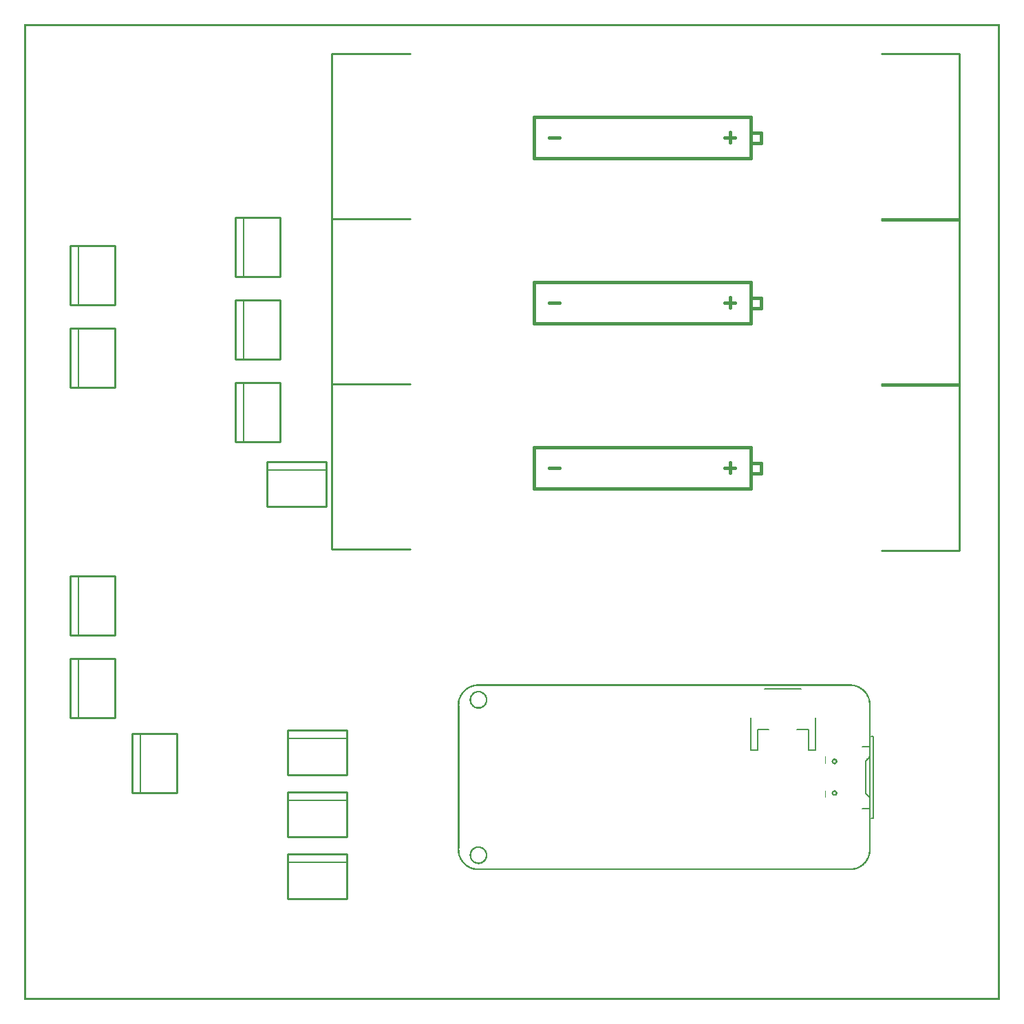
<source format=gbo>
G04 MADE WITH FRITZING*
G04 WWW.FRITZING.ORG*
G04 DOUBLE SIDED*
G04 HOLES PLATED*
G04 CONTOUR ON CENTER OF CONTOUR VECTOR*
%ASAXBY*%
%FSLAX23Y23*%
%MOIN*%
%OFA0B0*%
%SFA1.0B1.0*%
%ADD10C,0.010000*%
%ADD11C,0.005000*%
%ADD12C,0.015998*%
%ADD13C,0.009998*%
%ADD14C,0.008000*%
%ADD15R,0.001000X0.001000*%
%LNSILK0*%
G90*
G70*
G54D10*
X738Y1289D02*
X738Y1003D01*
D02*
X738Y1003D02*
X522Y1003D01*
D02*
X522Y1003D02*
X522Y1289D01*
D02*
X522Y1289D02*
X738Y1289D01*
G54D11*
D02*
X562Y1003D02*
X562Y1289D01*
G54D10*
D02*
X438Y1651D02*
X438Y1365D01*
D02*
X438Y1365D02*
X222Y1365D01*
D02*
X222Y1365D02*
X222Y1651D01*
D02*
X222Y1651D02*
X438Y1651D01*
G54D11*
D02*
X262Y1365D02*
X262Y1651D01*
G54D10*
D02*
X438Y3251D02*
X438Y2965D01*
D02*
X438Y2965D02*
X222Y2965D01*
D02*
X222Y2965D02*
X222Y3251D01*
D02*
X222Y3251D02*
X438Y3251D01*
G54D11*
D02*
X262Y2965D02*
X262Y3251D01*
G54D10*
D02*
X1461Y2389D02*
X1176Y2389D01*
D02*
X1176Y2389D02*
X1176Y2605D01*
D02*
X1176Y2605D02*
X1461Y2605D01*
D02*
X1461Y2605D02*
X1461Y2389D01*
G54D11*
D02*
X1176Y2565D02*
X1461Y2565D01*
G54D10*
D02*
X1561Y789D02*
X1276Y789D01*
D02*
X1276Y789D02*
X1276Y1005D01*
D02*
X1276Y1005D02*
X1561Y1005D01*
D02*
X1561Y1005D02*
X1561Y789D01*
G54D11*
D02*
X1276Y965D02*
X1561Y965D01*
G54D10*
D02*
X1561Y1089D02*
X1276Y1089D01*
D02*
X1276Y1089D02*
X1276Y1305D01*
D02*
X1276Y1305D02*
X1561Y1305D01*
D02*
X1561Y1305D02*
X1561Y1089D01*
G54D11*
D02*
X1276Y1265D02*
X1561Y1265D01*
G54D10*
D02*
X1238Y2989D02*
X1238Y2703D01*
D02*
X1238Y2703D02*
X1022Y2703D01*
D02*
X1022Y2703D02*
X1022Y2989D01*
D02*
X1022Y2989D02*
X1238Y2989D01*
G54D11*
D02*
X1062Y2703D02*
X1062Y2989D01*
G54D10*
D02*
X1238Y3389D02*
X1238Y3103D01*
D02*
X1238Y3103D02*
X1022Y3103D01*
D02*
X1022Y3103D02*
X1022Y3389D01*
D02*
X1022Y3389D02*
X1238Y3389D01*
G54D11*
D02*
X1062Y3103D02*
X1062Y3389D01*
G54D10*
D02*
X1238Y3789D02*
X1238Y3503D01*
D02*
X1238Y3503D02*
X1022Y3503D01*
D02*
X1022Y3503D02*
X1022Y3789D01*
D02*
X1022Y3789D02*
X1238Y3789D01*
G54D11*
D02*
X1062Y3503D02*
X1062Y3789D01*
G54D10*
D02*
X438Y2051D02*
X438Y1765D01*
D02*
X438Y1765D02*
X222Y1765D01*
D02*
X222Y1765D02*
X222Y2051D01*
D02*
X222Y2051D02*
X438Y2051D01*
G54D11*
D02*
X262Y1765D02*
X262Y2051D01*
G54D10*
D02*
X438Y3651D02*
X438Y3365D01*
D02*
X438Y3365D02*
X222Y3365D01*
D02*
X222Y3365D02*
X222Y3651D01*
D02*
X222Y3651D02*
X438Y3651D01*
G54D11*
D02*
X262Y3365D02*
X262Y3651D01*
G54D12*
D02*
X2468Y4277D02*
X3518Y4277D01*
D02*
X3518Y4277D02*
X3518Y4200D01*
D02*
X3518Y4200D02*
X3518Y4150D01*
D02*
X3518Y4150D02*
X3518Y4077D01*
D02*
X3518Y4077D02*
X2468Y4077D01*
D02*
X2468Y4077D02*
X2468Y4277D01*
D02*
X3518Y4200D02*
X3568Y4200D01*
D02*
X3568Y4200D02*
X3568Y4150D01*
D02*
X3568Y4150D02*
X3518Y4150D01*
D02*
X2543Y4177D02*
X2593Y4177D01*
D02*
X3393Y4177D02*
X3443Y4177D01*
D02*
X3418Y4202D02*
X3418Y4152D01*
G54D13*
D02*
X1492Y4582D02*
X1867Y4582D01*
D02*
X1867Y3781D02*
X1492Y3781D01*
D02*
X1489Y3782D02*
X1489Y4581D01*
D02*
X4153Y3776D02*
X4528Y3776D01*
D02*
X4528Y3776D02*
X4528Y4578D01*
D02*
X4527Y4581D02*
X4152Y4581D01*
G54D12*
D02*
X2468Y3477D02*
X3518Y3477D01*
D02*
X3518Y3477D02*
X3518Y3400D01*
D02*
X3518Y3400D02*
X3518Y3350D01*
D02*
X3518Y3350D02*
X3518Y3277D01*
D02*
X3518Y3277D02*
X2468Y3277D01*
D02*
X2468Y3277D02*
X2468Y3477D01*
D02*
X3518Y3400D02*
X3568Y3400D01*
D02*
X3568Y3400D02*
X3568Y3350D01*
D02*
X3568Y3350D02*
X3518Y3350D01*
D02*
X2543Y3377D02*
X2593Y3377D01*
D02*
X3393Y3377D02*
X3443Y3377D01*
D02*
X3418Y3402D02*
X3418Y3352D01*
G54D13*
D02*
X1492Y3782D02*
X1867Y3782D01*
D02*
X1867Y2981D02*
X1492Y2981D01*
D02*
X1489Y2982D02*
X1489Y3781D01*
D02*
X4153Y2976D02*
X4528Y2976D01*
D02*
X4528Y2976D02*
X4528Y3778D01*
D02*
X4527Y3781D02*
X4152Y3781D01*
G54D12*
D02*
X2468Y2677D02*
X3518Y2677D01*
D02*
X3518Y2677D02*
X3518Y2600D01*
D02*
X3518Y2600D02*
X3518Y2550D01*
D02*
X3518Y2550D02*
X3518Y2477D01*
D02*
X3518Y2477D02*
X2468Y2477D01*
D02*
X2468Y2477D02*
X2468Y2677D01*
D02*
X3518Y2600D02*
X3568Y2600D01*
D02*
X3568Y2600D02*
X3568Y2550D01*
D02*
X3568Y2550D02*
X3518Y2550D01*
D02*
X2543Y2577D02*
X2593Y2577D01*
D02*
X3393Y2577D02*
X3443Y2577D01*
D02*
X3418Y2602D02*
X3418Y2552D01*
G54D13*
D02*
X1492Y2982D02*
X1867Y2982D01*
D02*
X1867Y2181D02*
X1492Y2181D01*
D02*
X1489Y2182D02*
X1489Y2981D01*
D02*
X4153Y2176D02*
X4528Y2176D01*
D02*
X4528Y2176D02*
X4528Y2978D01*
D02*
X4527Y2981D02*
X4152Y2981D01*
G54D14*
D02*
X3763Y1505D02*
X3586Y1505D01*
D02*
X3517Y1367D02*
X3517Y1210D01*
D02*
X3517Y1210D02*
X3551Y1210D01*
D02*
X3551Y1210D02*
X3551Y1308D01*
D02*
X3551Y1308D02*
X3606Y1308D01*
D02*
X3743Y1308D02*
X3799Y1308D01*
D02*
X3799Y1308D02*
X3799Y1210D01*
D02*
X3799Y1210D02*
X3832Y1210D01*
D02*
X3832Y1210D02*
X3832Y1367D01*
G54D11*
D02*
X4058Y1227D02*
X4094Y1227D01*
D02*
X4094Y1227D02*
X4094Y927D01*
D02*
X4094Y927D02*
X4058Y927D01*
G54D14*
D02*
X4113Y878D02*
X4100Y878D01*
D02*
X4113Y1276D02*
X4100Y1276D01*
D02*
X4113Y878D02*
X4113Y1276D01*
G54D10*
D02*
X1561Y489D02*
X1276Y489D01*
D02*
X1276Y489D02*
X1276Y705D01*
D02*
X1276Y705D02*
X1561Y705D01*
D02*
X1561Y705D02*
X1561Y489D01*
G54D11*
D02*
X1276Y665D02*
X1561Y665D01*
G54D15*
X0Y4724D02*
X4723Y4724D01*
X0Y4723D02*
X4723Y4723D01*
X0Y4722D02*
X4723Y4722D01*
X0Y4721D02*
X4723Y4721D01*
X0Y4720D02*
X4723Y4720D01*
X0Y4719D02*
X4723Y4719D01*
X0Y4718D02*
X4723Y4718D01*
X0Y4717D02*
X4723Y4717D01*
X0Y4716D02*
X7Y4716D01*
X4716Y4716D02*
X4723Y4716D01*
X0Y4715D02*
X7Y4715D01*
X4716Y4715D02*
X4723Y4715D01*
X0Y4714D02*
X7Y4714D01*
X4716Y4714D02*
X4723Y4714D01*
X0Y4713D02*
X7Y4713D01*
X4716Y4713D02*
X4723Y4713D01*
X0Y4712D02*
X7Y4712D01*
X4716Y4712D02*
X4723Y4712D01*
X0Y4711D02*
X7Y4711D01*
X4716Y4711D02*
X4723Y4711D01*
X0Y4710D02*
X7Y4710D01*
X4716Y4710D02*
X4723Y4710D01*
X0Y4709D02*
X7Y4709D01*
X4716Y4709D02*
X4723Y4709D01*
X0Y4708D02*
X7Y4708D01*
X4716Y4708D02*
X4723Y4708D01*
X0Y4707D02*
X7Y4707D01*
X4716Y4707D02*
X4723Y4707D01*
X0Y4706D02*
X7Y4706D01*
X4716Y4706D02*
X4723Y4706D01*
X0Y4705D02*
X7Y4705D01*
X4716Y4705D02*
X4723Y4705D01*
X0Y4704D02*
X7Y4704D01*
X4716Y4704D02*
X4723Y4704D01*
X0Y4703D02*
X7Y4703D01*
X4716Y4703D02*
X4723Y4703D01*
X0Y4702D02*
X7Y4702D01*
X4716Y4702D02*
X4723Y4702D01*
X0Y4701D02*
X7Y4701D01*
X4716Y4701D02*
X4723Y4701D01*
X0Y4700D02*
X7Y4700D01*
X4716Y4700D02*
X4723Y4700D01*
X0Y4699D02*
X7Y4699D01*
X4716Y4699D02*
X4723Y4699D01*
X0Y4698D02*
X7Y4698D01*
X4716Y4698D02*
X4723Y4698D01*
X0Y4697D02*
X7Y4697D01*
X4716Y4697D02*
X4723Y4697D01*
X0Y4696D02*
X7Y4696D01*
X4716Y4696D02*
X4723Y4696D01*
X0Y4695D02*
X7Y4695D01*
X4716Y4695D02*
X4723Y4695D01*
X0Y4694D02*
X7Y4694D01*
X4716Y4694D02*
X4723Y4694D01*
X0Y4693D02*
X7Y4693D01*
X4716Y4693D02*
X4723Y4693D01*
X0Y4692D02*
X7Y4692D01*
X4716Y4692D02*
X4723Y4692D01*
X0Y4691D02*
X7Y4691D01*
X4716Y4691D02*
X4723Y4691D01*
X0Y4690D02*
X7Y4690D01*
X4716Y4690D02*
X4723Y4690D01*
X0Y4689D02*
X7Y4689D01*
X4716Y4689D02*
X4723Y4689D01*
X0Y4688D02*
X7Y4688D01*
X4716Y4688D02*
X4723Y4688D01*
X0Y4687D02*
X7Y4687D01*
X4716Y4687D02*
X4723Y4687D01*
X0Y4686D02*
X7Y4686D01*
X4716Y4686D02*
X4723Y4686D01*
X0Y4685D02*
X7Y4685D01*
X4716Y4685D02*
X4723Y4685D01*
X0Y4684D02*
X7Y4684D01*
X4716Y4684D02*
X4723Y4684D01*
X0Y4683D02*
X7Y4683D01*
X4716Y4683D02*
X4723Y4683D01*
X0Y4682D02*
X7Y4682D01*
X4716Y4682D02*
X4723Y4682D01*
X0Y4681D02*
X7Y4681D01*
X4716Y4681D02*
X4723Y4681D01*
X0Y4680D02*
X7Y4680D01*
X4716Y4680D02*
X4723Y4680D01*
X0Y4679D02*
X7Y4679D01*
X4716Y4679D02*
X4723Y4679D01*
X0Y4678D02*
X7Y4678D01*
X4716Y4678D02*
X4723Y4678D01*
X0Y4677D02*
X7Y4677D01*
X4716Y4677D02*
X4723Y4677D01*
X0Y4676D02*
X7Y4676D01*
X4716Y4676D02*
X4723Y4676D01*
X0Y4675D02*
X7Y4675D01*
X4716Y4675D02*
X4723Y4675D01*
X0Y4674D02*
X7Y4674D01*
X4716Y4674D02*
X4723Y4674D01*
X0Y4673D02*
X7Y4673D01*
X4716Y4673D02*
X4723Y4673D01*
X0Y4672D02*
X7Y4672D01*
X4716Y4672D02*
X4723Y4672D01*
X0Y4671D02*
X7Y4671D01*
X4716Y4671D02*
X4723Y4671D01*
X0Y4670D02*
X7Y4670D01*
X4716Y4670D02*
X4723Y4670D01*
X0Y4669D02*
X7Y4669D01*
X4716Y4669D02*
X4723Y4669D01*
X0Y4668D02*
X7Y4668D01*
X4716Y4668D02*
X4723Y4668D01*
X0Y4667D02*
X7Y4667D01*
X4716Y4667D02*
X4723Y4667D01*
X0Y4666D02*
X7Y4666D01*
X4716Y4666D02*
X4723Y4666D01*
X0Y4665D02*
X7Y4665D01*
X4716Y4665D02*
X4723Y4665D01*
X0Y4664D02*
X7Y4664D01*
X4716Y4664D02*
X4723Y4664D01*
X0Y4663D02*
X7Y4663D01*
X4716Y4663D02*
X4723Y4663D01*
X0Y4662D02*
X7Y4662D01*
X4716Y4662D02*
X4723Y4662D01*
X0Y4661D02*
X7Y4661D01*
X4716Y4661D02*
X4723Y4661D01*
X0Y4660D02*
X7Y4660D01*
X4716Y4660D02*
X4723Y4660D01*
X0Y4659D02*
X7Y4659D01*
X4716Y4659D02*
X4723Y4659D01*
X0Y4658D02*
X7Y4658D01*
X4716Y4658D02*
X4723Y4658D01*
X0Y4657D02*
X7Y4657D01*
X4716Y4657D02*
X4723Y4657D01*
X0Y4656D02*
X7Y4656D01*
X4716Y4656D02*
X4723Y4656D01*
X0Y4655D02*
X7Y4655D01*
X4716Y4655D02*
X4723Y4655D01*
X0Y4654D02*
X7Y4654D01*
X4716Y4654D02*
X4723Y4654D01*
X0Y4653D02*
X7Y4653D01*
X4716Y4653D02*
X4723Y4653D01*
X0Y4652D02*
X7Y4652D01*
X4716Y4652D02*
X4723Y4652D01*
X0Y4651D02*
X7Y4651D01*
X4716Y4651D02*
X4723Y4651D01*
X0Y4650D02*
X7Y4650D01*
X4716Y4650D02*
X4723Y4650D01*
X0Y4649D02*
X7Y4649D01*
X4716Y4649D02*
X4723Y4649D01*
X0Y4648D02*
X7Y4648D01*
X4716Y4648D02*
X4723Y4648D01*
X0Y4647D02*
X7Y4647D01*
X4716Y4647D02*
X4723Y4647D01*
X0Y4646D02*
X7Y4646D01*
X4716Y4646D02*
X4723Y4646D01*
X0Y4645D02*
X7Y4645D01*
X4716Y4645D02*
X4723Y4645D01*
X0Y4644D02*
X7Y4644D01*
X4716Y4644D02*
X4723Y4644D01*
X0Y4643D02*
X7Y4643D01*
X4716Y4643D02*
X4723Y4643D01*
X0Y4642D02*
X7Y4642D01*
X4716Y4642D02*
X4723Y4642D01*
X0Y4641D02*
X7Y4641D01*
X4716Y4641D02*
X4723Y4641D01*
X0Y4640D02*
X7Y4640D01*
X4716Y4640D02*
X4723Y4640D01*
X0Y4639D02*
X7Y4639D01*
X4716Y4639D02*
X4723Y4639D01*
X0Y4638D02*
X7Y4638D01*
X4716Y4638D02*
X4723Y4638D01*
X0Y4637D02*
X7Y4637D01*
X4716Y4637D02*
X4723Y4637D01*
X0Y4636D02*
X7Y4636D01*
X4716Y4636D02*
X4723Y4636D01*
X0Y4635D02*
X7Y4635D01*
X4716Y4635D02*
X4723Y4635D01*
X0Y4634D02*
X7Y4634D01*
X4716Y4634D02*
X4723Y4634D01*
X0Y4633D02*
X7Y4633D01*
X4716Y4633D02*
X4723Y4633D01*
X0Y4632D02*
X7Y4632D01*
X4716Y4632D02*
X4723Y4632D01*
X0Y4631D02*
X7Y4631D01*
X4716Y4631D02*
X4723Y4631D01*
X0Y4630D02*
X7Y4630D01*
X4716Y4630D02*
X4723Y4630D01*
X0Y4629D02*
X7Y4629D01*
X4716Y4629D02*
X4723Y4629D01*
X0Y4628D02*
X7Y4628D01*
X4716Y4628D02*
X4723Y4628D01*
X0Y4627D02*
X7Y4627D01*
X4716Y4627D02*
X4723Y4627D01*
X0Y4626D02*
X7Y4626D01*
X4716Y4626D02*
X4723Y4626D01*
X0Y4625D02*
X7Y4625D01*
X4716Y4625D02*
X4723Y4625D01*
X0Y4624D02*
X7Y4624D01*
X4716Y4624D02*
X4723Y4624D01*
X0Y4623D02*
X7Y4623D01*
X4716Y4623D02*
X4723Y4623D01*
X0Y4622D02*
X7Y4622D01*
X4716Y4622D02*
X4723Y4622D01*
X0Y4621D02*
X7Y4621D01*
X4716Y4621D02*
X4723Y4621D01*
X0Y4620D02*
X7Y4620D01*
X4716Y4620D02*
X4723Y4620D01*
X0Y4619D02*
X7Y4619D01*
X4716Y4619D02*
X4723Y4619D01*
X0Y4618D02*
X7Y4618D01*
X4716Y4618D02*
X4723Y4618D01*
X0Y4617D02*
X7Y4617D01*
X4716Y4617D02*
X4723Y4617D01*
X0Y4616D02*
X7Y4616D01*
X4716Y4616D02*
X4723Y4616D01*
X0Y4615D02*
X7Y4615D01*
X4716Y4615D02*
X4723Y4615D01*
X0Y4614D02*
X7Y4614D01*
X4716Y4614D02*
X4723Y4614D01*
X0Y4613D02*
X7Y4613D01*
X4716Y4613D02*
X4723Y4613D01*
X0Y4612D02*
X7Y4612D01*
X4716Y4612D02*
X4723Y4612D01*
X0Y4611D02*
X7Y4611D01*
X4716Y4611D02*
X4723Y4611D01*
X0Y4610D02*
X7Y4610D01*
X4716Y4610D02*
X4723Y4610D01*
X0Y4609D02*
X7Y4609D01*
X4716Y4609D02*
X4723Y4609D01*
X0Y4608D02*
X7Y4608D01*
X4716Y4608D02*
X4723Y4608D01*
X0Y4607D02*
X7Y4607D01*
X4716Y4607D02*
X4723Y4607D01*
X0Y4606D02*
X7Y4606D01*
X4716Y4606D02*
X4723Y4606D01*
X0Y4605D02*
X7Y4605D01*
X4716Y4605D02*
X4723Y4605D01*
X0Y4604D02*
X7Y4604D01*
X4716Y4604D02*
X4723Y4604D01*
X0Y4603D02*
X7Y4603D01*
X4716Y4603D02*
X4723Y4603D01*
X0Y4602D02*
X7Y4602D01*
X4716Y4602D02*
X4723Y4602D01*
X0Y4601D02*
X7Y4601D01*
X4716Y4601D02*
X4723Y4601D01*
X0Y4600D02*
X7Y4600D01*
X4716Y4600D02*
X4723Y4600D01*
X0Y4599D02*
X7Y4599D01*
X4716Y4599D02*
X4723Y4599D01*
X0Y4598D02*
X7Y4598D01*
X4716Y4598D02*
X4723Y4598D01*
X0Y4597D02*
X7Y4597D01*
X4716Y4597D02*
X4723Y4597D01*
X0Y4596D02*
X7Y4596D01*
X4716Y4596D02*
X4723Y4596D01*
X0Y4595D02*
X7Y4595D01*
X4716Y4595D02*
X4723Y4595D01*
X0Y4594D02*
X7Y4594D01*
X4716Y4594D02*
X4723Y4594D01*
X0Y4593D02*
X7Y4593D01*
X4716Y4593D02*
X4723Y4593D01*
X0Y4592D02*
X7Y4592D01*
X4716Y4592D02*
X4723Y4592D01*
X0Y4591D02*
X7Y4591D01*
X4716Y4591D02*
X4723Y4591D01*
X0Y4590D02*
X7Y4590D01*
X4716Y4590D02*
X4723Y4590D01*
X0Y4589D02*
X7Y4589D01*
X4716Y4589D02*
X4723Y4589D01*
X0Y4588D02*
X7Y4588D01*
X4716Y4588D02*
X4723Y4588D01*
X0Y4587D02*
X7Y4587D01*
X4716Y4587D02*
X4723Y4587D01*
X0Y4586D02*
X7Y4586D01*
X4716Y4586D02*
X4723Y4586D01*
X0Y4585D02*
X7Y4585D01*
X4716Y4585D02*
X4723Y4585D01*
X0Y4584D02*
X7Y4584D01*
X4716Y4584D02*
X4723Y4584D01*
X0Y4583D02*
X7Y4583D01*
X4716Y4583D02*
X4723Y4583D01*
X0Y4582D02*
X7Y4582D01*
X4716Y4582D02*
X4723Y4582D01*
X0Y4581D02*
X7Y4581D01*
X4716Y4581D02*
X4723Y4581D01*
X0Y4580D02*
X7Y4580D01*
X4716Y4580D02*
X4723Y4580D01*
X0Y4579D02*
X7Y4579D01*
X4716Y4579D02*
X4723Y4579D01*
X0Y4578D02*
X7Y4578D01*
X4716Y4578D02*
X4723Y4578D01*
X0Y4577D02*
X7Y4577D01*
X4716Y4577D02*
X4723Y4577D01*
X0Y4576D02*
X7Y4576D01*
X4716Y4576D02*
X4723Y4576D01*
X0Y4575D02*
X7Y4575D01*
X4716Y4575D02*
X4723Y4575D01*
X0Y4574D02*
X7Y4574D01*
X4716Y4574D02*
X4723Y4574D01*
X0Y4573D02*
X7Y4573D01*
X4716Y4573D02*
X4723Y4573D01*
X0Y4572D02*
X7Y4572D01*
X4716Y4572D02*
X4723Y4572D01*
X0Y4571D02*
X7Y4571D01*
X4716Y4571D02*
X4723Y4571D01*
X0Y4570D02*
X7Y4570D01*
X4716Y4570D02*
X4723Y4570D01*
X0Y4569D02*
X7Y4569D01*
X4716Y4569D02*
X4723Y4569D01*
X0Y4568D02*
X7Y4568D01*
X4716Y4568D02*
X4723Y4568D01*
X0Y4567D02*
X7Y4567D01*
X4716Y4567D02*
X4723Y4567D01*
X0Y4566D02*
X7Y4566D01*
X4716Y4566D02*
X4723Y4566D01*
X0Y4565D02*
X7Y4565D01*
X4716Y4565D02*
X4723Y4565D01*
X0Y4564D02*
X7Y4564D01*
X4716Y4564D02*
X4723Y4564D01*
X0Y4563D02*
X7Y4563D01*
X4716Y4563D02*
X4723Y4563D01*
X0Y4562D02*
X7Y4562D01*
X4716Y4562D02*
X4723Y4562D01*
X0Y4561D02*
X7Y4561D01*
X4716Y4561D02*
X4723Y4561D01*
X0Y4560D02*
X7Y4560D01*
X4716Y4560D02*
X4723Y4560D01*
X0Y4559D02*
X7Y4559D01*
X4716Y4559D02*
X4723Y4559D01*
X0Y4558D02*
X7Y4558D01*
X4716Y4558D02*
X4723Y4558D01*
X0Y4557D02*
X7Y4557D01*
X4716Y4557D02*
X4723Y4557D01*
X0Y4556D02*
X7Y4556D01*
X4716Y4556D02*
X4723Y4556D01*
X0Y4555D02*
X7Y4555D01*
X4716Y4555D02*
X4723Y4555D01*
X0Y4554D02*
X7Y4554D01*
X4716Y4554D02*
X4723Y4554D01*
X0Y4553D02*
X7Y4553D01*
X4716Y4553D02*
X4723Y4553D01*
X0Y4552D02*
X7Y4552D01*
X4716Y4552D02*
X4723Y4552D01*
X0Y4551D02*
X7Y4551D01*
X4716Y4551D02*
X4723Y4551D01*
X0Y4550D02*
X7Y4550D01*
X4716Y4550D02*
X4723Y4550D01*
X0Y4549D02*
X7Y4549D01*
X4716Y4549D02*
X4723Y4549D01*
X0Y4548D02*
X7Y4548D01*
X4716Y4548D02*
X4723Y4548D01*
X0Y4547D02*
X7Y4547D01*
X4716Y4547D02*
X4723Y4547D01*
X0Y4546D02*
X7Y4546D01*
X4716Y4546D02*
X4723Y4546D01*
X0Y4545D02*
X7Y4545D01*
X4716Y4545D02*
X4723Y4545D01*
X0Y4544D02*
X7Y4544D01*
X4716Y4544D02*
X4723Y4544D01*
X0Y4543D02*
X7Y4543D01*
X4716Y4543D02*
X4723Y4543D01*
X0Y4542D02*
X7Y4542D01*
X4716Y4542D02*
X4723Y4542D01*
X0Y4541D02*
X7Y4541D01*
X4716Y4541D02*
X4723Y4541D01*
X0Y4540D02*
X7Y4540D01*
X4716Y4540D02*
X4723Y4540D01*
X0Y4539D02*
X7Y4539D01*
X4716Y4539D02*
X4723Y4539D01*
X0Y4538D02*
X7Y4538D01*
X4716Y4538D02*
X4723Y4538D01*
X0Y4537D02*
X7Y4537D01*
X4716Y4537D02*
X4723Y4537D01*
X0Y4536D02*
X7Y4536D01*
X4716Y4536D02*
X4723Y4536D01*
X0Y4535D02*
X7Y4535D01*
X4716Y4535D02*
X4723Y4535D01*
X0Y4534D02*
X7Y4534D01*
X4716Y4534D02*
X4723Y4534D01*
X0Y4533D02*
X7Y4533D01*
X4716Y4533D02*
X4723Y4533D01*
X0Y4532D02*
X7Y4532D01*
X4716Y4532D02*
X4723Y4532D01*
X0Y4531D02*
X7Y4531D01*
X4716Y4531D02*
X4723Y4531D01*
X0Y4530D02*
X7Y4530D01*
X4716Y4530D02*
X4723Y4530D01*
X0Y4529D02*
X7Y4529D01*
X4716Y4529D02*
X4723Y4529D01*
X0Y4528D02*
X7Y4528D01*
X4716Y4528D02*
X4723Y4528D01*
X0Y4527D02*
X7Y4527D01*
X4716Y4527D02*
X4723Y4527D01*
X0Y4526D02*
X7Y4526D01*
X4716Y4526D02*
X4723Y4526D01*
X0Y4525D02*
X7Y4525D01*
X4716Y4525D02*
X4723Y4525D01*
X0Y4524D02*
X7Y4524D01*
X4716Y4524D02*
X4723Y4524D01*
X0Y4523D02*
X7Y4523D01*
X4716Y4523D02*
X4723Y4523D01*
X0Y4522D02*
X7Y4522D01*
X4716Y4522D02*
X4723Y4522D01*
X0Y4521D02*
X7Y4521D01*
X4716Y4521D02*
X4723Y4521D01*
X0Y4520D02*
X7Y4520D01*
X4716Y4520D02*
X4723Y4520D01*
X0Y4519D02*
X7Y4519D01*
X4716Y4519D02*
X4723Y4519D01*
X0Y4518D02*
X7Y4518D01*
X4716Y4518D02*
X4723Y4518D01*
X0Y4517D02*
X7Y4517D01*
X4716Y4517D02*
X4723Y4517D01*
X0Y4516D02*
X7Y4516D01*
X4716Y4516D02*
X4723Y4516D01*
X0Y4515D02*
X7Y4515D01*
X4716Y4515D02*
X4723Y4515D01*
X0Y4514D02*
X7Y4514D01*
X4716Y4514D02*
X4723Y4514D01*
X0Y4513D02*
X7Y4513D01*
X4716Y4513D02*
X4723Y4513D01*
X0Y4512D02*
X7Y4512D01*
X4716Y4512D02*
X4723Y4512D01*
X0Y4511D02*
X7Y4511D01*
X4716Y4511D02*
X4723Y4511D01*
X0Y4510D02*
X7Y4510D01*
X4716Y4510D02*
X4723Y4510D01*
X0Y4509D02*
X7Y4509D01*
X4716Y4509D02*
X4723Y4509D01*
X0Y4508D02*
X7Y4508D01*
X4716Y4508D02*
X4723Y4508D01*
X0Y4507D02*
X7Y4507D01*
X4716Y4507D02*
X4723Y4507D01*
X0Y4506D02*
X7Y4506D01*
X4716Y4506D02*
X4723Y4506D01*
X0Y4505D02*
X7Y4505D01*
X4716Y4505D02*
X4723Y4505D01*
X0Y4504D02*
X7Y4504D01*
X4716Y4504D02*
X4723Y4504D01*
X0Y4503D02*
X7Y4503D01*
X4716Y4503D02*
X4723Y4503D01*
X0Y4502D02*
X7Y4502D01*
X4716Y4502D02*
X4723Y4502D01*
X0Y4501D02*
X7Y4501D01*
X4716Y4501D02*
X4723Y4501D01*
X0Y4500D02*
X7Y4500D01*
X4716Y4500D02*
X4723Y4500D01*
X0Y4499D02*
X7Y4499D01*
X4716Y4499D02*
X4723Y4499D01*
X0Y4498D02*
X7Y4498D01*
X4716Y4498D02*
X4723Y4498D01*
X0Y4497D02*
X7Y4497D01*
X4716Y4497D02*
X4723Y4497D01*
X0Y4496D02*
X7Y4496D01*
X4716Y4496D02*
X4723Y4496D01*
X0Y4495D02*
X7Y4495D01*
X4716Y4495D02*
X4723Y4495D01*
X0Y4494D02*
X7Y4494D01*
X4716Y4494D02*
X4723Y4494D01*
X0Y4493D02*
X7Y4493D01*
X4716Y4493D02*
X4723Y4493D01*
X0Y4492D02*
X7Y4492D01*
X4716Y4492D02*
X4723Y4492D01*
X0Y4491D02*
X7Y4491D01*
X4716Y4491D02*
X4723Y4491D01*
X0Y4490D02*
X7Y4490D01*
X4716Y4490D02*
X4723Y4490D01*
X0Y4489D02*
X7Y4489D01*
X4716Y4489D02*
X4723Y4489D01*
X0Y4488D02*
X7Y4488D01*
X4716Y4488D02*
X4723Y4488D01*
X0Y4487D02*
X7Y4487D01*
X4716Y4487D02*
X4723Y4487D01*
X0Y4486D02*
X7Y4486D01*
X4716Y4486D02*
X4723Y4486D01*
X0Y4485D02*
X7Y4485D01*
X4716Y4485D02*
X4723Y4485D01*
X0Y4484D02*
X7Y4484D01*
X4716Y4484D02*
X4723Y4484D01*
X0Y4483D02*
X7Y4483D01*
X4716Y4483D02*
X4723Y4483D01*
X0Y4482D02*
X7Y4482D01*
X4716Y4482D02*
X4723Y4482D01*
X0Y4481D02*
X7Y4481D01*
X4716Y4481D02*
X4723Y4481D01*
X0Y4480D02*
X7Y4480D01*
X4716Y4480D02*
X4723Y4480D01*
X0Y4479D02*
X7Y4479D01*
X4716Y4479D02*
X4723Y4479D01*
X0Y4478D02*
X7Y4478D01*
X4716Y4478D02*
X4723Y4478D01*
X0Y4477D02*
X7Y4477D01*
X4716Y4477D02*
X4723Y4477D01*
X0Y4476D02*
X7Y4476D01*
X4716Y4476D02*
X4723Y4476D01*
X0Y4475D02*
X7Y4475D01*
X4716Y4475D02*
X4723Y4475D01*
X0Y4474D02*
X7Y4474D01*
X4716Y4474D02*
X4723Y4474D01*
X0Y4473D02*
X7Y4473D01*
X4716Y4473D02*
X4723Y4473D01*
X0Y4472D02*
X7Y4472D01*
X4716Y4472D02*
X4723Y4472D01*
X0Y4471D02*
X7Y4471D01*
X4716Y4471D02*
X4723Y4471D01*
X0Y4470D02*
X7Y4470D01*
X4716Y4470D02*
X4723Y4470D01*
X0Y4469D02*
X7Y4469D01*
X4716Y4469D02*
X4723Y4469D01*
X0Y4468D02*
X7Y4468D01*
X4716Y4468D02*
X4723Y4468D01*
X0Y4467D02*
X7Y4467D01*
X4716Y4467D02*
X4723Y4467D01*
X0Y4466D02*
X7Y4466D01*
X4716Y4466D02*
X4723Y4466D01*
X0Y4465D02*
X7Y4465D01*
X4716Y4465D02*
X4723Y4465D01*
X0Y4464D02*
X7Y4464D01*
X4716Y4464D02*
X4723Y4464D01*
X0Y4463D02*
X7Y4463D01*
X4716Y4463D02*
X4723Y4463D01*
X0Y4462D02*
X7Y4462D01*
X4716Y4462D02*
X4723Y4462D01*
X0Y4461D02*
X7Y4461D01*
X4716Y4461D02*
X4723Y4461D01*
X0Y4460D02*
X7Y4460D01*
X4716Y4460D02*
X4723Y4460D01*
X0Y4459D02*
X7Y4459D01*
X4716Y4459D02*
X4723Y4459D01*
X0Y4458D02*
X7Y4458D01*
X4716Y4458D02*
X4723Y4458D01*
X0Y4457D02*
X7Y4457D01*
X4716Y4457D02*
X4723Y4457D01*
X0Y4456D02*
X7Y4456D01*
X4716Y4456D02*
X4723Y4456D01*
X0Y4455D02*
X7Y4455D01*
X4716Y4455D02*
X4723Y4455D01*
X0Y4454D02*
X7Y4454D01*
X4716Y4454D02*
X4723Y4454D01*
X0Y4453D02*
X7Y4453D01*
X4716Y4453D02*
X4723Y4453D01*
X0Y4452D02*
X7Y4452D01*
X4716Y4452D02*
X4723Y4452D01*
X0Y4451D02*
X7Y4451D01*
X4716Y4451D02*
X4723Y4451D01*
X0Y4450D02*
X7Y4450D01*
X4716Y4450D02*
X4723Y4450D01*
X0Y4449D02*
X7Y4449D01*
X4716Y4449D02*
X4723Y4449D01*
X0Y4448D02*
X7Y4448D01*
X4716Y4448D02*
X4723Y4448D01*
X0Y4447D02*
X7Y4447D01*
X4716Y4447D02*
X4723Y4447D01*
X0Y4446D02*
X7Y4446D01*
X4716Y4446D02*
X4723Y4446D01*
X0Y4445D02*
X7Y4445D01*
X4716Y4445D02*
X4723Y4445D01*
X0Y4444D02*
X7Y4444D01*
X4716Y4444D02*
X4723Y4444D01*
X0Y4443D02*
X7Y4443D01*
X4716Y4443D02*
X4723Y4443D01*
X0Y4442D02*
X7Y4442D01*
X4716Y4442D02*
X4723Y4442D01*
X0Y4441D02*
X7Y4441D01*
X4716Y4441D02*
X4723Y4441D01*
X0Y4440D02*
X7Y4440D01*
X4716Y4440D02*
X4723Y4440D01*
X0Y4439D02*
X7Y4439D01*
X4716Y4439D02*
X4723Y4439D01*
X0Y4438D02*
X7Y4438D01*
X4716Y4438D02*
X4723Y4438D01*
X0Y4437D02*
X7Y4437D01*
X4716Y4437D02*
X4723Y4437D01*
X0Y4436D02*
X7Y4436D01*
X4716Y4436D02*
X4723Y4436D01*
X0Y4435D02*
X7Y4435D01*
X4716Y4435D02*
X4723Y4435D01*
X0Y4434D02*
X7Y4434D01*
X4716Y4434D02*
X4723Y4434D01*
X0Y4433D02*
X7Y4433D01*
X4716Y4433D02*
X4723Y4433D01*
X0Y4432D02*
X7Y4432D01*
X4716Y4432D02*
X4723Y4432D01*
X0Y4431D02*
X7Y4431D01*
X4716Y4431D02*
X4723Y4431D01*
X0Y4430D02*
X7Y4430D01*
X4716Y4430D02*
X4723Y4430D01*
X0Y4429D02*
X7Y4429D01*
X4716Y4429D02*
X4723Y4429D01*
X0Y4428D02*
X7Y4428D01*
X4716Y4428D02*
X4723Y4428D01*
X0Y4427D02*
X7Y4427D01*
X4716Y4427D02*
X4723Y4427D01*
X0Y4426D02*
X7Y4426D01*
X4716Y4426D02*
X4723Y4426D01*
X0Y4425D02*
X7Y4425D01*
X4716Y4425D02*
X4723Y4425D01*
X0Y4424D02*
X7Y4424D01*
X4716Y4424D02*
X4723Y4424D01*
X0Y4423D02*
X7Y4423D01*
X4716Y4423D02*
X4723Y4423D01*
X0Y4422D02*
X7Y4422D01*
X4716Y4422D02*
X4723Y4422D01*
X0Y4421D02*
X7Y4421D01*
X4716Y4421D02*
X4723Y4421D01*
X0Y4420D02*
X7Y4420D01*
X4716Y4420D02*
X4723Y4420D01*
X0Y4419D02*
X7Y4419D01*
X4716Y4419D02*
X4723Y4419D01*
X0Y4418D02*
X7Y4418D01*
X4716Y4418D02*
X4723Y4418D01*
X0Y4417D02*
X7Y4417D01*
X4716Y4417D02*
X4723Y4417D01*
X0Y4416D02*
X7Y4416D01*
X4716Y4416D02*
X4723Y4416D01*
X0Y4415D02*
X7Y4415D01*
X4716Y4415D02*
X4723Y4415D01*
X0Y4414D02*
X7Y4414D01*
X4716Y4414D02*
X4723Y4414D01*
X0Y4413D02*
X7Y4413D01*
X4716Y4413D02*
X4723Y4413D01*
X0Y4412D02*
X7Y4412D01*
X4716Y4412D02*
X4723Y4412D01*
X0Y4411D02*
X7Y4411D01*
X4716Y4411D02*
X4723Y4411D01*
X0Y4410D02*
X7Y4410D01*
X4716Y4410D02*
X4723Y4410D01*
X0Y4409D02*
X7Y4409D01*
X4716Y4409D02*
X4723Y4409D01*
X0Y4408D02*
X7Y4408D01*
X4716Y4408D02*
X4723Y4408D01*
X0Y4407D02*
X7Y4407D01*
X4716Y4407D02*
X4723Y4407D01*
X0Y4406D02*
X7Y4406D01*
X4716Y4406D02*
X4723Y4406D01*
X0Y4405D02*
X7Y4405D01*
X4716Y4405D02*
X4723Y4405D01*
X0Y4404D02*
X7Y4404D01*
X4716Y4404D02*
X4723Y4404D01*
X0Y4403D02*
X7Y4403D01*
X4716Y4403D02*
X4723Y4403D01*
X0Y4402D02*
X7Y4402D01*
X4716Y4402D02*
X4723Y4402D01*
X0Y4401D02*
X7Y4401D01*
X4716Y4401D02*
X4723Y4401D01*
X0Y4400D02*
X7Y4400D01*
X4716Y4400D02*
X4723Y4400D01*
X0Y4399D02*
X7Y4399D01*
X4716Y4399D02*
X4723Y4399D01*
X0Y4398D02*
X7Y4398D01*
X4716Y4398D02*
X4723Y4398D01*
X0Y4397D02*
X7Y4397D01*
X4716Y4397D02*
X4723Y4397D01*
X0Y4396D02*
X7Y4396D01*
X4716Y4396D02*
X4723Y4396D01*
X0Y4395D02*
X7Y4395D01*
X4716Y4395D02*
X4723Y4395D01*
X0Y4394D02*
X7Y4394D01*
X4716Y4394D02*
X4723Y4394D01*
X0Y4393D02*
X7Y4393D01*
X4716Y4393D02*
X4723Y4393D01*
X0Y4392D02*
X7Y4392D01*
X4716Y4392D02*
X4723Y4392D01*
X0Y4391D02*
X7Y4391D01*
X4716Y4391D02*
X4723Y4391D01*
X0Y4390D02*
X7Y4390D01*
X4716Y4390D02*
X4723Y4390D01*
X0Y4389D02*
X7Y4389D01*
X4716Y4389D02*
X4723Y4389D01*
X0Y4388D02*
X7Y4388D01*
X4716Y4388D02*
X4723Y4388D01*
X0Y4387D02*
X7Y4387D01*
X4716Y4387D02*
X4723Y4387D01*
X0Y4386D02*
X7Y4386D01*
X4716Y4386D02*
X4723Y4386D01*
X0Y4385D02*
X7Y4385D01*
X4716Y4385D02*
X4723Y4385D01*
X0Y4384D02*
X7Y4384D01*
X4716Y4384D02*
X4723Y4384D01*
X0Y4383D02*
X7Y4383D01*
X4716Y4383D02*
X4723Y4383D01*
X0Y4382D02*
X7Y4382D01*
X4716Y4382D02*
X4723Y4382D01*
X0Y4381D02*
X7Y4381D01*
X4716Y4381D02*
X4723Y4381D01*
X0Y4380D02*
X7Y4380D01*
X4716Y4380D02*
X4723Y4380D01*
X0Y4379D02*
X7Y4379D01*
X4716Y4379D02*
X4723Y4379D01*
X0Y4378D02*
X7Y4378D01*
X4716Y4378D02*
X4723Y4378D01*
X0Y4377D02*
X7Y4377D01*
X4716Y4377D02*
X4723Y4377D01*
X0Y4376D02*
X7Y4376D01*
X4716Y4376D02*
X4723Y4376D01*
X0Y4375D02*
X7Y4375D01*
X4716Y4375D02*
X4723Y4375D01*
X0Y4374D02*
X7Y4374D01*
X4716Y4374D02*
X4723Y4374D01*
X0Y4373D02*
X7Y4373D01*
X4716Y4373D02*
X4723Y4373D01*
X0Y4372D02*
X7Y4372D01*
X4716Y4372D02*
X4723Y4372D01*
X0Y4371D02*
X7Y4371D01*
X4716Y4371D02*
X4723Y4371D01*
X0Y4370D02*
X7Y4370D01*
X4716Y4370D02*
X4723Y4370D01*
X0Y4369D02*
X7Y4369D01*
X4716Y4369D02*
X4723Y4369D01*
X0Y4368D02*
X7Y4368D01*
X4716Y4368D02*
X4723Y4368D01*
X0Y4367D02*
X7Y4367D01*
X4716Y4367D02*
X4723Y4367D01*
X0Y4366D02*
X7Y4366D01*
X4716Y4366D02*
X4723Y4366D01*
X0Y4365D02*
X7Y4365D01*
X4716Y4365D02*
X4723Y4365D01*
X0Y4364D02*
X7Y4364D01*
X4716Y4364D02*
X4723Y4364D01*
X0Y4363D02*
X7Y4363D01*
X4716Y4363D02*
X4723Y4363D01*
X0Y4362D02*
X7Y4362D01*
X4716Y4362D02*
X4723Y4362D01*
X0Y4361D02*
X7Y4361D01*
X4716Y4361D02*
X4723Y4361D01*
X0Y4360D02*
X7Y4360D01*
X4716Y4360D02*
X4723Y4360D01*
X0Y4359D02*
X7Y4359D01*
X4716Y4359D02*
X4723Y4359D01*
X0Y4358D02*
X7Y4358D01*
X4716Y4358D02*
X4723Y4358D01*
X0Y4357D02*
X7Y4357D01*
X4716Y4357D02*
X4723Y4357D01*
X0Y4356D02*
X7Y4356D01*
X4716Y4356D02*
X4723Y4356D01*
X0Y4355D02*
X7Y4355D01*
X4716Y4355D02*
X4723Y4355D01*
X0Y4354D02*
X7Y4354D01*
X4716Y4354D02*
X4723Y4354D01*
X0Y4353D02*
X7Y4353D01*
X4716Y4353D02*
X4723Y4353D01*
X0Y4352D02*
X7Y4352D01*
X4716Y4352D02*
X4723Y4352D01*
X0Y4351D02*
X7Y4351D01*
X4716Y4351D02*
X4723Y4351D01*
X0Y4350D02*
X7Y4350D01*
X4716Y4350D02*
X4723Y4350D01*
X0Y4349D02*
X7Y4349D01*
X4716Y4349D02*
X4723Y4349D01*
X0Y4348D02*
X7Y4348D01*
X4716Y4348D02*
X4723Y4348D01*
X0Y4347D02*
X7Y4347D01*
X4716Y4347D02*
X4723Y4347D01*
X0Y4346D02*
X7Y4346D01*
X4716Y4346D02*
X4723Y4346D01*
X0Y4345D02*
X7Y4345D01*
X4716Y4345D02*
X4723Y4345D01*
X0Y4344D02*
X7Y4344D01*
X4716Y4344D02*
X4723Y4344D01*
X0Y4343D02*
X7Y4343D01*
X4716Y4343D02*
X4723Y4343D01*
X0Y4342D02*
X7Y4342D01*
X4716Y4342D02*
X4723Y4342D01*
X0Y4341D02*
X7Y4341D01*
X4716Y4341D02*
X4723Y4341D01*
X0Y4340D02*
X7Y4340D01*
X4716Y4340D02*
X4723Y4340D01*
X0Y4339D02*
X7Y4339D01*
X4716Y4339D02*
X4723Y4339D01*
X0Y4338D02*
X7Y4338D01*
X4716Y4338D02*
X4723Y4338D01*
X0Y4337D02*
X7Y4337D01*
X4716Y4337D02*
X4723Y4337D01*
X0Y4336D02*
X7Y4336D01*
X4716Y4336D02*
X4723Y4336D01*
X0Y4335D02*
X7Y4335D01*
X4716Y4335D02*
X4723Y4335D01*
X0Y4334D02*
X7Y4334D01*
X4716Y4334D02*
X4723Y4334D01*
X0Y4333D02*
X7Y4333D01*
X4716Y4333D02*
X4723Y4333D01*
X0Y4332D02*
X7Y4332D01*
X4716Y4332D02*
X4723Y4332D01*
X0Y4331D02*
X7Y4331D01*
X4716Y4331D02*
X4723Y4331D01*
X0Y4330D02*
X7Y4330D01*
X4716Y4330D02*
X4723Y4330D01*
X0Y4329D02*
X7Y4329D01*
X4716Y4329D02*
X4723Y4329D01*
X0Y4328D02*
X7Y4328D01*
X4716Y4328D02*
X4723Y4328D01*
X0Y4327D02*
X7Y4327D01*
X4716Y4327D02*
X4723Y4327D01*
X0Y4326D02*
X7Y4326D01*
X4716Y4326D02*
X4723Y4326D01*
X0Y4325D02*
X7Y4325D01*
X4716Y4325D02*
X4723Y4325D01*
X0Y4324D02*
X7Y4324D01*
X4716Y4324D02*
X4723Y4324D01*
X0Y4323D02*
X7Y4323D01*
X4716Y4323D02*
X4723Y4323D01*
X0Y4322D02*
X7Y4322D01*
X4716Y4322D02*
X4723Y4322D01*
X0Y4321D02*
X7Y4321D01*
X4716Y4321D02*
X4723Y4321D01*
X0Y4320D02*
X7Y4320D01*
X4716Y4320D02*
X4723Y4320D01*
X0Y4319D02*
X7Y4319D01*
X4716Y4319D02*
X4723Y4319D01*
X0Y4318D02*
X7Y4318D01*
X4716Y4318D02*
X4723Y4318D01*
X0Y4317D02*
X7Y4317D01*
X4716Y4317D02*
X4723Y4317D01*
X0Y4316D02*
X7Y4316D01*
X4716Y4316D02*
X4723Y4316D01*
X0Y4315D02*
X7Y4315D01*
X4716Y4315D02*
X4723Y4315D01*
X0Y4314D02*
X7Y4314D01*
X4716Y4314D02*
X4723Y4314D01*
X0Y4313D02*
X7Y4313D01*
X4716Y4313D02*
X4723Y4313D01*
X0Y4312D02*
X7Y4312D01*
X4716Y4312D02*
X4723Y4312D01*
X0Y4311D02*
X7Y4311D01*
X4716Y4311D02*
X4723Y4311D01*
X0Y4310D02*
X7Y4310D01*
X4716Y4310D02*
X4723Y4310D01*
X0Y4309D02*
X7Y4309D01*
X4716Y4309D02*
X4723Y4309D01*
X0Y4308D02*
X7Y4308D01*
X4716Y4308D02*
X4723Y4308D01*
X0Y4307D02*
X7Y4307D01*
X4716Y4307D02*
X4723Y4307D01*
X0Y4306D02*
X7Y4306D01*
X4716Y4306D02*
X4723Y4306D01*
X0Y4305D02*
X7Y4305D01*
X4716Y4305D02*
X4723Y4305D01*
X0Y4304D02*
X7Y4304D01*
X4716Y4304D02*
X4723Y4304D01*
X0Y4303D02*
X7Y4303D01*
X4716Y4303D02*
X4723Y4303D01*
X0Y4302D02*
X7Y4302D01*
X4716Y4302D02*
X4723Y4302D01*
X0Y4301D02*
X7Y4301D01*
X4716Y4301D02*
X4723Y4301D01*
X0Y4300D02*
X7Y4300D01*
X4716Y4300D02*
X4723Y4300D01*
X0Y4299D02*
X7Y4299D01*
X4716Y4299D02*
X4723Y4299D01*
X0Y4298D02*
X7Y4298D01*
X4716Y4298D02*
X4723Y4298D01*
X0Y4297D02*
X7Y4297D01*
X4716Y4297D02*
X4723Y4297D01*
X0Y4296D02*
X7Y4296D01*
X4716Y4296D02*
X4723Y4296D01*
X0Y4295D02*
X7Y4295D01*
X4716Y4295D02*
X4723Y4295D01*
X0Y4294D02*
X7Y4294D01*
X4716Y4294D02*
X4723Y4294D01*
X0Y4293D02*
X7Y4293D01*
X4716Y4293D02*
X4723Y4293D01*
X0Y4292D02*
X7Y4292D01*
X4716Y4292D02*
X4723Y4292D01*
X0Y4291D02*
X7Y4291D01*
X4716Y4291D02*
X4723Y4291D01*
X0Y4290D02*
X7Y4290D01*
X4716Y4290D02*
X4723Y4290D01*
X0Y4289D02*
X7Y4289D01*
X4716Y4289D02*
X4723Y4289D01*
X0Y4288D02*
X7Y4288D01*
X4716Y4288D02*
X4723Y4288D01*
X0Y4287D02*
X7Y4287D01*
X4716Y4287D02*
X4723Y4287D01*
X0Y4286D02*
X7Y4286D01*
X4716Y4286D02*
X4723Y4286D01*
X0Y4285D02*
X7Y4285D01*
X4716Y4285D02*
X4723Y4285D01*
X0Y4284D02*
X7Y4284D01*
X4716Y4284D02*
X4723Y4284D01*
X0Y4283D02*
X7Y4283D01*
X4716Y4283D02*
X4723Y4283D01*
X0Y4282D02*
X7Y4282D01*
X4716Y4282D02*
X4723Y4282D01*
X0Y4281D02*
X7Y4281D01*
X4716Y4281D02*
X4723Y4281D01*
X0Y4280D02*
X7Y4280D01*
X4716Y4280D02*
X4723Y4280D01*
X0Y4279D02*
X7Y4279D01*
X4716Y4279D02*
X4723Y4279D01*
X0Y4278D02*
X7Y4278D01*
X4716Y4278D02*
X4723Y4278D01*
X0Y4277D02*
X7Y4277D01*
X4716Y4277D02*
X4723Y4277D01*
X0Y4276D02*
X7Y4276D01*
X4716Y4276D02*
X4723Y4276D01*
X0Y4275D02*
X7Y4275D01*
X4716Y4275D02*
X4723Y4275D01*
X0Y4274D02*
X7Y4274D01*
X4716Y4274D02*
X4723Y4274D01*
X0Y4273D02*
X7Y4273D01*
X4716Y4273D02*
X4723Y4273D01*
X0Y4272D02*
X7Y4272D01*
X4716Y4272D02*
X4723Y4272D01*
X0Y4271D02*
X7Y4271D01*
X4716Y4271D02*
X4723Y4271D01*
X0Y4270D02*
X7Y4270D01*
X4716Y4270D02*
X4723Y4270D01*
X0Y4269D02*
X7Y4269D01*
X4716Y4269D02*
X4723Y4269D01*
X0Y4268D02*
X7Y4268D01*
X4716Y4268D02*
X4723Y4268D01*
X0Y4267D02*
X7Y4267D01*
X4716Y4267D02*
X4723Y4267D01*
X0Y4266D02*
X7Y4266D01*
X4716Y4266D02*
X4723Y4266D01*
X0Y4265D02*
X7Y4265D01*
X4716Y4265D02*
X4723Y4265D01*
X0Y4264D02*
X7Y4264D01*
X4716Y4264D02*
X4723Y4264D01*
X0Y4263D02*
X7Y4263D01*
X4716Y4263D02*
X4723Y4263D01*
X0Y4262D02*
X7Y4262D01*
X4716Y4262D02*
X4723Y4262D01*
X0Y4261D02*
X7Y4261D01*
X4716Y4261D02*
X4723Y4261D01*
X0Y4260D02*
X7Y4260D01*
X4716Y4260D02*
X4723Y4260D01*
X0Y4259D02*
X7Y4259D01*
X4716Y4259D02*
X4723Y4259D01*
X0Y4258D02*
X7Y4258D01*
X4716Y4258D02*
X4723Y4258D01*
X0Y4257D02*
X7Y4257D01*
X4716Y4257D02*
X4723Y4257D01*
X0Y4256D02*
X7Y4256D01*
X4716Y4256D02*
X4723Y4256D01*
X0Y4255D02*
X7Y4255D01*
X4716Y4255D02*
X4723Y4255D01*
X0Y4254D02*
X7Y4254D01*
X4716Y4254D02*
X4723Y4254D01*
X0Y4253D02*
X7Y4253D01*
X4716Y4253D02*
X4723Y4253D01*
X0Y4252D02*
X7Y4252D01*
X4716Y4252D02*
X4723Y4252D01*
X0Y4251D02*
X7Y4251D01*
X4716Y4251D02*
X4723Y4251D01*
X0Y4250D02*
X7Y4250D01*
X4716Y4250D02*
X4723Y4250D01*
X0Y4249D02*
X7Y4249D01*
X4716Y4249D02*
X4723Y4249D01*
X0Y4248D02*
X7Y4248D01*
X4716Y4248D02*
X4723Y4248D01*
X0Y4247D02*
X7Y4247D01*
X4716Y4247D02*
X4723Y4247D01*
X0Y4246D02*
X7Y4246D01*
X4716Y4246D02*
X4723Y4246D01*
X0Y4245D02*
X7Y4245D01*
X4716Y4245D02*
X4723Y4245D01*
X0Y4244D02*
X7Y4244D01*
X4716Y4244D02*
X4723Y4244D01*
X0Y4243D02*
X7Y4243D01*
X4716Y4243D02*
X4723Y4243D01*
X0Y4242D02*
X7Y4242D01*
X4716Y4242D02*
X4723Y4242D01*
X0Y4241D02*
X7Y4241D01*
X4716Y4241D02*
X4723Y4241D01*
X0Y4240D02*
X7Y4240D01*
X4716Y4240D02*
X4723Y4240D01*
X0Y4239D02*
X7Y4239D01*
X4716Y4239D02*
X4723Y4239D01*
X0Y4238D02*
X7Y4238D01*
X4716Y4238D02*
X4723Y4238D01*
X0Y4237D02*
X7Y4237D01*
X4716Y4237D02*
X4723Y4237D01*
X0Y4236D02*
X7Y4236D01*
X4716Y4236D02*
X4723Y4236D01*
X0Y4235D02*
X7Y4235D01*
X4716Y4235D02*
X4723Y4235D01*
X0Y4234D02*
X7Y4234D01*
X4716Y4234D02*
X4723Y4234D01*
X0Y4233D02*
X7Y4233D01*
X4716Y4233D02*
X4723Y4233D01*
X0Y4232D02*
X7Y4232D01*
X4716Y4232D02*
X4723Y4232D01*
X0Y4231D02*
X7Y4231D01*
X4716Y4231D02*
X4723Y4231D01*
X0Y4230D02*
X7Y4230D01*
X4716Y4230D02*
X4723Y4230D01*
X0Y4229D02*
X7Y4229D01*
X4716Y4229D02*
X4723Y4229D01*
X0Y4228D02*
X7Y4228D01*
X4716Y4228D02*
X4723Y4228D01*
X0Y4227D02*
X7Y4227D01*
X4716Y4227D02*
X4723Y4227D01*
X0Y4226D02*
X7Y4226D01*
X4716Y4226D02*
X4723Y4226D01*
X0Y4225D02*
X7Y4225D01*
X4716Y4225D02*
X4723Y4225D01*
X0Y4224D02*
X7Y4224D01*
X4716Y4224D02*
X4723Y4224D01*
X0Y4223D02*
X7Y4223D01*
X4716Y4223D02*
X4723Y4223D01*
X0Y4222D02*
X7Y4222D01*
X4716Y4222D02*
X4723Y4222D01*
X0Y4221D02*
X7Y4221D01*
X4716Y4221D02*
X4723Y4221D01*
X0Y4220D02*
X7Y4220D01*
X4716Y4220D02*
X4723Y4220D01*
X0Y4219D02*
X7Y4219D01*
X4716Y4219D02*
X4723Y4219D01*
X0Y4218D02*
X7Y4218D01*
X4716Y4218D02*
X4723Y4218D01*
X0Y4217D02*
X7Y4217D01*
X4716Y4217D02*
X4723Y4217D01*
X0Y4216D02*
X7Y4216D01*
X4716Y4216D02*
X4723Y4216D01*
X0Y4215D02*
X7Y4215D01*
X4716Y4215D02*
X4723Y4215D01*
X0Y4214D02*
X7Y4214D01*
X4716Y4214D02*
X4723Y4214D01*
X0Y4213D02*
X7Y4213D01*
X4716Y4213D02*
X4723Y4213D01*
X0Y4212D02*
X7Y4212D01*
X4716Y4212D02*
X4723Y4212D01*
X0Y4211D02*
X7Y4211D01*
X4716Y4211D02*
X4723Y4211D01*
X0Y4210D02*
X7Y4210D01*
X4716Y4210D02*
X4723Y4210D01*
X0Y4209D02*
X7Y4209D01*
X4716Y4209D02*
X4723Y4209D01*
X0Y4208D02*
X7Y4208D01*
X4716Y4208D02*
X4723Y4208D01*
X0Y4207D02*
X7Y4207D01*
X4716Y4207D02*
X4723Y4207D01*
X0Y4206D02*
X7Y4206D01*
X4716Y4206D02*
X4723Y4206D01*
X0Y4205D02*
X7Y4205D01*
X4716Y4205D02*
X4723Y4205D01*
X0Y4204D02*
X7Y4204D01*
X4716Y4204D02*
X4723Y4204D01*
X0Y4203D02*
X7Y4203D01*
X4716Y4203D02*
X4723Y4203D01*
X0Y4202D02*
X7Y4202D01*
X4716Y4202D02*
X4723Y4202D01*
X0Y4201D02*
X7Y4201D01*
X4716Y4201D02*
X4723Y4201D01*
X0Y4200D02*
X7Y4200D01*
X4716Y4200D02*
X4723Y4200D01*
X0Y4199D02*
X7Y4199D01*
X4716Y4199D02*
X4723Y4199D01*
X0Y4198D02*
X7Y4198D01*
X4716Y4198D02*
X4723Y4198D01*
X0Y4197D02*
X7Y4197D01*
X4716Y4197D02*
X4723Y4197D01*
X0Y4196D02*
X7Y4196D01*
X4716Y4196D02*
X4723Y4196D01*
X0Y4195D02*
X7Y4195D01*
X4716Y4195D02*
X4723Y4195D01*
X0Y4194D02*
X7Y4194D01*
X4716Y4194D02*
X4723Y4194D01*
X0Y4193D02*
X7Y4193D01*
X4716Y4193D02*
X4723Y4193D01*
X0Y4192D02*
X7Y4192D01*
X4716Y4192D02*
X4723Y4192D01*
X0Y4191D02*
X7Y4191D01*
X4716Y4191D02*
X4723Y4191D01*
X0Y4190D02*
X7Y4190D01*
X4716Y4190D02*
X4723Y4190D01*
X0Y4189D02*
X7Y4189D01*
X4716Y4189D02*
X4723Y4189D01*
X0Y4188D02*
X7Y4188D01*
X4716Y4188D02*
X4723Y4188D01*
X0Y4187D02*
X7Y4187D01*
X4716Y4187D02*
X4723Y4187D01*
X0Y4186D02*
X7Y4186D01*
X4716Y4186D02*
X4723Y4186D01*
X0Y4185D02*
X7Y4185D01*
X4716Y4185D02*
X4723Y4185D01*
X0Y4184D02*
X7Y4184D01*
X4716Y4184D02*
X4723Y4184D01*
X0Y4183D02*
X7Y4183D01*
X4716Y4183D02*
X4723Y4183D01*
X0Y4182D02*
X7Y4182D01*
X4716Y4182D02*
X4723Y4182D01*
X0Y4181D02*
X7Y4181D01*
X4716Y4181D02*
X4723Y4181D01*
X0Y4180D02*
X7Y4180D01*
X4716Y4180D02*
X4723Y4180D01*
X0Y4179D02*
X7Y4179D01*
X4716Y4179D02*
X4723Y4179D01*
X0Y4178D02*
X7Y4178D01*
X4716Y4178D02*
X4723Y4178D01*
X0Y4177D02*
X7Y4177D01*
X4716Y4177D02*
X4723Y4177D01*
X0Y4176D02*
X7Y4176D01*
X4716Y4176D02*
X4723Y4176D01*
X0Y4175D02*
X7Y4175D01*
X4716Y4175D02*
X4723Y4175D01*
X0Y4174D02*
X7Y4174D01*
X4716Y4174D02*
X4723Y4174D01*
X0Y4173D02*
X7Y4173D01*
X4716Y4173D02*
X4723Y4173D01*
X0Y4172D02*
X7Y4172D01*
X4716Y4172D02*
X4723Y4172D01*
X0Y4171D02*
X7Y4171D01*
X4716Y4171D02*
X4723Y4171D01*
X0Y4170D02*
X7Y4170D01*
X4716Y4170D02*
X4723Y4170D01*
X0Y4169D02*
X7Y4169D01*
X4716Y4169D02*
X4723Y4169D01*
X0Y4168D02*
X7Y4168D01*
X4716Y4168D02*
X4723Y4168D01*
X0Y4167D02*
X7Y4167D01*
X4716Y4167D02*
X4723Y4167D01*
X0Y4166D02*
X7Y4166D01*
X4716Y4166D02*
X4723Y4166D01*
X0Y4165D02*
X7Y4165D01*
X4716Y4165D02*
X4723Y4165D01*
X0Y4164D02*
X7Y4164D01*
X4716Y4164D02*
X4723Y4164D01*
X0Y4163D02*
X7Y4163D01*
X4716Y4163D02*
X4723Y4163D01*
X0Y4162D02*
X7Y4162D01*
X4716Y4162D02*
X4723Y4162D01*
X0Y4161D02*
X7Y4161D01*
X4716Y4161D02*
X4723Y4161D01*
X0Y4160D02*
X7Y4160D01*
X4716Y4160D02*
X4723Y4160D01*
X0Y4159D02*
X7Y4159D01*
X4716Y4159D02*
X4723Y4159D01*
X0Y4158D02*
X7Y4158D01*
X4716Y4158D02*
X4723Y4158D01*
X0Y4157D02*
X7Y4157D01*
X4716Y4157D02*
X4723Y4157D01*
X0Y4156D02*
X7Y4156D01*
X4716Y4156D02*
X4723Y4156D01*
X0Y4155D02*
X7Y4155D01*
X4716Y4155D02*
X4723Y4155D01*
X0Y4154D02*
X7Y4154D01*
X4716Y4154D02*
X4723Y4154D01*
X0Y4153D02*
X7Y4153D01*
X4716Y4153D02*
X4723Y4153D01*
X0Y4152D02*
X7Y4152D01*
X4716Y4152D02*
X4723Y4152D01*
X0Y4151D02*
X7Y4151D01*
X4716Y4151D02*
X4723Y4151D01*
X0Y4150D02*
X7Y4150D01*
X4716Y4150D02*
X4723Y4150D01*
X0Y4149D02*
X7Y4149D01*
X4716Y4149D02*
X4723Y4149D01*
X0Y4148D02*
X7Y4148D01*
X4716Y4148D02*
X4723Y4148D01*
X0Y4147D02*
X7Y4147D01*
X4716Y4147D02*
X4723Y4147D01*
X0Y4146D02*
X7Y4146D01*
X4716Y4146D02*
X4723Y4146D01*
X0Y4145D02*
X7Y4145D01*
X4716Y4145D02*
X4723Y4145D01*
X0Y4144D02*
X7Y4144D01*
X4716Y4144D02*
X4723Y4144D01*
X0Y4143D02*
X7Y4143D01*
X4716Y4143D02*
X4723Y4143D01*
X0Y4142D02*
X7Y4142D01*
X4716Y4142D02*
X4723Y4142D01*
X0Y4141D02*
X7Y4141D01*
X4716Y4141D02*
X4723Y4141D01*
X0Y4140D02*
X7Y4140D01*
X4716Y4140D02*
X4723Y4140D01*
X0Y4139D02*
X7Y4139D01*
X4716Y4139D02*
X4723Y4139D01*
X0Y4138D02*
X7Y4138D01*
X4716Y4138D02*
X4723Y4138D01*
X0Y4137D02*
X7Y4137D01*
X4716Y4137D02*
X4723Y4137D01*
X0Y4136D02*
X7Y4136D01*
X4716Y4136D02*
X4723Y4136D01*
X0Y4135D02*
X7Y4135D01*
X4716Y4135D02*
X4723Y4135D01*
X0Y4134D02*
X7Y4134D01*
X4716Y4134D02*
X4723Y4134D01*
X0Y4133D02*
X7Y4133D01*
X4716Y4133D02*
X4723Y4133D01*
X0Y4132D02*
X7Y4132D01*
X4716Y4132D02*
X4723Y4132D01*
X0Y4131D02*
X7Y4131D01*
X4716Y4131D02*
X4723Y4131D01*
X0Y4130D02*
X7Y4130D01*
X4716Y4130D02*
X4723Y4130D01*
X0Y4129D02*
X7Y4129D01*
X4716Y4129D02*
X4723Y4129D01*
X0Y4128D02*
X7Y4128D01*
X4716Y4128D02*
X4723Y4128D01*
X0Y4127D02*
X7Y4127D01*
X4716Y4127D02*
X4723Y4127D01*
X0Y4126D02*
X7Y4126D01*
X4716Y4126D02*
X4723Y4126D01*
X0Y4125D02*
X7Y4125D01*
X4716Y4125D02*
X4723Y4125D01*
X0Y4124D02*
X7Y4124D01*
X4716Y4124D02*
X4723Y4124D01*
X0Y4123D02*
X7Y4123D01*
X4716Y4123D02*
X4723Y4123D01*
X0Y4122D02*
X7Y4122D01*
X4716Y4122D02*
X4723Y4122D01*
X0Y4121D02*
X7Y4121D01*
X4716Y4121D02*
X4723Y4121D01*
X0Y4120D02*
X7Y4120D01*
X4716Y4120D02*
X4723Y4120D01*
X0Y4119D02*
X7Y4119D01*
X4716Y4119D02*
X4723Y4119D01*
X0Y4118D02*
X7Y4118D01*
X4716Y4118D02*
X4723Y4118D01*
X0Y4117D02*
X7Y4117D01*
X4716Y4117D02*
X4723Y4117D01*
X0Y4116D02*
X7Y4116D01*
X4716Y4116D02*
X4723Y4116D01*
X0Y4115D02*
X7Y4115D01*
X4716Y4115D02*
X4723Y4115D01*
X0Y4114D02*
X7Y4114D01*
X4716Y4114D02*
X4723Y4114D01*
X0Y4113D02*
X7Y4113D01*
X4716Y4113D02*
X4723Y4113D01*
X0Y4112D02*
X7Y4112D01*
X4716Y4112D02*
X4723Y4112D01*
X0Y4111D02*
X7Y4111D01*
X4716Y4111D02*
X4723Y4111D01*
X0Y4110D02*
X7Y4110D01*
X4716Y4110D02*
X4723Y4110D01*
X0Y4109D02*
X7Y4109D01*
X4716Y4109D02*
X4723Y4109D01*
X0Y4108D02*
X7Y4108D01*
X4716Y4108D02*
X4723Y4108D01*
X0Y4107D02*
X7Y4107D01*
X4716Y4107D02*
X4723Y4107D01*
X0Y4106D02*
X7Y4106D01*
X4716Y4106D02*
X4723Y4106D01*
X0Y4105D02*
X7Y4105D01*
X4716Y4105D02*
X4723Y4105D01*
X0Y4104D02*
X7Y4104D01*
X4716Y4104D02*
X4723Y4104D01*
X0Y4103D02*
X7Y4103D01*
X4716Y4103D02*
X4723Y4103D01*
X0Y4102D02*
X7Y4102D01*
X4716Y4102D02*
X4723Y4102D01*
X0Y4101D02*
X7Y4101D01*
X4716Y4101D02*
X4723Y4101D01*
X0Y4100D02*
X7Y4100D01*
X4716Y4100D02*
X4723Y4100D01*
X0Y4099D02*
X7Y4099D01*
X4716Y4099D02*
X4723Y4099D01*
X0Y4098D02*
X7Y4098D01*
X4716Y4098D02*
X4723Y4098D01*
X0Y4097D02*
X7Y4097D01*
X4716Y4097D02*
X4723Y4097D01*
X0Y4096D02*
X7Y4096D01*
X4716Y4096D02*
X4723Y4096D01*
X0Y4095D02*
X7Y4095D01*
X4716Y4095D02*
X4723Y4095D01*
X0Y4094D02*
X7Y4094D01*
X4716Y4094D02*
X4723Y4094D01*
X0Y4093D02*
X7Y4093D01*
X4716Y4093D02*
X4723Y4093D01*
X0Y4092D02*
X7Y4092D01*
X4716Y4092D02*
X4723Y4092D01*
X0Y4091D02*
X7Y4091D01*
X4716Y4091D02*
X4723Y4091D01*
X0Y4090D02*
X7Y4090D01*
X4716Y4090D02*
X4723Y4090D01*
X0Y4089D02*
X7Y4089D01*
X4716Y4089D02*
X4723Y4089D01*
X0Y4088D02*
X7Y4088D01*
X4716Y4088D02*
X4723Y4088D01*
X0Y4087D02*
X7Y4087D01*
X4716Y4087D02*
X4723Y4087D01*
X0Y4086D02*
X7Y4086D01*
X4716Y4086D02*
X4723Y4086D01*
X0Y4085D02*
X7Y4085D01*
X4716Y4085D02*
X4723Y4085D01*
X0Y4084D02*
X7Y4084D01*
X4716Y4084D02*
X4723Y4084D01*
X0Y4083D02*
X7Y4083D01*
X4716Y4083D02*
X4723Y4083D01*
X0Y4082D02*
X7Y4082D01*
X4716Y4082D02*
X4723Y4082D01*
X0Y4081D02*
X7Y4081D01*
X4716Y4081D02*
X4723Y4081D01*
X0Y4080D02*
X7Y4080D01*
X4716Y4080D02*
X4723Y4080D01*
X0Y4079D02*
X7Y4079D01*
X4716Y4079D02*
X4723Y4079D01*
X0Y4078D02*
X7Y4078D01*
X4716Y4078D02*
X4723Y4078D01*
X0Y4077D02*
X7Y4077D01*
X4716Y4077D02*
X4723Y4077D01*
X0Y4076D02*
X7Y4076D01*
X4716Y4076D02*
X4723Y4076D01*
X0Y4075D02*
X7Y4075D01*
X4716Y4075D02*
X4723Y4075D01*
X0Y4074D02*
X7Y4074D01*
X4716Y4074D02*
X4723Y4074D01*
X0Y4073D02*
X7Y4073D01*
X4716Y4073D02*
X4723Y4073D01*
X0Y4072D02*
X7Y4072D01*
X4716Y4072D02*
X4723Y4072D01*
X0Y4071D02*
X7Y4071D01*
X4716Y4071D02*
X4723Y4071D01*
X0Y4070D02*
X7Y4070D01*
X4716Y4070D02*
X4723Y4070D01*
X0Y4069D02*
X7Y4069D01*
X4716Y4069D02*
X4723Y4069D01*
X0Y4068D02*
X7Y4068D01*
X4716Y4068D02*
X4723Y4068D01*
X0Y4067D02*
X7Y4067D01*
X4716Y4067D02*
X4723Y4067D01*
X0Y4066D02*
X7Y4066D01*
X4716Y4066D02*
X4723Y4066D01*
X0Y4065D02*
X7Y4065D01*
X4716Y4065D02*
X4723Y4065D01*
X0Y4064D02*
X7Y4064D01*
X4716Y4064D02*
X4723Y4064D01*
X0Y4063D02*
X7Y4063D01*
X4716Y4063D02*
X4723Y4063D01*
X0Y4062D02*
X7Y4062D01*
X4716Y4062D02*
X4723Y4062D01*
X0Y4061D02*
X7Y4061D01*
X4716Y4061D02*
X4723Y4061D01*
X0Y4060D02*
X7Y4060D01*
X4716Y4060D02*
X4723Y4060D01*
X0Y4059D02*
X7Y4059D01*
X4716Y4059D02*
X4723Y4059D01*
X0Y4058D02*
X7Y4058D01*
X4716Y4058D02*
X4723Y4058D01*
X0Y4057D02*
X7Y4057D01*
X4716Y4057D02*
X4723Y4057D01*
X0Y4056D02*
X7Y4056D01*
X4716Y4056D02*
X4723Y4056D01*
X0Y4055D02*
X7Y4055D01*
X4716Y4055D02*
X4723Y4055D01*
X0Y4054D02*
X7Y4054D01*
X4716Y4054D02*
X4723Y4054D01*
X0Y4053D02*
X7Y4053D01*
X4716Y4053D02*
X4723Y4053D01*
X0Y4052D02*
X7Y4052D01*
X4716Y4052D02*
X4723Y4052D01*
X0Y4051D02*
X7Y4051D01*
X4716Y4051D02*
X4723Y4051D01*
X0Y4050D02*
X7Y4050D01*
X4716Y4050D02*
X4723Y4050D01*
X0Y4049D02*
X7Y4049D01*
X4716Y4049D02*
X4723Y4049D01*
X0Y4048D02*
X7Y4048D01*
X4716Y4048D02*
X4723Y4048D01*
X0Y4047D02*
X7Y4047D01*
X4716Y4047D02*
X4723Y4047D01*
X0Y4046D02*
X7Y4046D01*
X4716Y4046D02*
X4723Y4046D01*
X0Y4045D02*
X7Y4045D01*
X4716Y4045D02*
X4723Y4045D01*
X0Y4044D02*
X7Y4044D01*
X4716Y4044D02*
X4723Y4044D01*
X0Y4043D02*
X7Y4043D01*
X4716Y4043D02*
X4723Y4043D01*
X0Y4042D02*
X7Y4042D01*
X4716Y4042D02*
X4723Y4042D01*
X0Y4041D02*
X7Y4041D01*
X4716Y4041D02*
X4723Y4041D01*
X0Y4040D02*
X7Y4040D01*
X4716Y4040D02*
X4723Y4040D01*
X0Y4039D02*
X7Y4039D01*
X4716Y4039D02*
X4723Y4039D01*
X0Y4038D02*
X7Y4038D01*
X4716Y4038D02*
X4723Y4038D01*
X0Y4037D02*
X7Y4037D01*
X4716Y4037D02*
X4723Y4037D01*
X0Y4036D02*
X7Y4036D01*
X4716Y4036D02*
X4723Y4036D01*
X0Y4035D02*
X7Y4035D01*
X4716Y4035D02*
X4723Y4035D01*
X0Y4034D02*
X7Y4034D01*
X4716Y4034D02*
X4723Y4034D01*
X0Y4033D02*
X7Y4033D01*
X4716Y4033D02*
X4723Y4033D01*
X0Y4032D02*
X7Y4032D01*
X4716Y4032D02*
X4723Y4032D01*
X0Y4031D02*
X7Y4031D01*
X4716Y4031D02*
X4723Y4031D01*
X0Y4030D02*
X7Y4030D01*
X4716Y4030D02*
X4723Y4030D01*
X0Y4029D02*
X7Y4029D01*
X4716Y4029D02*
X4723Y4029D01*
X0Y4028D02*
X7Y4028D01*
X4716Y4028D02*
X4723Y4028D01*
X0Y4027D02*
X7Y4027D01*
X4716Y4027D02*
X4723Y4027D01*
X0Y4026D02*
X7Y4026D01*
X4716Y4026D02*
X4723Y4026D01*
X0Y4025D02*
X7Y4025D01*
X4716Y4025D02*
X4723Y4025D01*
X0Y4024D02*
X7Y4024D01*
X4716Y4024D02*
X4723Y4024D01*
X0Y4023D02*
X7Y4023D01*
X4716Y4023D02*
X4723Y4023D01*
X0Y4022D02*
X7Y4022D01*
X4716Y4022D02*
X4723Y4022D01*
X0Y4021D02*
X7Y4021D01*
X4716Y4021D02*
X4723Y4021D01*
X0Y4020D02*
X7Y4020D01*
X4716Y4020D02*
X4723Y4020D01*
X0Y4019D02*
X7Y4019D01*
X4716Y4019D02*
X4723Y4019D01*
X0Y4018D02*
X7Y4018D01*
X4716Y4018D02*
X4723Y4018D01*
X0Y4017D02*
X7Y4017D01*
X4716Y4017D02*
X4723Y4017D01*
X0Y4016D02*
X7Y4016D01*
X4716Y4016D02*
X4723Y4016D01*
X0Y4015D02*
X7Y4015D01*
X4716Y4015D02*
X4723Y4015D01*
X0Y4014D02*
X7Y4014D01*
X4716Y4014D02*
X4723Y4014D01*
X0Y4013D02*
X7Y4013D01*
X4716Y4013D02*
X4723Y4013D01*
X0Y4012D02*
X7Y4012D01*
X4716Y4012D02*
X4723Y4012D01*
X0Y4011D02*
X7Y4011D01*
X4716Y4011D02*
X4723Y4011D01*
X0Y4010D02*
X7Y4010D01*
X4716Y4010D02*
X4723Y4010D01*
X0Y4009D02*
X7Y4009D01*
X4716Y4009D02*
X4723Y4009D01*
X0Y4008D02*
X7Y4008D01*
X4716Y4008D02*
X4723Y4008D01*
X0Y4007D02*
X7Y4007D01*
X4716Y4007D02*
X4723Y4007D01*
X0Y4006D02*
X7Y4006D01*
X4716Y4006D02*
X4723Y4006D01*
X0Y4005D02*
X7Y4005D01*
X4716Y4005D02*
X4723Y4005D01*
X0Y4004D02*
X7Y4004D01*
X4716Y4004D02*
X4723Y4004D01*
X0Y4003D02*
X7Y4003D01*
X4716Y4003D02*
X4723Y4003D01*
X0Y4002D02*
X7Y4002D01*
X4716Y4002D02*
X4723Y4002D01*
X0Y4001D02*
X7Y4001D01*
X4716Y4001D02*
X4723Y4001D01*
X0Y4000D02*
X7Y4000D01*
X4716Y4000D02*
X4723Y4000D01*
X0Y3999D02*
X7Y3999D01*
X4716Y3999D02*
X4723Y3999D01*
X0Y3998D02*
X7Y3998D01*
X4716Y3998D02*
X4723Y3998D01*
X0Y3997D02*
X7Y3997D01*
X4716Y3997D02*
X4723Y3997D01*
X0Y3996D02*
X7Y3996D01*
X4716Y3996D02*
X4723Y3996D01*
X0Y3995D02*
X7Y3995D01*
X4716Y3995D02*
X4723Y3995D01*
X0Y3994D02*
X7Y3994D01*
X4716Y3994D02*
X4723Y3994D01*
X0Y3993D02*
X7Y3993D01*
X4716Y3993D02*
X4723Y3993D01*
X0Y3992D02*
X7Y3992D01*
X4716Y3992D02*
X4723Y3992D01*
X0Y3991D02*
X7Y3991D01*
X4716Y3991D02*
X4723Y3991D01*
X0Y3990D02*
X7Y3990D01*
X4716Y3990D02*
X4723Y3990D01*
X0Y3989D02*
X7Y3989D01*
X4716Y3989D02*
X4723Y3989D01*
X0Y3988D02*
X7Y3988D01*
X4716Y3988D02*
X4723Y3988D01*
X0Y3987D02*
X7Y3987D01*
X4716Y3987D02*
X4723Y3987D01*
X0Y3986D02*
X7Y3986D01*
X4716Y3986D02*
X4723Y3986D01*
X0Y3985D02*
X7Y3985D01*
X4716Y3985D02*
X4723Y3985D01*
X0Y3984D02*
X7Y3984D01*
X4716Y3984D02*
X4723Y3984D01*
X0Y3983D02*
X7Y3983D01*
X4716Y3983D02*
X4723Y3983D01*
X0Y3982D02*
X7Y3982D01*
X4716Y3982D02*
X4723Y3982D01*
X0Y3981D02*
X7Y3981D01*
X4716Y3981D02*
X4723Y3981D01*
X0Y3980D02*
X7Y3980D01*
X4716Y3980D02*
X4723Y3980D01*
X0Y3979D02*
X7Y3979D01*
X4716Y3979D02*
X4723Y3979D01*
X0Y3978D02*
X7Y3978D01*
X4716Y3978D02*
X4723Y3978D01*
X0Y3977D02*
X7Y3977D01*
X4716Y3977D02*
X4723Y3977D01*
X0Y3976D02*
X7Y3976D01*
X4716Y3976D02*
X4723Y3976D01*
X0Y3975D02*
X7Y3975D01*
X4716Y3975D02*
X4723Y3975D01*
X0Y3974D02*
X7Y3974D01*
X4716Y3974D02*
X4723Y3974D01*
X0Y3973D02*
X7Y3973D01*
X4716Y3973D02*
X4723Y3973D01*
X0Y3972D02*
X7Y3972D01*
X4716Y3972D02*
X4723Y3972D01*
X0Y3971D02*
X7Y3971D01*
X4716Y3971D02*
X4723Y3971D01*
X0Y3970D02*
X7Y3970D01*
X4716Y3970D02*
X4723Y3970D01*
X0Y3969D02*
X7Y3969D01*
X4716Y3969D02*
X4723Y3969D01*
X0Y3968D02*
X7Y3968D01*
X4716Y3968D02*
X4723Y3968D01*
X0Y3967D02*
X7Y3967D01*
X4716Y3967D02*
X4723Y3967D01*
X0Y3966D02*
X7Y3966D01*
X4716Y3966D02*
X4723Y3966D01*
X0Y3965D02*
X7Y3965D01*
X4716Y3965D02*
X4723Y3965D01*
X0Y3964D02*
X7Y3964D01*
X4716Y3964D02*
X4723Y3964D01*
X0Y3963D02*
X7Y3963D01*
X4716Y3963D02*
X4723Y3963D01*
X0Y3962D02*
X7Y3962D01*
X4716Y3962D02*
X4723Y3962D01*
X0Y3961D02*
X7Y3961D01*
X4716Y3961D02*
X4723Y3961D01*
X0Y3960D02*
X7Y3960D01*
X4716Y3960D02*
X4723Y3960D01*
X0Y3959D02*
X7Y3959D01*
X4716Y3959D02*
X4723Y3959D01*
X0Y3958D02*
X7Y3958D01*
X4716Y3958D02*
X4723Y3958D01*
X0Y3957D02*
X7Y3957D01*
X4716Y3957D02*
X4723Y3957D01*
X0Y3956D02*
X7Y3956D01*
X4716Y3956D02*
X4723Y3956D01*
X0Y3955D02*
X7Y3955D01*
X4716Y3955D02*
X4723Y3955D01*
X0Y3954D02*
X7Y3954D01*
X4716Y3954D02*
X4723Y3954D01*
X0Y3953D02*
X7Y3953D01*
X4716Y3953D02*
X4723Y3953D01*
X0Y3952D02*
X7Y3952D01*
X4716Y3952D02*
X4723Y3952D01*
X0Y3951D02*
X7Y3951D01*
X4716Y3951D02*
X4723Y3951D01*
X0Y3950D02*
X7Y3950D01*
X4716Y3950D02*
X4723Y3950D01*
X0Y3949D02*
X7Y3949D01*
X4716Y3949D02*
X4723Y3949D01*
X0Y3948D02*
X7Y3948D01*
X4716Y3948D02*
X4723Y3948D01*
X0Y3947D02*
X7Y3947D01*
X4716Y3947D02*
X4723Y3947D01*
X0Y3946D02*
X7Y3946D01*
X4716Y3946D02*
X4723Y3946D01*
X0Y3945D02*
X7Y3945D01*
X4716Y3945D02*
X4723Y3945D01*
X0Y3944D02*
X7Y3944D01*
X4716Y3944D02*
X4723Y3944D01*
X0Y3943D02*
X7Y3943D01*
X4716Y3943D02*
X4723Y3943D01*
X0Y3942D02*
X7Y3942D01*
X4716Y3942D02*
X4723Y3942D01*
X0Y3941D02*
X7Y3941D01*
X4716Y3941D02*
X4723Y3941D01*
X0Y3940D02*
X7Y3940D01*
X4716Y3940D02*
X4723Y3940D01*
X0Y3939D02*
X7Y3939D01*
X4716Y3939D02*
X4723Y3939D01*
X0Y3938D02*
X7Y3938D01*
X4716Y3938D02*
X4723Y3938D01*
X0Y3937D02*
X7Y3937D01*
X4716Y3937D02*
X4723Y3937D01*
X0Y3936D02*
X7Y3936D01*
X4716Y3936D02*
X4723Y3936D01*
X0Y3935D02*
X7Y3935D01*
X4716Y3935D02*
X4723Y3935D01*
X0Y3934D02*
X7Y3934D01*
X4716Y3934D02*
X4723Y3934D01*
X0Y3933D02*
X7Y3933D01*
X4716Y3933D02*
X4723Y3933D01*
X0Y3932D02*
X7Y3932D01*
X4716Y3932D02*
X4723Y3932D01*
X0Y3931D02*
X7Y3931D01*
X4716Y3931D02*
X4723Y3931D01*
X0Y3930D02*
X7Y3930D01*
X4716Y3930D02*
X4723Y3930D01*
X0Y3929D02*
X7Y3929D01*
X4716Y3929D02*
X4723Y3929D01*
X0Y3928D02*
X7Y3928D01*
X4716Y3928D02*
X4723Y3928D01*
X0Y3927D02*
X7Y3927D01*
X4716Y3927D02*
X4723Y3927D01*
X0Y3926D02*
X7Y3926D01*
X4716Y3926D02*
X4723Y3926D01*
X0Y3925D02*
X7Y3925D01*
X4716Y3925D02*
X4723Y3925D01*
X0Y3924D02*
X7Y3924D01*
X4716Y3924D02*
X4723Y3924D01*
X0Y3923D02*
X7Y3923D01*
X4716Y3923D02*
X4723Y3923D01*
X0Y3922D02*
X7Y3922D01*
X4716Y3922D02*
X4723Y3922D01*
X0Y3921D02*
X7Y3921D01*
X4716Y3921D02*
X4723Y3921D01*
X0Y3920D02*
X7Y3920D01*
X4716Y3920D02*
X4723Y3920D01*
X0Y3919D02*
X7Y3919D01*
X4716Y3919D02*
X4723Y3919D01*
X0Y3918D02*
X7Y3918D01*
X4716Y3918D02*
X4723Y3918D01*
X0Y3917D02*
X7Y3917D01*
X4716Y3917D02*
X4723Y3917D01*
X0Y3916D02*
X7Y3916D01*
X4716Y3916D02*
X4723Y3916D01*
X0Y3915D02*
X7Y3915D01*
X4716Y3915D02*
X4723Y3915D01*
X0Y3914D02*
X7Y3914D01*
X4716Y3914D02*
X4723Y3914D01*
X0Y3913D02*
X7Y3913D01*
X4716Y3913D02*
X4723Y3913D01*
X0Y3912D02*
X7Y3912D01*
X4716Y3912D02*
X4723Y3912D01*
X0Y3911D02*
X7Y3911D01*
X4716Y3911D02*
X4723Y3911D01*
X0Y3910D02*
X7Y3910D01*
X4716Y3910D02*
X4723Y3910D01*
X0Y3909D02*
X7Y3909D01*
X4716Y3909D02*
X4723Y3909D01*
X0Y3908D02*
X7Y3908D01*
X4716Y3908D02*
X4723Y3908D01*
X0Y3907D02*
X7Y3907D01*
X4716Y3907D02*
X4723Y3907D01*
X0Y3906D02*
X7Y3906D01*
X4716Y3906D02*
X4723Y3906D01*
X0Y3905D02*
X7Y3905D01*
X4716Y3905D02*
X4723Y3905D01*
X0Y3904D02*
X7Y3904D01*
X4716Y3904D02*
X4723Y3904D01*
X0Y3903D02*
X7Y3903D01*
X4716Y3903D02*
X4723Y3903D01*
X0Y3902D02*
X7Y3902D01*
X4716Y3902D02*
X4723Y3902D01*
X0Y3901D02*
X7Y3901D01*
X4716Y3901D02*
X4723Y3901D01*
X0Y3900D02*
X7Y3900D01*
X4716Y3900D02*
X4723Y3900D01*
X0Y3899D02*
X7Y3899D01*
X4716Y3899D02*
X4723Y3899D01*
X0Y3898D02*
X7Y3898D01*
X4716Y3898D02*
X4723Y3898D01*
X0Y3897D02*
X7Y3897D01*
X4716Y3897D02*
X4723Y3897D01*
X0Y3896D02*
X7Y3896D01*
X4716Y3896D02*
X4723Y3896D01*
X0Y3895D02*
X7Y3895D01*
X4716Y3895D02*
X4723Y3895D01*
X0Y3894D02*
X7Y3894D01*
X4716Y3894D02*
X4723Y3894D01*
X0Y3893D02*
X7Y3893D01*
X4716Y3893D02*
X4723Y3893D01*
X0Y3892D02*
X7Y3892D01*
X4716Y3892D02*
X4723Y3892D01*
X0Y3891D02*
X7Y3891D01*
X4716Y3891D02*
X4723Y3891D01*
X0Y3890D02*
X7Y3890D01*
X4716Y3890D02*
X4723Y3890D01*
X0Y3889D02*
X7Y3889D01*
X4716Y3889D02*
X4723Y3889D01*
X0Y3888D02*
X7Y3888D01*
X4716Y3888D02*
X4723Y3888D01*
X0Y3887D02*
X7Y3887D01*
X4716Y3887D02*
X4723Y3887D01*
X0Y3886D02*
X7Y3886D01*
X4716Y3886D02*
X4723Y3886D01*
X0Y3885D02*
X7Y3885D01*
X4716Y3885D02*
X4723Y3885D01*
X0Y3884D02*
X7Y3884D01*
X4716Y3884D02*
X4723Y3884D01*
X0Y3883D02*
X7Y3883D01*
X4716Y3883D02*
X4723Y3883D01*
X0Y3882D02*
X7Y3882D01*
X4716Y3882D02*
X4723Y3882D01*
X0Y3881D02*
X7Y3881D01*
X4716Y3881D02*
X4723Y3881D01*
X0Y3880D02*
X7Y3880D01*
X4716Y3880D02*
X4723Y3880D01*
X0Y3879D02*
X7Y3879D01*
X4716Y3879D02*
X4723Y3879D01*
X0Y3878D02*
X7Y3878D01*
X4716Y3878D02*
X4723Y3878D01*
X0Y3877D02*
X7Y3877D01*
X4716Y3877D02*
X4723Y3877D01*
X0Y3876D02*
X7Y3876D01*
X4716Y3876D02*
X4723Y3876D01*
X0Y3875D02*
X7Y3875D01*
X4716Y3875D02*
X4723Y3875D01*
X0Y3874D02*
X7Y3874D01*
X4716Y3874D02*
X4723Y3874D01*
X0Y3873D02*
X7Y3873D01*
X4716Y3873D02*
X4723Y3873D01*
X0Y3872D02*
X7Y3872D01*
X4716Y3872D02*
X4723Y3872D01*
X0Y3871D02*
X7Y3871D01*
X4716Y3871D02*
X4723Y3871D01*
X0Y3870D02*
X7Y3870D01*
X4716Y3870D02*
X4723Y3870D01*
X0Y3869D02*
X7Y3869D01*
X4716Y3869D02*
X4723Y3869D01*
X0Y3868D02*
X7Y3868D01*
X4716Y3868D02*
X4723Y3868D01*
X0Y3867D02*
X7Y3867D01*
X4716Y3867D02*
X4723Y3867D01*
X0Y3866D02*
X7Y3866D01*
X4716Y3866D02*
X4723Y3866D01*
X0Y3865D02*
X7Y3865D01*
X4716Y3865D02*
X4723Y3865D01*
X0Y3864D02*
X7Y3864D01*
X4716Y3864D02*
X4723Y3864D01*
X0Y3863D02*
X7Y3863D01*
X4716Y3863D02*
X4723Y3863D01*
X0Y3862D02*
X7Y3862D01*
X4716Y3862D02*
X4723Y3862D01*
X0Y3861D02*
X7Y3861D01*
X4716Y3861D02*
X4723Y3861D01*
X0Y3860D02*
X7Y3860D01*
X4716Y3860D02*
X4723Y3860D01*
X0Y3859D02*
X7Y3859D01*
X4716Y3859D02*
X4723Y3859D01*
X0Y3858D02*
X7Y3858D01*
X4716Y3858D02*
X4723Y3858D01*
X0Y3857D02*
X7Y3857D01*
X4716Y3857D02*
X4723Y3857D01*
X0Y3856D02*
X7Y3856D01*
X4716Y3856D02*
X4723Y3856D01*
X0Y3855D02*
X7Y3855D01*
X4716Y3855D02*
X4723Y3855D01*
X0Y3854D02*
X7Y3854D01*
X4716Y3854D02*
X4723Y3854D01*
X0Y3853D02*
X7Y3853D01*
X4716Y3853D02*
X4723Y3853D01*
X0Y3852D02*
X7Y3852D01*
X4716Y3852D02*
X4723Y3852D01*
X0Y3851D02*
X7Y3851D01*
X4716Y3851D02*
X4723Y3851D01*
X0Y3850D02*
X7Y3850D01*
X4716Y3850D02*
X4723Y3850D01*
X0Y3849D02*
X7Y3849D01*
X4716Y3849D02*
X4723Y3849D01*
X0Y3848D02*
X7Y3848D01*
X4716Y3848D02*
X4723Y3848D01*
X0Y3847D02*
X7Y3847D01*
X4716Y3847D02*
X4723Y3847D01*
X0Y3846D02*
X7Y3846D01*
X4716Y3846D02*
X4723Y3846D01*
X0Y3845D02*
X7Y3845D01*
X4716Y3845D02*
X4723Y3845D01*
X0Y3844D02*
X7Y3844D01*
X4716Y3844D02*
X4723Y3844D01*
X0Y3843D02*
X7Y3843D01*
X4716Y3843D02*
X4723Y3843D01*
X0Y3842D02*
X7Y3842D01*
X4716Y3842D02*
X4723Y3842D01*
X0Y3841D02*
X7Y3841D01*
X4716Y3841D02*
X4723Y3841D01*
X0Y3840D02*
X7Y3840D01*
X4716Y3840D02*
X4723Y3840D01*
X0Y3839D02*
X7Y3839D01*
X4716Y3839D02*
X4723Y3839D01*
X0Y3838D02*
X7Y3838D01*
X4716Y3838D02*
X4723Y3838D01*
X0Y3837D02*
X7Y3837D01*
X4716Y3837D02*
X4723Y3837D01*
X0Y3836D02*
X7Y3836D01*
X4716Y3836D02*
X4723Y3836D01*
X0Y3835D02*
X7Y3835D01*
X4716Y3835D02*
X4723Y3835D01*
X0Y3834D02*
X7Y3834D01*
X4716Y3834D02*
X4723Y3834D01*
X0Y3833D02*
X7Y3833D01*
X4716Y3833D02*
X4723Y3833D01*
X0Y3832D02*
X7Y3832D01*
X4716Y3832D02*
X4723Y3832D01*
X0Y3831D02*
X7Y3831D01*
X4716Y3831D02*
X4723Y3831D01*
X0Y3830D02*
X7Y3830D01*
X4716Y3830D02*
X4723Y3830D01*
X0Y3829D02*
X7Y3829D01*
X4716Y3829D02*
X4723Y3829D01*
X0Y3828D02*
X7Y3828D01*
X4716Y3828D02*
X4723Y3828D01*
X0Y3827D02*
X7Y3827D01*
X4716Y3827D02*
X4723Y3827D01*
X0Y3826D02*
X7Y3826D01*
X4716Y3826D02*
X4723Y3826D01*
X0Y3825D02*
X7Y3825D01*
X4716Y3825D02*
X4723Y3825D01*
X0Y3824D02*
X7Y3824D01*
X4716Y3824D02*
X4723Y3824D01*
X0Y3823D02*
X7Y3823D01*
X4716Y3823D02*
X4723Y3823D01*
X0Y3822D02*
X7Y3822D01*
X4716Y3822D02*
X4723Y3822D01*
X0Y3821D02*
X7Y3821D01*
X4716Y3821D02*
X4723Y3821D01*
X0Y3820D02*
X7Y3820D01*
X4716Y3820D02*
X4723Y3820D01*
X0Y3819D02*
X7Y3819D01*
X4716Y3819D02*
X4723Y3819D01*
X0Y3818D02*
X7Y3818D01*
X4716Y3818D02*
X4723Y3818D01*
X0Y3817D02*
X7Y3817D01*
X4716Y3817D02*
X4723Y3817D01*
X0Y3816D02*
X7Y3816D01*
X4716Y3816D02*
X4723Y3816D01*
X0Y3815D02*
X7Y3815D01*
X4716Y3815D02*
X4723Y3815D01*
X0Y3814D02*
X7Y3814D01*
X4716Y3814D02*
X4723Y3814D01*
X0Y3813D02*
X7Y3813D01*
X4716Y3813D02*
X4723Y3813D01*
X0Y3812D02*
X7Y3812D01*
X4716Y3812D02*
X4723Y3812D01*
X0Y3811D02*
X7Y3811D01*
X4716Y3811D02*
X4723Y3811D01*
X0Y3810D02*
X7Y3810D01*
X4716Y3810D02*
X4723Y3810D01*
X0Y3809D02*
X7Y3809D01*
X4716Y3809D02*
X4723Y3809D01*
X0Y3808D02*
X7Y3808D01*
X4716Y3808D02*
X4723Y3808D01*
X0Y3807D02*
X7Y3807D01*
X4716Y3807D02*
X4723Y3807D01*
X0Y3806D02*
X7Y3806D01*
X4716Y3806D02*
X4723Y3806D01*
X0Y3805D02*
X7Y3805D01*
X4716Y3805D02*
X4723Y3805D01*
X0Y3804D02*
X7Y3804D01*
X4716Y3804D02*
X4723Y3804D01*
X0Y3803D02*
X7Y3803D01*
X4716Y3803D02*
X4723Y3803D01*
X0Y3802D02*
X7Y3802D01*
X4716Y3802D02*
X4723Y3802D01*
X0Y3801D02*
X7Y3801D01*
X4716Y3801D02*
X4723Y3801D01*
X0Y3800D02*
X7Y3800D01*
X4716Y3800D02*
X4723Y3800D01*
X0Y3799D02*
X7Y3799D01*
X4716Y3799D02*
X4723Y3799D01*
X0Y3798D02*
X7Y3798D01*
X4716Y3798D02*
X4723Y3798D01*
X0Y3797D02*
X7Y3797D01*
X4716Y3797D02*
X4723Y3797D01*
X0Y3796D02*
X7Y3796D01*
X4716Y3796D02*
X4723Y3796D01*
X0Y3795D02*
X7Y3795D01*
X4716Y3795D02*
X4723Y3795D01*
X0Y3794D02*
X7Y3794D01*
X4716Y3794D02*
X4723Y3794D01*
X0Y3793D02*
X7Y3793D01*
X4716Y3793D02*
X4723Y3793D01*
X0Y3792D02*
X7Y3792D01*
X4716Y3792D02*
X4723Y3792D01*
X0Y3791D02*
X7Y3791D01*
X4716Y3791D02*
X4723Y3791D01*
X0Y3790D02*
X7Y3790D01*
X4716Y3790D02*
X4723Y3790D01*
X0Y3789D02*
X7Y3789D01*
X4716Y3789D02*
X4723Y3789D01*
X0Y3788D02*
X7Y3788D01*
X4716Y3788D02*
X4723Y3788D01*
X0Y3787D02*
X7Y3787D01*
X4716Y3787D02*
X4723Y3787D01*
X0Y3786D02*
X7Y3786D01*
X4716Y3786D02*
X4723Y3786D01*
X0Y3785D02*
X7Y3785D01*
X4716Y3785D02*
X4723Y3785D01*
X0Y3784D02*
X7Y3784D01*
X4716Y3784D02*
X4723Y3784D01*
X0Y3783D02*
X7Y3783D01*
X4716Y3783D02*
X4723Y3783D01*
X0Y3782D02*
X7Y3782D01*
X4716Y3782D02*
X4723Y3782D01*
X0Y3781D02*
X7Y3781D01*
X4716Y3781D02*
X4723Y3781D01*
X0Y3780D02*
X7Y3780D01*
X4716Y3780D02*
X4723Y3780D01*
X0Y3779D02*
X7Y3779D01*
X4716Y3779D02*
X4723Y3779D01*
X0Y3778D02*
X7Y3778D01*
X4716Y3778D02*
X4723Y3778D01*
X0Y3777D02*
X7Y3777D01*
X4716Y3777D02*
X4723Y3777D01*
X0Y3776D02*
X7Y3776D01*
X4716Y3776D02*
X4723Y3776D01*
X0Y3775D02*
X7Y3775D01*
X4716Y3775D02*
X4723Y3775D01*
X0Y3774D02*
X7Y3774D01*
X4716Y3774D02*
X4723Y3774D01*
X0Y3773D02*
X7Y3773D01*
X4716Y3773D02*
X4723Y3773D01*
X0Y3772D02*
X7Y3772D01*
X4716Y3772D02*
X4723Y3772D01*
X0Y3771D02*
X7Y3771D01*
X4716Y3771D02*
X4723Y3771D01*
X0Y3770D02*
X7Y3770D01*
X4716Y3770D02*
X4723Y3770D01*
X0Y3769D02*
X7Y3769D01*
X4716Y3769D02*
X4723Y3769D01*
X0Y3768D02*
X7Y3768D01*
X4716Y3768D02*
X4723Y3768D01*
X0Y3767D02*
X7Y3767D01*
X4716Y3767D02*
X4723Y3767D01*
X0Y3766D02*
X7Y3766D01*
X4716Y3766D02*
X4723Y3766D01*
X0Y3765D02*
X7Y3765D01*
X4716Y3765D02*
X4723Y3765D01*
X0Y3764D02*
X7Y3764D01*
X4716Y3764D02*
X4723Y3764D01*
X0Y3763D02*
X7Y3763D01*
X4716Y3763D02*
X4723Y3763D01*
X0Y3762D02*
X7Y3762D01*
X4716Y3762D02*
X4723Y3762D01*
X0Y3761D02*
X7Y3761D01*
X4716Y3761D02*
X4723Y3761D01*
X0Y3760D02*
X7Y3760D01*
X4716Y3760D02*
X4723Y3760D01*
X0Y3759D02*
X7Y3759D01*
X4716Y3759D02*
X4723Y3759D01*
X0Y3758D02*
X7Y3758D01*
X4716Y3758D02*
X4723Y3758D01*
X0Y3757D02*
X7Y3757D01*
X4716Y3757D02*
X4723Y3757D01*
X0Y3756D02*
X7Y3756D01*
X4716Y3756D02*
X4723Y3756D01*
X0Y3755D02*
X7Y3755D01*
X4716Y3755D02*
X4723Y3755D01*
X0Y3754D02*
X7Y3754D01*
X4716Y3754D02*
X4723Y3754D01*
X0Y3753D02*
X7Y3753D01*
X4716Y3753D02*
X4723Y3753D01*
X0Y3752D02*
X7Y3752D01*
X4716Y3752D02*
X4723Y3752D01*
X0Y3751D02*
X7Y3751D01*
X4716Y3751D02*
X4723Y3751D01*
X0Y3750D02*
X7Y3750D01*
X4716Y3750D02*
X4723Y3750D01*
X0Y3749D02*
X7Y3749D01*
X4716Y3749D02*
X4723Y3749D01*
X0Y3748D02*
X7Y3748D01*
X4716Y3748D02*
X4723Y3748D01*
X0Y3747D02*
X7Y3747D01*
X4716Y3747D02*
X4723Y3747D01*
X0Y3746D02*
X7Y3746D01*
X4716Y3746D02*
X4723Y3746D01*
X0Y3745D02*
X7Y3745D01*
X4716Y3745D02*
X4723Y3745D01*
X0Y3744D02*
X7Y3744D01*
X4716Y3744D02*
X4723Y3744D01*
X0Y3743D02*
X7Y3743D01*
X4716Y3743D02*
X4723Y3743D01*
X0Y3742D02*
X7Y3742D01*
X4716Y3742D02*
X4723Y3742D01*
X0Y3741D02*
X7Y3741D01*
X4716Y3741D02*
X4723Y3741D01*
X0Y3740D02*
X7Y3740D01*
X4716Y3740D02*
X4723Y3740D01*
X0Y3739D02*
X7Y3739D01*
X4716Y3739D02*
X4723Y3739D01*
X0Y3738D02*
X7Y3738D01*
X4716Y3738D02*
X4723Y3738D01*
X0Y3737D02*
X7Y3737D01*
X4716Y3737D02*
X4723Y3737D01*
X0Y3736D02*
X7Y3736D01*
X4716Y3736D02*
X4723Y3736D01*
X0Y3735D02*
X7Y3735D01*
X4716Y3735D02*
X4723Y3735D01*
X0Y3734D02*
X7Y3734D01*
X4716Y3734D02*
X4723Y3734D01*
X0Y3733D02*
X7Y3733D01*
X4716Y3733D02*
X4723Y3733D01*
X0Y3732D02*
X7Y3732D01*
X4716Y3732D02*
X4723Y3732D01*
X0Y3731D02*
X7Y3731D01*
X4716Y3731D02*
X4723Y3731D01*
X0Y3730D02*
X7Y3730D01*
X4716Y3730D02*
X4723Y3730D01*
X0Y3729D02*
X7Y3729D01*
X4716Y3729D02*
X4723Y3729D01*
X0Y3728D02*
X7Y3728D01*
X4716Y3728D02*
X4723Y3728D01*
X0Y3727D02*
X7Y3727D01*
X4716Y3727D02*
X4723Y3727D01*
X0Y3726D02*
X7Y3726D01*
X4716Y3726D02*
X4723Y3726D01*
X0Y3725D02*
X7Y3725D01*
X4716Y3725D02*
X4723Y3725D01*
X0Y3724D02*
X7Y3724D01*
X4716Y3724D02*
X4723Y3724D01*
X0Y3723D02*
X7Y3723D01*
X4716Y3723D02*
X4723Y3723D01*
X0Y3722D02*
X7Y3722D01*
X4716Y3722D02*
X4723Y3722D01*
X0Y3721D02*
X7Y3721D01*
X4716Y3721D02*
X4723Y3721D01*
X0Y3720D02*
X7Y3720D01*
X4716Y3720D02*
X4723Y3720D01*
X0Y3719D02*
X7Y3719D01*
X4716Y3719D02*
X4723Y3719D01*
X0Y3718D02*
X7Y3718D01*
X4716Y3718D02*
X4723Y3718D01*
X0Y3717D02*
X7Y3717D01*
X4716Y3717D02*
X4723Y3717D01*
X0Y3716D02*
X7Y3716D01*
X4716Y3716D02*
X4723Y3716D01*
X0Y3715D02*
X7Y3715D01*
X4716Y3715D02*
X4723Y3715D01*
X0Y3714D02*
X7Y3714D01*
X4716Y3714D02*
X4723Y3714D01*
X0Y3713D02*
X7Y3713D01*
X4716Y3713D02*
X4723Y3713D01*
X0Y3712D02*
X7Y3712D01*
X4716Y3712D02*
X4723Y3712D01*
X0Y3711D02*
X7Y3711D01*
X4716Y3711D02*
X4723Y3711D01*
X0Y3710D02*
X7Y3710D01*
X4716Y3710D02*
X4723Y3710D01*
X0Y3709D02*
X7Y3709D01*
X4716Y3709D02*
X4723Y3709D01*
X0Y3708D02*
X7Y3708D01*
X4716Y3708D02*
X4723Y3708D01*
X0Y3707D02*
X7Y3707D01*
X4716Y3707D02*
X4723Y3707D01*
X0Y3706D02*
X7Y3706D01*
X4716Y3706D02*
X4723Y3706D01*
X0Y3705D02*
X7Y3705D01*
X4716Y3705D02*
X4723Y3705D01*
X0Y3704D02*
X7Y3704D01*
X4716Y3704D02*
X4723Y3704D01*
X0Y3703D02*
X7Y3703D01*
X4716Y3703D02*
X4723Y3703D01*
X0Y3702D02*
X7Y3702D01*
X4716Y3702D02*
X4723Y3702D01*
X0Y3701D02*
X7Y3701D01*
X4716Y3701D02*
X4723Y3701D01*
X0Y3700D02*
X7Y3700D01*
X4716Y3700D02*
X4723Y3700D01*
X0Y3699D02*
X7Y3699D01*
X4716Y3699D02*
X4723Y3699D01*
X0Y3698D02*
X7Y3698D01*
X4716Y3698D02*
X4723Y3698D01*
X0Y3697D02*
X7Y3697D01*
X4716Y3697D02*
X4723Y3697D01*
X0Y3696D02*
X7Y3696D01*
X4716Y3696D02*
X4723Y3696D01*
X0Y3695D02*
X7Y3695D01*
X4716Y3695D02*
X4723Y3695D01*
X0Y3694D02*
X7Y3694D01*
X4716Y3694D02*
X4723Y3694D01*
X0Y3693D02*
X7Y3693D01*
X4716Y3693D02*
X4723Y3693D01*
X0Y3692D02*
X7Y3692D01*
X4716Y3692D02*
X4723Y3692D01*
X0Y3691D02*
X7Y3691D01*
X4716Y3691D02*
X4723Y3691D01*
X0Y3690D02*
X7Y3690D01*
X4716Y3690D02*
X4723Y3690D01*
X0Y3689D02*
X7Y3689D01*
X4716Y3689D02*
X4723Y3689D01*
X0Y3688D02*
X7Y3688D01*
X4716Y3688D02*
X4723Y3688D01*
X0Y3687D02*
X7Y3687D01*
X4716Y3687D02*
X4723Y3687D01*
X0Y3686D02*
X7Y3686D01*
X4716Y3686D02*
X4723Y3686D01*
X0Y3685D02*
X7Y3685D01*
X4716Y3685D02*
X4723Y3685D01*
X0Y3684D02*
X7Y3684D01*
X4716Y3684D02*
X4723Y3684D01*
X0Y3683D02*
X7Y3683D01*
X4716Y3683D02*
X4723Y3683D01*
X0Y3682D02*
X7Y3682D01*
X4716Y3682D02*
X4723Y3682D01*
X0Y3681D02*
X7Y3681D01*
X4716Y3681D02*
X4723Y3681D01*
X0Y3680D02*
X7Y3680D01*
X4716Y3680D02*
X4723Y3680D01*
X0Y3679D02*
X7Y3679D01*
X4716Y3679D02*
X4723Y3679D01*
X0Y3678D02*
X7Y3678D01*
X4716Y3678D02*
X4723Y3678D01*
X0Y3677D02*
X7Y3677D01*
X4716Y3677D02*
X4723Y3677D01*
X0Y3676D02*
X7Y3676D01*
X4716Y3676D02*
X4723Y3676D01*
X0Y3675D02*
X7Y3675D01*
X4716Y3675D02*
X4723Y3675D01*
X0Y3674D02*
X7Y3674D01*
X4716Y3674D02*
X4723Y3674D01*
X0Y3673D02*
X7Y3673D01*
X4716Y3673D02*
X4723Y3673D01*
X0Y3672D02*
X7Y3672D01*
X4716Y3672D02*
X4723Y3672D01*
X0Y3671D02*
X7Y3671D01*
X4716Y3671D02*
X4723Y3671D01*
X0Y3670D02*
X7Y3670D01*
X4716Y3670D02*
X4723Y3670D01*
X0Y3669D02*
X7Y3669D01*
X4716Y3669D02*
X4723Y3669D01*
X0Y3668D02*
X7Y3668D01*
X4716Y3668D02*
X4723Y3668D01*
X0Y3667D02*
X7Y3667D01*
X4716Y3667D02*
X4723Y3667D01*
X0Y3666D02*
X7Y3666D01*
X4716Y3666D02*
X4723Y3666D01*
X0Y3665D02*
X7Y3665D01*
X4716Y3665D02*
X4723Y3665D01*
X0Y3664D02*
X7Y3664D01*
X4716Y3664D02*
X4723Y3664D01*
X0Y3663D02*
X7Y3663D01*
X4716Y3663D02*
X4723Y3663D01*
X0Y3662D02*
X7Y3662D01*
X4716Y3662D02*
X4723Y3662D01*
X0Y3661D02*
X7Y3661D01*
X4716Y3661D02*
X4723Y3661D01*
X0Y3660D02*
X7Y3660D01*
X4716Y3660D02*
X4723Y3660D01*
X0Y3659D02*
X7Y3659D01*
X4716Y3659D02*
X4723Y3659D01*
X0Y3658D02*
X7Y3658D01*
X4716Y3658D02*
X4723Y3658D01*
X0Y3657D02*
X7Y3657D01*
X4716Y3657D02*
X4723Y3657D01*
X0Y3656D02*
X7Y3656D01*
X4716Y3656D02*
X4723Y3656D01*
X0Y3655D02*
X7Y3655D01*
X4716Y3655D02*
X4723Y3655D01*
X0Y3654D02*
X7Y3654D01*
X4716Y3654D02*
X4723Y3654D01*
X0Y3653D02*
X7Y3653D01*
X4716Y3653D02*
X4723Y3653D01*
X0Y3652D02*
X7Y3652D01*
X4716Y3652D02*
X4723Y3652D01*
X0Y3651D02*
X7Y3651D01*
X4716Y3651D02*
X4723Y3651D01*
X0Y3650D02*
X7Y3650D01*
X4716Y3650D02*
X4723Y3650D01*
X0Y3649D02*
X7Y3649D01*
X4716Y3649D02*
X4723Y3649D01*
X0Y3648D02*
X7Y3648D01*
X4716Y3648D02*
X4723Y3648D01*
X0Y3647D02*
X7Y3647D01*
X4716Y3647D02*
X4723Y3647D01*
X0Y3646D02*
X7Y3646D01*
X4716Y3646D02*
X4723Y3646D01*
X0Y3645D02*
X7Y3645D01*
X4716Y3645D02*
X4723Y3645D01*
X0Y3644D02*
X7Y3644D01*
X4716Y3644D02*
X4723Y3644D01*
X0Y3643D02*
X7Y3643D01*
X4716Y3643D02*
X4723Y3643D01*
X0Y3642D02*
X7Y3642D01*
X4716Y3642D02*
X4723Y3642D01*
X0Y3641D02*
X7Y3641D01*
X4716Y3641D02*
X4723Y3641D01*
X0Y3640D02*
X7Y3640D01*
X4716Y3640D02*
X4723Y3640D01*
X0Y3639D02*
X7Y3639D01*
X4716Y3639D02*
X4723Y3639D01*
X0Y3638D02*
X7Y3638D01*
X4716Y3638D02*
X4723Y3638D01*
X0Y3637D02*
X7Y3637D01*
X4716Y3637D02*
X4723Y3637D01*
X0Y3636D02*
X7Y3636D01*
X4716Y3636D02*
X4723Y3636D01*
X0Y3635D02*
X7Y3635D01*
X4716Y3635D02*
X4723Y3635D01*
X0Y3634D02*
X7Y3634D01*
X4716Y3634D02*
X4723Y3634D01*
X0Y3633D02*
X7Y3633D01*
X4716Y3633D02*
X4723Y3633D01*
X0Y3632D02*
X7Y3632D01*
X4716Y3632D02*
X4723Y3632D01*
X0Y3631D02*
X7Y3631D01*
X4716Y3631D02*
X4723Y3631D01*
X0Y3630D02*
X7Y3630D01*
X4716Y3630D02*
X4723Y3630D01*
X0Y3629D02*
X7Y3629D01*
X4716Y3629D02*
X4723Y3629D01*
X0Y3628D02*
X7Y3628D01*
X4716Y3628D02*
X4723Y3628D01*
X0Y3627D02*
X7Y3627D01*
X4716Y3627D02*
X4723Y3627D01*
X0Y3626D02*
X7Y3626D01*
X4716Y3626D02*
X4723Y3626D01*
X0Y3625D02*
X7Y3625D01*
X4716Y3625D02*
X4723Y3625D01*
X0Y3624D02*
X7Y3624D01*
X4716Y3624D02*
X4723Y3624D01*
X0Y3623D02*
X7Y3623D01*
X4716Y3623D02*
X4723Y3623D01*
X0Y3622D02*
X7Y3622D01*
X4716Y3622D02*
X4723Y3622D01*
X0Y3621D02*
X7Y3621D01*
X4716Y3621D02*
X4723Y3621D01*
X0Y3620D02*
X7Y3620D01*
X4716Y3620D02*
X4723Y3620D01*
X0Y3619D02*
X7Y3619D01*
X4716Y3619D02*
X4723Y3619D01*
X0Y3618D02*
X7Y3618D01*
X4716Y3618D02*
X4723Y3618D01*
X0Y3617D02*
X7Y3617D01*
X4716Y3617D02*
X4723Y3617D01*
X0Y3616D02*
X7Y3616D01*
X4716Y3616D02*
X4723Y3616D01*
X0Y3615D02*
X7Y3615D01*
X4716Y3615D02*
X4723Y3615D01*
X0Y3614D02*
X7Y3614D01*
X4716Y3614D02*
X4723Y3614D01*
X0Y3613D02*
X7Y3613D01*
X4716Y3613D02*
X4723Y3613D01*
X0Y3612D02*
X7Y3612D01*
X4716Y3612D02*
X4723Y3612D01*
X0Y3611D02*
X7Y3611D01*
X4716Y3611D02*
X4723Y3611D01*
X0Y3610D02*
X7Y3610D01*
X4716Y3610D02*
X4723Y3610D01*
X0Y3609D02*
X7Y3609D01*
X4716Y3609D02*
X4723Y3609D01*
X0Y3608D02*
X7Y3608D01*
X4716Y3608D02*
X4723Y3608D01*
X0Y3607D02*
X7Y3607D01*
X4716Y3607D02*
X4723Y3607D01*
X0Y3606D02*
X7Y3606D01*
X4716Y3606D02*
X4723Y3606D01*
X0Y3605D02*
X7Y3605D01*
X4716Y3605D02*
X4723Y3605D01*
X0Y3604D02*
X7Y3604D01*
X4716Y3604D02*
X4723Y3604D01*
X0Y3603D02*
X7Y3603D01*
X4716Y3603D02*
X4723Y3603D01*
X0Y3602D02*
X7Y3602D01*
X4716Y3602D02*
X4723Y3602D01*
X0Y3601D02*
X7Y3601D01*
X4716Y3601D02*
X4723Y3601D01*
X0Y3600D02*
X7Y3600D01*
X4716Y3600D02*
X4723Y3600D01*
X0Y3599D02*
X7Y3599D01*
X4716Y3599D02*
X4723Y3599D01*
X0Y3598D02*
X7Y3598D01*
X4716Y3598D02*
X4723Y3598D01*
X0Y3597D02*
X7Y3597D01*
X4716Y3597D02*
X4723Y3597D01*
X0Y3596D02*
X7Y3596D01*
X4716Y3596D02*
X4723Y3596D01*
X0Y3595D02*
X7Y3595D01*
X4716Y3595D02*
X4723Y3595D01*
X0Y3594D02*
X7Y3594D01*
X4716Y3594D02*
X4723Y3594D01*
X0Y3593D02*
X7Y3593D01*
X4716Y3593D02*
X4723Y3593D01*
X0Y3592D02*
X7Y3592D01*
X4716Y3592D02*
X4723Y3592D01*
X0Y3591D02*
X7Y3591D01*
X4716Y3591D02*
X4723Y3591D01*
X0Y3590D02*
X7Y3590D01*
X4716Y3590D02*
X4723Y3590D01*
X0Y3589D02*
X7Y3589D01*
X4716Y3589D02*
X4723Y3589D01*
X0Y3588D02*
X7Y3588D01*
X4716Y3588D02*
X4723Y3588D01*
X0Y3587D02*
X7Y3587D01*
X4716Y3587D02*
X4723Y3587D01*
X0Y3586D02*
X7Y3586D01*
X4716Y3586D02*
X4723Y3586D01*
X0Y3585D02*
X7Y3585D01*
X4716Y3585D02*
X4723Y3585D01*
X0Y3584D02*
X7Y3584D01*
X4716Y3584D02*
X4723Y3584D01*
X0Y3583D02*
X7Y3583D01*
X4716Y3583D02*
X4723Y3583D01*
X0Y3582D02*
X7Y3582D01*
X4716Y3582D02*
X4723Y3582D01*
X0Y3581D02*
X7Y3581D01*
X4716Y3581D02*
X4723Y3581D01*
X0Y3580D02*
X7Y3580D01*
X4716Y3580D02*
X4723Y3580D01*
X0Y3579D02*
X7Y3579D01*
X4716Y3579D02*
X4723Y3579D01*
X0Y3578D02*
X7Y3578D01*
X4716Y3578D02*
X4723Y3578D01*
X0Y3577D02*
X7Y3577D01*
X4716Y3577D02*
X4723Y3577D01*
X0Y3576D02*
X7Y3576D01*
X4716Y3576D02*
X4723Y3576D01*
X0Y3575D02*
X7Y3575D01*
X4716Y3575D02*
X4723Y3575D01*
X0Y3574D02*
X7Y3574D01*
X4716Y3574D02*
X4723Y3574D01*
X0Y3573D02*
X7Y3573D01*
X4716Y3573D02*
X4723Y3573D01*
X0Y3572D02*
X7Y3572D01*
X4716Y3572D02*
X4723Y3572D01*
X0Y3571D02*
X7Y3571D01*
X4716Y3571D02*
X4723Y3571D01*
X0Y3570D02*
X7Y3570D01*
X4716Y3570D02*
X4723Y3570D01*
X0Y3569D02*
X7Y3569D01*
X4716Y3569D02*
X4723Y3569D01*
X0Y3568D02*
X7Y3568D01*
X4716Y3568D02*
X4723Y3568D01*
X0Y3567D02*
X7Y3567D01*
X4716Y3567D02*
X4723Y3567D01*
X0Y3566D02*
X7Y3566D01*
X4716Y3566D02*
X4723Y3566D01*
X0Y3565D02*
X7Y3565D01*
X4716Y3565D02*
X4723Y3565D01*
X0Y3564D02*
X7Y3564D01*
X4716Y3564D02*
X4723Y3564D01*
X0Y3563D02*
X7Y3563D01*
X4716Y3563D02*
X4723Y3563D01*
X0Y3562D02*
X7Y3562D01*
X4716Y3562D02*
X4723Y3562D01*
X0Y3561D02*
X7Y3561D01*
X4716Y3561D02*
X4723Y3561D01*
X0Y3560D02*
X7Y3560D01*
X4716Y3560D02*
X4723Y3560D01*
X0Y3559D02*
X7Y3559D01*
X4716Y3559D02*
X4723Y3559D01*
X0Y3558D02*
X7Y3558D01*
X4716Y3558D02*
X4723Y3558D01*
X0Y3557D02*
X7Y3557D01*
X4716Y3557D02*
X4723Y3557D01*
X0Y3556D02*
X7Y3556D01*
X4716Y3556D02*
X4723Y3556D01*
X0Y3555D02*
X7Y3555D01*
X4716Y3555D02*
X4723Y3555D01*
X0Y3554D02*
X7Y3554D01*
X4716Y3554D02*
X4723Y3554D01*
X0Y3553D02*
X7Y3553D01*
X4716Y3553D02*
X4723Y3553D01*
X0Y3552D02*
X7Y3552D01*
X4716Y3552D02*
X4723Y3552D01*
X0Y3551D02*
X7Y3551D01*
X4716Y3551D02*
X4723Y3551D01*
X0Y3550D02*
X7Y3550D01*
X4716Y3550D02*
X4723Y3550D01*
X0Y3549D02*
X7Y3549D01*
X4716Y3549D02*
X4723Y3549D01*
X0Y3548D02*
X7Y3548D01*
X4716Y3548D02*
X4723Y3548D01*
X0Y3547D02*
X7Y3547D01*
X4716Y3547D02*
X4723Y3547D01*
X0Y3546D02*
X7Y3546D01*
X4716Y3546D02*
X4723Y3546D01*
X0Y3545D02*
X7Y3545D01*
X4716Y3545D02*
X4723Y3545D01*
X0Y3544D02*
X7Y3544D01*
X4716Y3544D02*
X4723Y3544D01*
X0Y3543D02*
X7Y3543D01*
X4716Y3543D02*
X4723Y3543D01*
X0Y3542D02*
X7Y3542D01*
X4716Y3542D02*
X4723Y3542D01*
X0Y3541D02*
X7Y3541D01*
X4716Y3541D02*
X4723Y3541D01*
X0Y3540D02*
X7Y3540D01*
X4716Y3540D02*
X4723Y3540D01*
X0Y3539D02*
X7Y3539D01*
X4716Y3539D02*
X4723Y3539D01*
X0Y3538D02*
X7Y3538D01*
X4716Y3538D02*
X4723Y3538D01*
X0Y3537D02*
X7Y3537D01*
X4716Y3537D02*
X4723Y3537D01*
X0Y3536D02*
X7Y3536D01*
X4716Y3536D02*
X4723Y3536D01*
X0Y3535D02*
X7Y3535D01*
X4716Y3535D02*
X4723Y3535D01*
X0Y3534D02*
X7Y3534D01*
X4716Y3534D02*
X4723Y3534D01*
X0Y3533D02*
X7Y3533D01*
X4716Y3533D02*
X4723Y3533D01*
X0Y3532D02*
X7Y3532D01*
X4716Y3532D02*
X4723Y3532D01*
X0Y3531D02*
X7Y3531D01*
X4716Y3531D02*
X4723Y3531D01*
X0Y3530D02*
X7Y3530D01*
X4716Y3530D02*
X4723Y3530D01*
X0Y3529D02*
X7Y3529D01*
X4716Y3529D02*
X4723Y3529D01*
X0Y3528D02*
X7Y3528D01*
X4716Y3528D02*
X4723Y3528D01*
X0Y3527D02*
X7Y3527D01*
X4716Y3527D02*
X4723Y3527D01*
X0Y3526D02*
X7Y3526D01*
X4716Y3526D02*
X4723Y3526D01*
X0Y3525D02*
X7Y3525D01*
X4716Y3525D02*
X4723Y3525D01*
X0Y3524D02*
X7Y3524D01*
X4716Y3524D02*
X4723Y3524D01*
X0Y3523D02*
X7Y3523D01*
X4716Y3523D02*
X4723Y3523D01*
X0Y3522D02*
X7Y3522D01*
X4716Y3522D02*
X4723Y3522D01*
X0Y3521D02*
X7Y3521D01*
X4716Y3521D02*
X4723Y3521D01*
X0Y3520D02*
X7Y3520D01*
X4716Y3520D02*
X4723Y3520D01*
X0Y3519D02*
X7Y3519D01*
X4716Y3519D02*
X4723Y3519D01*
X0Y3518D02*
X7Y3518D01*
X4716Y3518D02*
X4723Y3518D01*
X0Y3517D02*
X7Y3517D01*
X4716Y3517D02*
X4723Y3517D01*
X0Y3516D02*
X7Y3516D01*
X4716Y3516D02*
X4723Y3516D01*
X0Y3515D02*
X7Y3515D01*
X4716Y3515D02*
X4723Y3515D01*
X0Y3514D02*
X7Y3514D01*
X4716Y3514D02*
X4723Y3514D01*
X0Y3513D02*
X7Y3513D01*
X4716Y3513D02*
X4723Y3513D01*
X0Y3512D02*
X7Y3512D01*
X4716Y3512D02*
X4723Y3512D01*
X0Y3511D02*
X7Y3511D01*
X4716Y3511D02*
X4723Y3511D01*
X0Y3510D02*
X7Y3510D01*
X4716Y3510D02*
X4723Y3510D01*
X0Y3509D02*
X7Y3509D01*
X4716Y3509D02*
X4723Y3509D01*
X0Y3508D02*
X7Y3508D01*
X4716Y3508D02*
X4723Y3508D01*
X0Y3507D02*
X7Y3507D01*
X4716Y3507D02*
X4723Y3507D01*
X0Y3506D02*
X7Y3506D01*
X4716Y3506D02*
X4723Y3506D01*
X0Y3505D02*
X7Y3505D01*
X4716Y3505D02*
X4723Y3505D01*
X0Y3504D02*
X7Y3504D01*
X4716Y3504D02*
X4723Y3504D01*
X0Y3503D02*
X7Y3503D01*
X4716Y3503D02*
X4723Y3503D01*
X0Y3502D02*
X7Y3502D01*
X4716Y3502D02*
X4723Y3502D01*
X0Y3501D02*
X7Y3501D01*
X4716Y3501D02*
X4723Y3501D01*
X0Y3500D02*
X7Y3500D01*
X4716Y3500D02*
X4723Y3500D01*
X0Y3499D02*
X7Y3499D01*
X4716Y3499D02*
X4723Y3499D01*
X0Y3498D02*
X7Y3498D01*
X4716Y3498D02*
X4723Y3498D01*
X0Y3497D02*
X7Y3497D01*
X4716Y3497D02*
X4723Y3497D01*
X0Y3496D02*
X7Y3496D01*
X4716Y3496D02*
X4723Y3496D01*
X0Y3495D02*
X7Y3495D01*
X4716Y3495D02*
X4723Y3495D01*
X0Y3494D02*
X7Y3494D01*
X4716Y3494D02*
X4723Y3494D01*
X0Y3493D02*
X7Y3493D01*
X4716Y3493D02*
X4723Y3493D01*
X0Y3492D02*
X7Y3492D01*
X4716Y3492D02*
X4723Y3492D01*
X0Y3491D02*
X7Y3491D01*
X4716Y3491D02*
X4723Y3491D01*
X0Y3490D02*
X7Y3490D01*
X4716Y3490D02*
X4723Y3490D01*
X0Y3489D02*
X7Y3489D01*
X4716Y3489D02*
X4723Y3489D01*
X0Y3488D02*
X7Y3488D01*
X4716Y3488D02*
X4723Y3488D01*
X0Y3487D02*
X7Y3487D01*
X4716Y3487D02*
X4723Y3487D01*
X0Y3486D02*
X7Y3486D01*
X4716Y3486D02*
X4723Y3486D01*
X0Y3485D02*
X7Y3485D01*
X4716Y3485D02*
X4723Y3485D01*
X0Y3484D02*
X7Y3484D01*
X4716Y3484D02*
X4723Y3484D01*
X0Y3483D02*
X7Y3483D01*
X4716Y3483D02*
X4723Y3483D01*
X0Y3482D02*
X7Y3482D01*
X4716Y3482D02*
X4723Y3482D01*
X0Y3481D02*
X7Y3481D01*
X4716Y3481D02*
X4723Y3481D01*
X0Y3480D02*
X7Y3480D01*
X4716Y3480D02*
X4723Y3480D01*
X0Y3479D02*
X7Y3479D01*
X4716Y3479D02*
X4723Y3479D01*
X0Y3478D02*
X7Y3478D01*
X4716Y3478D02*
X4723Y3478D01*
X0Y3477D02*
X7Y3477D01*
X4716Y3477D02*
X4723Y3477D01*
X0Y3476D02*
X7Y3476D01*
X4716Y3476D02*
X4723Y3476D01*
X0Y3475D02*
X7Y3475D01*
X4716Y3475D02*
X4723Y3475D01*
X0Y3474D02*
X7Y3474D01*
X4716Y3474D02*
X4723Y3474D01*
X0Y3473D02*
X7Y3473D01*
X4716Y3473D02*
X4723Y3473D01*
X0Y3472D02*
X7Y3472D01*
X4716Y3472D02*
X4723Y3472D01*
X0Y3471D02*
X7Y3471D01*
X4716Y3471D02*
X4723Y3471D01*
X0Y3470D02*
X7Y3470D01*
X4716Y3470D02*
X4723Y3470D01*
X0Y3469D02*
X7Y3469D01*
X4716Y3469D02*
X4723Y3469D01*
X0Y3468D02*
X7Y3468D01*
X4716Y3468D02*
X4723Y3468D01*
X0Y3467D02*
X7Y3467D01*
X4716Y3467D02*
X4723Y3467D01*
X0Y3466D02*
X7Y3466D01*
X4716Y3466D02*
X4723Y3466D01*
X0Y3465D02*
X7Y3465D01*
X4716Y3465D02*
X4723Y3465D01*
X0Y3464D02*
X7Y3464D01*
X4716Y3464D02*
X4723Y3464D01*
X0Y3463D02*
X7Y3463D01*
X4716Y3463D02*
X4723Y3463D01*
X0Y3462D02*
X7Y3462D01*
X4716Y3462D02*
X4723Y3462D01*
X0Y3461D02*
X7Y3461D01*
X4716Y3461D02*
X4723Y3461D01*
X0Y3460D02*
X7Y3460D01*
X4716Y3460D02*
X4723Y3460D01*
X0Y3459D02*
X7Y3459D01*
X4716Y3459D02*
X4723Y3459D01*
X0Y3458D02*
X7Y3458D01*
X4716Y3458D02*
X4723Y3458D01*
X0Y3457D02*
X7Y3457D01*
X4716Y3457D02*
X4723Y3457D01*
X0Y3456D02*
X7Y3456D01*
X4716Y3456D02*
X4723Y3456D01*
X0Y3455D02*
X7Y3455D01*
X4716Y3455D02*
X4723Y3455D01*
X0Y3454D02*
X7Y3454D01*
X4716Y3454D02*
X4723Y3454D01*
X0Y3453D02*
X7Y3453D01*
X4716Y3453D02*
X4723Y3453D01*
X0Y3452D02*
X7Y3452D01*
X4716Y3452D02*
X4723Y3452D01*
X0Y3451D02*
X7Y3451D01*
X4716Y3451D02*
X4723Y3451D01*
X0Y3450D02*
X7Y3450D01*
X4716Y3450D02*
X4723Y3450D01*
X0Y3449D02*
X7Y3449D01*
X4716Y3449D02*
X4723Y3449D01*
X0Y3448D02*
X7Y3448D01*
X4716Y3448D02*
X4723Y3448D01*
X0Y3447D02*
X7Y3447D01*
X4716Y3447D02*
X4723Y3447D01*
X0Y3446D02*
X7Y3446D01*
X4716Y3446D02*
X4723Y3446D01*
X0Y3445D02*
X7Y3445D01*
X4716Y3445D02*
X4723Y3445D01*
X0Y3444D02*
X7Y3444D01*
X4716Y3444D02*
X4723Y3444D01*
X0Y3443D02*
X7Y3443D01*
X4716Y3443D02*
X4723Y3443D01*
X0Y3442D02*
X7Y3442D01*
X4716Y3442D02*
X4723Y3442D01*
X0Y3441D02*
X7Y3441D01*
X4716Y3441D02*
X4723Y3441D01*
X0Y3440D02*
X7Y3440D01*
X4716Y3440D02*
X4723Y3440D01*
X0Y3439D02*
X7Y3439D01*
X4716Y3439D02*
X4723Y3439D01*
X0Y3438D02*
X7Y3438D01*
X4716Y3438D02*
X4723Y3438D01*
X0Y3437D02*
X7Y3437D01*
X4716Y3437D02*
X4723Y3437D01*
X0Y3436D02*
X7Y3436D01*
X4716Y3436D02*
X4723Y3436D01*
X0Y3435D02*
X7Y3435D01*
X4716Y3435D02*
X4723Y3435D01*
X0Y3434D02*
X7Y3434D01*
X4716Y3434D02*
X4723Y3434D01*
X0Y3433D02*
X7Y3433D01*
X4716Y3433D02*
X4723Y3433D01*
X0Y3432D02*
X7Y3432D01*
X4716Y3432D02*
X4723Y3432D01*
X0Y3431D02*
X7Y3431D01*
X4716Y3431D02*
X4723Y3431D01*
X0Y3430D02*
X7Y3430D01*
X4716Y3430D02*
X4723Y3430D01*
X0Y3429D02*
X7Y3429D01*
X4716Y3429D02*
X4723Y3429D01*
X0Y3428D02*
X7Y3428D01*
X4716Y3428D02*
X4723Y3428D01*
X0Y3427D02*
X7Y3427D01*
X4716Y3427D02*
X4723Y3427D01*
X0Y3426D02*
X7Y3426D01*
X4716Y3426D02*
X4723Y3426D01*
X0Y3425D02*
X7Y3425D01*
X4716Y3425D02*
X4723Y3425D01*
X0Y3424D02*
X7Y3424D01*
X4716Y3424D02*
X4723Y3424D01*
X0Y3423D02*
X7Y3423D01*
X4716Y3423D02*
X4723Y3423D01*
X0Y3422D02*
X7Y3422D01*
X4716Y3422D02*
X4723Y3422D01*
X0Y3421D02*
X7Y3421D01*
X4716Y3421D02*
X4723Y3421D01*
X0Y3420D02*
X7Y3420D01*
X4716Y3420D02*
X4723Y3420D01*
X0Y3419D02*
X7Y3419D01*
X4716Y3419D02*
X4723Y3419D01*
X0Y3418D02*
X7Y3418D01*
X4716Y3418D02*
X4723Y3418D01*
X0Y3417D02*
X7Y3417D01*
X4716Y3417D02*
X4723Y3417D01*
X0Y3416D02*
X7Y3416D01*
X4716Y3416D02*
X4723Y3416D01*
X0Y3415D02*
X7Y3415D01*
X4716Y3415D02*
X4723Y3415D01*
X0Y3414D02*
X7Y3414D01*
X4716Y3414D02*
X4723Y3414D01*
X0Y3413D02*
X7Y3413D01*
X4716Y3413D02*
X4723Y3413D01*
X0Y3412D02*
X7Y3412D01*
X4716Y3412D02*
X4723Y3412D01*
X0Y3411D02*
X7Y3411D01*
X4716Y3411D02*
X4723Y3411D01*
X0Y3410D02*
X7Y3410D01*
X4716Y3410D02*
X4723Y3410D01*
X0Y3409D02*
X7Y3409D01*
X4716Y3409D02*
X4723Y3409D01*
X0Y3408D02*
X7Y3408D01*
X4716Y3408D02*
X4723Y3408D01*
X0Y3407D02*
X7Y3407D01*
X4716Y3407D02*
X4723Y3407D01*
X0Y3406D02*
X7Y3406D01*
X4716Y3406D02*
X4723Y3406D01*
X0Y3405D02*
X7Y3405D01*
X4716Y3405D02*
X4723Y3405D01*
X0Y3404D02*
X7Y3404D01*
X4716Y3404D02*
X4723Y3404D01*
X0Y3403D02*
X7Y3403D01*
X4716Y3403D02*
X4723Y3403D01*
X0Y3402D02*
X7Y3402D01*
X4716Y3402D02*
X4723Y3402D01*
X0Y3401D02*
X7Y3401D01*
X4716Y3401D02*
X4723Y3401D01*
X0Y3400D02*
X7Y3400D01*
X4716Y3400D02*
X4723Y3400D01*
X0Y3399D02*
X7Y3399D01*
X4716Y3399D02*
X4723Y3399D01*
X0Y3398D02*
X7Y3398D01*
X4716Y3398D02*
X4723Y3398D01*
X0Y3397D02*
X7Y3397D01*
X4716Y3397D02*
X4723Y3397D01*
X0Y3396D02*
X7Y3396D01*
X4716Y3396D02*
X4723Y3396D01*
X0Y3395D02*
X7Y3395D01*
X4716Y3395D02*
X4723Y3395D01*
X0Y3394D02*
X7Y3394D01*
X4716Y3394D02*
X4723Y3394D01*
X0Y3393D02*
X7Y3393D01*
X4716Y3393D02*
X4723Y3393D01*
X0Y3392D02*
X7Y3392D01*
X4716Y3392D02*
X4723Y3392D01*
X0Y3391D02*
X7Y3391D01*
X4716Y3391D02*
X4723Y3391D01*
X0Y3390D02*
X7Y3390D01*
X4716Y3390D02*
X4723Y3390D01*
X0Y3389D02*
X7Y3389D01*
X4716Y3389D02*
X4723Y3389D01*
X0Y3388D02*
X7Y3388D01*
X4716Y3388D02*
X4723Y3388D01*
X0Y3387D02*
X7Y3387D01*
X4716Y3387D02*
X4723Y3387D01*
X0Y3386D02*
X7Y3386D01*
X4716Y3386D02*
X4723Y3386D01*
X0Y3385D02*
X7Y3385D01*
X4716Y3385D02*
X4723Y3385D01*
X0Y3384D02*
X7Y3384D01*
X4716Y3384D02*
X4723Y3384D01*
X0Y3383D02*
X7Y3383D01*
X4716Y3383D02*
X4723Y3383D01*
X0Y3382D02*
X7Y3382D01*
X4716Y3382D02*
X4723Y3382D01*
X0Y3381D02*
X7Y3381D01*
X4716Y3381D02*
X4723Y3381D01*
X0Y3380D02*
X7Y3380D01*
X4716Y3380D02*
X4723Y3380D01*
X0Y3379D02*
X7Y3379D01*
X4716Y3379D02*
X4723Y3379D01*
X0Y3378D02*
X7Y3378D01*
X4716Y3378D02*
X4723Y3378D01*
X0Y3377D02*
X7Y3377D01*
X4716Y3377D02*
X4723Y3377D01*
X0Y3376D02*
X7Y3376D01*
X4716Y3376D02*
X4723Y3376D01*
X0Y3375D02*
X7Y3375D01*
X4716Y3375D02*
X4723Y3375D01*
X0Y3374D02*
X7Y3374D01*
X4716Y3374D02*
X4723Y3374D01*
X0Y3373D02*
X7Y3373D01*
X4716Y3373D02*
X4723Y3373D01*
X0Y3372D02*
X7Y3372D01*
X4716Y3372D02*
X4723Y3372D01*
X0Y3371D02*
X7Y3371D01*
X4716Y3371D02*
X4723Y3371D01*
X0Y3370D02*
X7Y3370D01*
X4716Y3370D02*
X4723Y3370D01*
X0Y3369D02*
X7Y3369D01*
X4716Y3369D02*
X4723Y3369D01*
X0Y3368D02*
X7Y3368D01*
X4716Y3368D02*
X4723Y3368D01*
X0Y3367D02*
X7Y3367D01*
X4716Y3367D02*
X4723Y3367D01*
X0Y3366D02*
X7Y3366D01*
X4716Y3366D02*
X4723Y3366D01*
X0Y3365D02*
X7Y3365D01*
X4716Y3365D02*
X4723Y3365D01*
X0Y3364D02*
X7Y3364D01*
X4716Y3364D02*
X4723Y3364D01*
X0Y3363D02*
X7Y3363D01*
X4716Y3363D02*
X4723Y3363D01*
X0Y3362D02*
X7Y3362D01*
X4716Y3362D02*
X4723Y3362D01*
X0Y3361D02*
X7Y3361D01*
X4716Y3361D02*
X4723Y3361D01*
X0Y3360D02*
X7Y3360D01*
X4716Y3360D02*
X4723Y3360D01*
X0Y3359D02*
X7Y3359D01*
X4716Y3359D02*
X4723Y3359D01*
X0Y3358D02*
X7Y3358D01*
X4716Y3358D02*
X4723Y3358D01*
X0Y3357D02*
X7Y3357D01*
X4716Y3357D02*
X4723Y3357D01*
X0Y3356D02*
X7Y3356D01*
X4716Y3356D02*
X4723Y3356D01*
X0Y3355D02*
X7Y3355D01*
X4716Y3355D02*
X4723Y3355D01*
X0Y3354D02*
X7Y3354D01*
X4716Y3354D02*
X4723Y3354D01*
X0Y3353D02*
X7Y3353D01*
X4716Y3353D02*
X4723Y3353D01*
X0Y3352D02*
X7Y3352D01*
X4716Y3352D02*
X4723Y3352D01*
X0Y3351D02*
X7Y3351D01*
X4716Y3351D02*
X4723Y3351D01*
X0Y3350D02*
X7Y3350D01*
X4716Y3350D02*
X4723Y3350D01*
X0Y3349D02*
X7Y3349D01*
X4716Y3349D02*
X4723Y3349D01*
X0Y3348D02*
X7Y3348D01*
X4716Y3348D02*
X4723Y3348D01*
X0Y3347D02*
X7Y3347D01*
X4716Y3347D02*
X4723Y3347D01*
X0Y3346D02*
X7Y3346D01*
X4716Y3346D02*
X4723Y3346D01*
X0Y3345D02*
X7Y3345D01*
X4716Y3345D02*
X4723Y3345D01*
X0Y3344D02*
X7Y3344D01*
X4716Y3344D02*
X4723Y3344D01*
X0Y3343D02*
X7Y3343D01*
X4716Y3343D02*
X4723Y3343D01*
X0Y3342D02*
X7Y3342D01*
X4716Y3342D02*
X4723Y3342D01*
X0Y3341D02*
X7Y3341D01*
X4716Y3341D02*
X4723Y3341D01*
X0Y3340D02*
X7Y3340D01*
X4716Y3340D02*
X4723Y3340D01*
X0Y3339D02*
X7Y3339D01*
X4716Y3339D02*
X4723Y3339D01*
X0Y3338D02*
X7Y3338D01*
X4716Y3338D02*
X4723Y3338D01*
X0Y3337D02*
X7Y3337D01*
X4716Y3337D02*
X4723Y3337D01*
X0Y3336D02*
X7Y3336D01*
X4716Y3336D02*
X4723Y3336D01*
X0Y3335D02*
X7Y3335D01*
X4716Y3335D02*
X4723Y3335D01*
X0Y3334D02*
X7Y3334D01*
X4716Y3334D02*
X4723Y3334D01*
X0Y3333D02*
X7Y3333D01*
X4716Y3333D02*
X4723Y3333D01*
X0Y3332D02*
X7Y3332D01*
X4716Y3332D02*
X4723Y3332D01*
X0Y3331D02*
X7Y3331D01*
X4716Y3331D02*
X4723Y3331D01*
X0Y3330D02*
X7Y3330D01*
X4716Y3330D02*
X4723Y3330D01*
X0Y3329D02*
X7Y3329D01*
X4716Y3329D02*
X4723Y3329D01*
X0Y3328D02*
X7Y3328D01*
X4716Y3328D02*
X4723Y3328D01*
X0Y3327D02*
X7Y3327D01*
X4716Y3327D02*
X4723Y3327D01*
X0Y3326D02*
X7Y3326D01*
X4716Y3326D02*
X4723Y3326D01*
X0Y3325D02*
X7Y3325D01*
X4716Y3325D02*
X4723Y3325D01*
X0Y3324D02*
X7Y3324D01*
X4716Y3324D02*
X4723Y3324D01*
X0Y3323D02*
X7Y3323D01*
X4716Y3323D02*
X4723Y3323D01*
X0Y3322D02*
X7Y3322D01*
X4716Y3322D02*
X4723Y3322D01*
X0Y3321D02*
X7Y3321D01*
X4716Y3321D02*
X4723Y3321D01*
X0Y3320D02*
X7Y3320D01*
X4716Y3320D02*
X4723Y3320D01*
X0Y3319D02*
X7Y3319D01*
X4716Y3319D02*
X4723Y3319D01*
X0Y3318D02*
X7Y3318D01*
X4716Y3318D02*
X4723Y3318D01*
X0Y3317D02*
X7Y3317D01*
X4716Y3317D02*
X4723Y3317D01*
X0Y3316D02*
X7Y3316D01*
X4716Y3316D02*
X4723Y3316D01*
X0Y3315D02*
X7Y3315D01*
X4716Y3315D02*
X4723Y3315D01*
X0Y3314D02*
X7Y3314D01*
X4716Y3314D02*
X4723Y3314D01*
X0Y3313D02*
X7Y3313D01*
X4716Y3313D02*
X4723Y3313D01*
X0Y3312D02*
X7Y3312D01*
X4716Y3312D02*
X4723Y3312D01*
X0Y3311D02*
X7Y3311D01*
X4716Y3311D02*
X4723Y3311D01*
X0Y3310D02*
X7Y3310D01*
X4716Y3310D02*
X4723Y3310D01*
X0Y3309D02*
X7Y3309D01*
X4716Y3309D02*
X4723Y3309D01*
X0Y3308D02*
X7Y3308D01*
X4716Y3308D02*
X4723Y3308D01*
X0Y3307D02*
X7Y3307D01*
X4716Y3307D02*
X4723Y3307D01*
X0Y3306D02*
X7Y3306D01*
X4716Y3306D02*
X4723Y3306D01*
X0Y3305D02*
X7Y3305D01*
X4716Y3305D02*
X4723Y3305D01*
X0Y3304D02*
X7Y3304D01*
X4716Y3304D02*
X4723Y3304D01*
X0Y3303D02*
X7Y3303D01*
X4716Y3303D02*
X4723Y3303D01*
X0Y3302D02*
X7Y3302D01*
X4716Y3302D02*
X4723Y3302D01*
X0Y3301D02*
X7Y3301D01*
X4716Y3301D02*
X4723Y3301D01*
X0Y3300D02*
X7Y3300D01*
X4716Y3300D02*
X4723Y3300D01*
X0Y3299D02*
X7Y3299D01*
X4716Y3299D02*
X4723Y3299D01*
X0Y3298D02*
X7Y3298D01*
X4716Y3298D02*
X4723Y3298D01*
X0Y3297D02*
X7Y3297D01*
X4716Y3297D02*
X4723Y3297D01*
X0Y3296D02*
X7Y3296D01*
X4716Y3296D02*
X4723Y3296D01*
X0Y3295D02*
X7Y3295D01*
X4716Y3295D02*
X4723Y3295D01*
X0Y3294D02*
X7Y3294D01*
X4716Y3294D02*
X4723Y3294D01*
X0Y3293D02*
X7Y3293D01*
X4716Y3293D02*
X4723Y3293D01*
X0Y3292D02*
X7Y3292D01*
X4716Y3292D02*
X4723Y3292D01*
X0Y3291D02*
X7Y3291D01*
X4716Y3291D02*
X4723Y3291D01*
X0Y3290D02*
X7Y3290D01*
X4716Y3290D02*
X4723Y3290D01*
X0Y3289D02*
X7Y3289D01*
X4716Y3289D02*
X4723Y3289D01*
X0Y3288D02*
X7Y3288D01*
X4716Y3288D02*
X4723Y3288D01*
X0Y3287D02*
X7Y3287D01*
X4716Y3287D02*
X4723Y3287D01*
X0Y3286D02*
X7Y3286D01*
X4716Y3286D02*
X4723Y3286D01*
X0Y3285D02*
X7Y3285D01*
X4716Y3285D02*
X4723Y3285D01*
X0Y3284D02*
X7Y3284D01*
X4716Y3284D02*
X4723Y3284D01*
X0Y3283D02*
X7Y3283D01*
X4716Y3283D02*
X4723Y3283D01*
X0Y3282D02*
X7Y3282D01*
X4716Y3282D02*
X4723Y3282D01*
X0Y3281D02*
X7Y3281D01*
X4716Y3281D02*
X4723Y3281D01*
X0Y3280D02*
X7Y3280D01*
X4716Y3280D02*
X4723Y3280D01*
X0Y3279D02*
X7Y3279D01*
X4716Y3279D02*
X4723Y3279D01*
X0Y3278D02*
X7Y3278D01*
X4716Y3278D02*
X4723Y3278D01*
X0Y3277D02*
X7Y3277D01*
X4716Y3277D02*
X4723Y3277D01*
X0Y3276D02*
X7Y3276D01*
X4716Y3276D02*
X4723Y3276D01*
X0Y3275D02*
X7Y3275D01*
X4716Y3275D02*
X4723Y3275D01*
X0Y3274D02*
X7Y3274D01*
X4716Y3274D02*
X4723Y3274D01*
X0Y3273D02*
X7Y3273D01*
X4716Y3273D02*
X4723Y3273D01*
X0Y3272D02*
X7Y3272D01*
X4716Y3272D02*
X4723Y3272D01*
X0Y3271D02*
X7Y3271D01*
X4716Y3271D02*
X4723Y3271D01*
X0Y3270D02*
X7Y3270D01*
X4716Y3270D02*
X4723Y3270D01*
X0Y3269D02*
X7Y3269D01*
X4716Y3269D02*
X4723Y3269D01*
X0Y3268D02*
X7Y3268D01*
X4716Y3268D02*
X4723Y3268D01*
X0Y3267D02*
X7Y3267D01*
X4716Y3267D02*
X4723Y3267D01*
X0Y3266D02*
X7Y3266D01*
X4716Y3266D02*
X4723Y3266D01*
X0Y3265D02*
X7Y3265D01*
X4716Y3265D02*
X4723Y3265D01*
X0Y3264D02*
X7Y3264D01*
X4716Y3264D02*
X4723Y3264D01*
X0Y3263D02*
X7Y3263D01*
X4716Y3263D02*
X4723Y3263D01*
X0Y3262D02*
X7Y3262D01*
X4716Y3262D02*
X4723Y3262D01*
X0Y3261D02*
X7Y3261D01*
X4716Y3261D02*
X4723Y3261D01*
X0Y3260D02*
X7Y3260D01*
X4716Y3260D02*
X4723Y3260D01*
X0Y3259D02*
X7Y3259D01*
X4716Y3259D02*
X4723Y3259D01*
X0Y3258D02*
X7Y3258D01*
X4716Y3258D02*
X4723Y3258D01*
X0Y3257D02*
X7Y3257D01*
X4716Y3257D02*
X4723Y3257D01*
X0Y3256D02*
X7Y3256D01*
X4716Y3256D02*
X4723Y3256D01*
X0Y3255D02*
X7Y3255D01*
X4716Y3255D02*
X4723Y3255D01*
X0Y3254D02*
X7Y3254D01*
X4716Y3254D02*
X4723Y3254D01*
X0Y3253D02*
X7Y3253D01*
X4716Y3253D02*
X4723Y3253D01*
X0Y3252D02*
X7Y3252D01*
X4716Y3252D02*
X4723Y3252D01*
X0Y3251D02*
X7Y3251D01*
X4716Y3251D02*
X4723Y3251D01*
X0Y3250D02*
X7Y3250D01*
X4716Y3250D02*
X4723Y3250D01*
X0Y3249D02*
X7Y3249D01*
X4716Y3249D02*
X4723Y3249D01*
X0Y3248D02*
X7Y3248D01*
X4716Y3248D02*
X4723Y3248D01*
X0Y3247D02*
X7Y3247D01*
X4716Y3247D02*
X4723Y3247D01*
X0Y3246D02*
X7Y3246D01*
X4716Y3246D02*
X4723Y3246D01*
X0Y3245D02*
X7Y3245D01*
X4716Y3245D02*
X4723Y3245D01*
X0Y3244D02*
X7Y3244D01*
X4716Y3244D02*
X4723Y3244D01*
X0Y3243D02*
X7Y3243D01*
X4716Y3243D02*
X4723Y3243D01*
X0Y3242D02*
X7Y3242D01*
X4716Y3242D02*
X4723Y3242D01*
X0Y3241D02*
X7Y3241D01*
X4716Y3241D02*
X4723Y3241D01*
X0Y3240D02*
X7Y3240D01*
X4716Y3240D02*
X4723Y3240D01*
X0Y3239D02*
X7Y3239D01*
X4716Y3239D02*
X4723Y3239D01*
X0Y3238D02*
X7Y3238D01*
X4716Y3238D02*
X4723Y3238D01*
X0Y3237D02*
X7Y3237D01*
X4716Y3237D02*
X4723Y3237D01*
X0Y3236D02*
X7Y3236D01*
X4716Y3236D02*
X4723Y3236D01*
X0Y3235D02*
X7Y3235D01*
X4716Y3235D02*
X4723Y3235D01*
X0Y3234D02*
X7Y3234D01*
X4716Y3234D02*
X4723Y3234D01*
X0Y3233D02*
X7Y3233D01*
X4716Y3233D02*
X4723Y3233D01*
X0Y3232D02*
X7Y3232D01*
X4716Y3232D02*
X4723Y3232D01*
X0Y3231D02*
X7Y3231D01*
X4716Y3231D02*
X4723Y3231D01*
X0Y3230D02*
X7Y3230D01*
X4716Y3230D02*
X4723Y3230D01*
X0Y3229D02*
X7Y3229D01*
X4716Y3229D02*
X4723Y3229D01*
X0Y3228D02*
X7Y3228D01*
X4716Y3228D02*
X4723Y3228D01*
X0Y3227D02*
X7Y3227D01*
X4716Y3227D02*
X4723Y3227D01*
X0Y3226D02*
X7Y3226D01*
X4716Y3226D02*
X4723Y3226D01*
X0Y3225D02*
X7Y3225D01*
X4716Y3225D02*
X4723Y3225D01*
X0Y3224D02*
X7Y3224D01*
X4716Y3224D02*
X4723Y3224D01*
X0Y3223D02*
X7Y3223D01*
X4716Y3223D02*
X4723Y3223D01*
X0Y3222D02*
X7Y3222D01*
X4716Y3222D02*
X4723Y3222D01*
X0Y3221D02*
X7Y3221D01*
X4716Y3221D02*
X4723Y3221D01*
X0Y3220D02*
X7Y3220D01*
X4716Y3220D02*
X4723Y3220D01*
X0Y3219D02*
X7Y3219D01*
X4716Y3219D02*
X4723Y3219D01*
X0Y3218D02*
X7Y3218D01*
X4716Y3218D02*
X4723Y3218D01*
X0Y3217D02*
X7Y3217D01*
X4716Y3217D02*
X4723Y3217D01*
X0Y3216D02*
X7Y3216D01*
X4716Y3216D02*
X4723Y3216D01*
X0Y3215D02*
X7Y3215D01*
X4716Y3215D02*
X4723Y3215D01*
X0Y3214D02*
X7Y3214D01*
X4716Y3214D02*
X4723Y3214D01*
X0Y3213D02*
X7Y3213D01*
X4716Y3213D02*
X4723Y3213D01*
X0Y3212D02*
X7Y3212D01*
X4716Y3212D02*
X4723Y3212D01*
X0Y3211D02*
X7Y3211D01*
X4716Y3211D02*
X4723Y3211D01*
X0Y3210D02*
X7Y3210D01*
X4716Y3210D02*
X4723Y3210D01*
X0Y3209D02*
X7Y3209D01*
X4716Y3209D02*
X4723Y3209D01*
X0Y3208D02*
X7Y3208D01*
X4716Y3208D02*
X4723Y3208D01*
X0Y3207D02*
X7Y3207D01*
X4716Y3207D02*
X4723Y3207D01*
X0Y3206D02*
X7Y3206D01*
X4716Y3206D02*
X4723Y3206D01*
X0Y3205D02*
X7Y3205D01*
X4716Y3205D02*
X4723Y3205D01*
X0Y3204D02*
X7Y3204D01*
X4716Y3204D02*
X4723Y3204D01*
X0Y3203D02*
X7Y3203D01*
X4716Y3203D02*
X4723Y3203D01*
X0Y3202D02*
X7Y3202D01*
X4716Y3202D02*
X4723Y3202D01*
X0Y3201D02*
X7Y3201D01*
X4716Y3201D02*
X4723Y3201D01*
X0Y3200D02*
X7Y3200D01*
X4716Y3200D02*
X4723Y3200D01*
X0Y3199D02*
X7Y3199D01*
X4716Y3199D02*
X4723Y3199D01*
X0Y3198D02*
X7Y3198D01*
X4716Y3198D02*
X4723Y3198D01*
X0Y3197D02*
X7Y3197D01*
X4716Y3197D02*
X4723Y3197D01*
X0Y3196D02*
X7Y3196D01*
X4716Y3196D02*
X4723Y3196D01*
X0Y3195D02*
X7Y3195D01*
X4716Y3195D02*
X4723Y3195D01*
X0Y3194D02*
X7Y3194D01*
X4716Y3194D02*
X4723Y3194D01*
X0Y3193D02*
X7Y3193D01*
X4716Y3193D02*
X4723Y3193D01*
X0Y3192D02*
X7Y3192D01*
X4716Y3192D02*
X4723Y3192D01*
X0Y3191D02*
X7Y3191D01*
X4716Y3191D02*
X4723Y3191D01*
X0Y3190D02*
X7Y3190D01*
X4716Y3190D02*
X4723Y3190D01*
X0Y3189D02*
X7Y3189D01*
X4716Y3189D02*
X4723Y3189D01*
X0Y3188D02*
X7Y3188D01*
X4716Y3188D02*
X4723Y3188D01*
X0Y3187D02*
X7Y3187D01*
X4716Y3187D02*
X4723Y3187D01*
X0Y3186D02*
X7Y3186D01*
X4716Y3186D02*
X4723Y3186D01*
X0Y3185D02*
X7Y3185D01*
X4716Y3185D02*
X4723Y3185D01*
X0Y3184D02*
X7Y3184D01*
X4716Y3184D02*
X4723Y3184D01*
X0Y3183D02*
X7Y3183D01*
X4716Y3183D02*
X4723Y3183D01*
X0Y3182D02*
X7Y3182D01*
X4716Y3182D02*
X4723Y3182D01*
X0Y3181D02*
X7Y3181D01*
X4716Y3181D02*
X4723Y3181D01*
X0Y3180D02*
X7Y3180D01*
X4716Y3180D02*
X4723Y3180D01*
X0Y3179D02*
X7Y3179D01*
X4716Y3179D02*
X4723Y3179D01*
X0Y3178D02*
X7Y3178D01*
X4716Y3178D02*
X4723Y3178D01*
X0Y3177D02*
X7Y3177D01*
X4716Y3177D02*
X4723Y3177D01*
X0Y3176D02*
X7Y3176D01*
X4716Y3176D02*
X4723Y3176D01*
X0Y3175D02*
X7Y3175D01*
X4716Y3175D02*
X4723Y3175D01*
X0Y3174D02*
X7Y3174D01*
X4716Y3174D02*
X4723Y3174D01*
X0Y3173D02*
X7Y3173D01*
X4716Y3173D02*
X4723Y3173D01*
X0Y3172D02*
X7Y3172D01*
X4716Y3172D02*
X4723Y3172D01*
X0Y3171D02*
X7Y3171D01*
X4716Y3171D02*
X4723Y3171D01*
X0Y3170D02*
X7Y3170D01*
X4716Y3170D02*
X4723Y3170D01*
X0Y3169D02*
X7Y3169D01*
X4716Y3169D02*
X4723Y3169D01*
X0Y3168D02*
X7Y3168D01*
X4716Y3168D02*
X4723Y3168D01*
X0Y3167D02*
X7Y3167D01*
X4716Y3167D02*
X4723Y3167D01*
X0Y3166D02*
X7Y3166D01*
X4716Y3166D02*
X4723Y3166D01*
X0Y3165D02*
X7Y3165D01*
X4716Y3165D02*
X4723Y3165D01*
X0Y3164D02*
X7Y3164D01*
X4716Y3164D02*
X4723Y3164D01*
X0Y3163D02*
X7Y3163D01*
X4716Y3163D02*
X4723Y3163D01*
X0Y3162D02*
X7Y3162D01*
X4716Y3162D02*
X4723Y3162D01*
X0Y3161D02*
X7Y3161D01*
X4716Y3161D02*
X4723Y3161D01*
X0Y3160D02*
X7Y3160D01*
X4716Y3160D02*
X4723Y3160D01*
X0Y3159D02*
X7Y3159D01*
X4716Y3159D02*
X4723Y3159D01*
X0Y3158D02*
X7Y3158D01*
X4716Y3158D02*
X4723Y3158D01*
X0Y3157D02*
X7Y3157D01*
X4716Y3157D02*
X4723Y3157D01*
X0Y3156D02*
X7Y3156D01*
X4716Y3156D02*
X4723Y3156D01*
X0Y3155D02*
X7Y3155D01*
X4716Y3155D02*
X4723Y3155D01*
X0Y3154D02*
X7Y3154D01*
X4716Y3154D02*
X4723Y3154D01*
X0Y3153D02*
X7Y3153D01*
X4716Y3153D02*
X4723Y3153D01*
X0Y3152D02*
X7Y3152D01*
X4716Y3152D02*
X4723Y3152D01*
X0Y3151D02*
X7Y3151D01*
X4716Y3151D02*
X4723Y3151D01*
X0Y3150D02*
X7Y3150D01*
X4716Y3150D02*
X4723Y3150D01*
X0Y3149D02*
X7Y3149D01*
X4716Y3149D02*
X4723Y3149D01*
X0Y3148D02*
X7Y3148D01*
X4716Y3148D02*
X4723Y3148D01*
X0Y3147D02*
X7Y3147D01*
X4716Y3147D02*
X4723Y3147D01*
X0Y3146D02*
X7Y3146D01*
X4716Y3146D02*
X4723Y3146D01*
X0Y3145D02*
X7Y3145D01*
X4716Y3145D02*
X4723Y3145D01*
X0Y3144D02*
X7Y3144D01*
X4716Y3144D02*
X4723Y3144D01*
X0Y3143D02*
X7Y3143D01*
X4716Y3143D02*
X4723Y3143D01*
X0Y3142D02*
X7Y3142D01*
X4716Y3142D02*
X4723Y3142D01*
X0Y3141D02*
X7Y3141D01*
X4716Y3141D02*
X4723Y3141D01*
X0Y3140D02*
X7Y3140D01*
X4716Y3140D02*
X4723Y3140D01*
X0Y3139D02*
X7Y3139D01*
X4716Y3139D02*
X4723Y3139D01*
X0Y3138D02*
X7Y3138D01*
X4716Y3138D02*
X4723Y3138D01*
X0Y3137D02*
X7Y3137D01*
X4716Y3137D02*
X4723Y3137D01*
X0Y3136D02*
X7Y3136D01*
X4716Y3136D02*
X4723Y3136D01*
X0Y3135D02*
X7Y3135D01*
X4716Y3135D02*
X4723Y3135D01*
X0Y3134D02*
X7Y3134D01*
X4716Y3134D02*
X4723Y3134D01*
X0Y3133D02*
X7Y3133D01*
X4716Y3133D02*
X4723Y3133D01*
X0Y3132D02*
X7Y3132D01*
X4716Y3132D02*
X4723Y3132D01*
X0Y3131D02*
X7Y3131D01*
X4716Y3131D02*
X4723Y3131D01*
X0Y3130D02*
X7Y3130D01*
X4716Y3130D02*
X4723Y3130D01*
X0Y3129D02*
X7Y3129D01*
X4716Y3129D02*
X4723Y3129D01*
X0Y3128D02*
X7Y3128D01*
X4716Y3128D02*
X4723Y3128D01*
X0Y3127D02*
X7Y3127D01*
X4716Y3127D02*
X4723Y3127D01*
X0Y3126D02*
X7Y3126D01*
X4716Y3126D02*
X4723Y3126D01*
X0Y3125D02*
X7Y3125D01*
X4716Y3125D02*
X4723Y3125D01*
X0Y3124D02*
X7Y3124D01*
X4716Y3124D02*
X4723Y3124D01*
X0Y3123D02*
X7Y3123D01*
X4716Y3123D02*
X4723Y3123D01*
X0Y3122D02*
X7Y3122D01*
X4716Y3122D02*
X4723Y3122D01*
X0Y3121D02*
X7Y3121D01*
X4716Y3121D02*
X4723Y3121D01*
X0Y3120D02*
X7Y3120D01*
X4716Y3120D02*
X4723Y3120D01*
X0Y3119D02*
X7Y3119D01*
X4716Y3119D02*
X4723Y3119D01*
X0Y3118D02*
X7Y3118D01*
X4716Y3118D02*
X4723Y3118D01*
X0Y3117D02*
X7Y3117D01*
X4716Y3117D02*
X4723Y3117D01*
X0Y3116D02*
X7Y3116D01*
X4716Y3116D02*
X4723Y3116D01*
X0Y3115D02*
X7Y3115D01*
X4716Y3115D02*
X4723Y3115D01*
X0Y3114D02*
X7Y3114D01*
X4716Y3114D02*
X4723Y3114D01*
X0Y3113D02*
X7Y3113D01*
X4716Y3113D02*
X4723Y3113D01*
X0Y3112D02*
X7Y3112D01*
X4716Y3112D02*
X4723Y3112D01*
X0Y3111D02*
X7Y3111D01*
X4716Y3111D02*
X4723Y3111D01*
X0Y3110D02*
X7Y3110D01*
X4716Y3110D02*
X4723Y3110D01*
X0Y3109D02*
X7Y3109D01*
X4716Y3109D02*
X4723Y3109D01*
X0Y3108D02*
X7Y3108D01*
X4716Y3108D02*
X4723Y3108D01*
X0Y3107D02*
X7Y3107D01*
X4716Y3107D02*
X4723Y3107D01*
X0Y3106D02*
X7Y3106D01*
X4716Y3106D02*
X4723Y3106D01*
X0Y3105D02*
X7Y3105D01*
X4716Y3105D02*
X4723Y3105D01*
X0Y3104D02*
X7Y3104D01*
X4716Y3104D02*
X4723Y3104D01*
X0Y3103D02*
X7Y3103D01*
X4716Y3103D02*
X4723Y3103D01*
X0Y3102D02*
X7Y3102D01*
X4716Y3102D02*
X4723Y3102D01*
X0Y3101D02*
X7Y3101D01*
X4716Y3101D02*
X4723Y3101D01*
X0Y3100D02*
X7Y3100D01*
X4716Y3100D02*
X4723Y3100D01*
X0Y3099D02*
X7Y3099D01*
X4716Y3099D02*
X4723Y3099D01*
X0Y3098D02*
X7Y3098D01*
X4716Y3098D02*
X4723Y3098D01*
X0Y3097D02*
X7Y3097D01*
X4716Y3097D02*
X4723Y3097D01*
X0Y3096D02*
X7Y3096D01*
X4716Y3096D02*
X4723Y3096D01*
X0Y3095D02*
X7Y3095D01*
X4716Y3095D02*
X4723Y3095D01*
X0Y3094D02*
X7Y3094D01*
X4716Y3094D02*
X4723Y3094D01*
X0Y3093D02*
X7Y3093D01*
X4716Y3093D02*
X4723Y3093D01*
X0Y3092D02*
X7Y3092D01*
X4716Y3092D02*
X4723Y3092D01*
X0Y3091D02*
X7Y3091D01*
X4716Y3091D02*
X4723Y3091D01*
X0Y3090D02*
X7Y3090D01*
X4716Y3090D02*
X4723Y3090D01*
X0Y3089D02*
X7Y3089D01*
X4716Y3089D02*
X4723Y3089D01*
X0Y3088D02*
X7Y3088D01*
X4716Y3088D02*
X4723Y3088D01*
X0Y3087D02*
X7Y3087D01*
X4716Y3087D02*
X4723Y3087D01*
X0Y3086D02*
X7Y3086D01*
X4716Y3086D02*
X4723Y3086D01*
X0Y3085D02*
X7Y3085D01*
X4716Y3085D02*
X4723Y3085D01*
X0Y3084D02*
X7Y3084D01*
X4716Y3084D02*
X4723Y3084D01*
X0Y3083D02*
X7Y3083D01*
X4716Y3083D02*
X4723Y3083D01*
X0Y3082D02*
X7Y3082D01*
X4716Y3082D02*
X4723Y3082D01*
X0Y3081D02*
X7Y3081D01*
X4716Y3081D02*
X4723Y3081D01*
X0Y3080D02*
X7Y3080D01*
X4716Y3080D02*
X4723Y3080D01*
X0Y3079D02*
X7Y3079D01*
X4716Y3079D02*
X4723Y3079D01*
X0Y3078D02*
X7Y3078D01*
X4716Y3078D02*
X4723Y3078D01*
X0Y3077D02*
X7Y3077D01*
X4716Y3077D02*
X4723Y3077D01*
X0Y3076D02*
X7Y3076D01*
X4716Y3076D02*
X4723Y3076D01*
X0Y3075D02*
X7Y3075D01*
X4716Y3075D02*
X4723Y3075D01*
X0Y3074D02*
X7Y3074D01*
X4716Y3074D02*
X4723Y3074D01*
X0Y3073D02*
X7Y3073D01*
X4716Y3073D02*
X4723Y3073D01*
X0Y3072D02*
X7Y3072D01*
X4716Y3072D02*
X4723Y3072D01*
X0Y3071D02*
X7Y3071D01*
X4716Y3071D02*
X4723Y3071D01*
X0Y3070D02*
X7Y3070D01*
X4716Y3070D02*
X4723Y3070D01*
X0Y3069D02*
X7Y3069D01*
X4716Y3069D02*
X4723Y3069D01*
X0Y3068D02*
X7Y3068D01*
X4716Y3068D02*
X4723Y3068D01*
X0Y3067D02*
X7Y3067D01*
X4716Y3067D02*
X4723Y3067D01*
X0Y3066D02*
X7Y3066D01*
X4716Y3066D02*
X4723Y3066D01*
X0Y3065D02*
X7Y3065D01*
X4716Y3065D02*
X4723Y3065D01*
X0Y3064D02*
X7Y3064D01*
X4716Y3064D02*
X4723Y3064D01*
X0Y3063D02*
X7Y3063D01*
X4716Y3063D02*
X4723Y3063D01*
X0Y3062D02*
X7Y3062D01*
X4716Y3062D02*
X4723Y3062D01*
X0Y3061D02*
X7Y3061D01*
X4716Y3061D02*
X4723Y3061D01*
X0Y3060D02*
X7Y3060D01*
X4716Y3060D02*
X4723Y3060D01*
X0Y3059D02*
X7Y3059D01*
X4716Y3059D02*
X4723Y3059D01*
X0Y3058D02*
X7Y3058D01*
X4716Y3058D02*
X4723Y3058D01*
X0Y3057D02*
X7Y3057D01*
X4716Y3057D02*
X4723Y3057D01*
X0Y3056D02*
X7Y3056D01*
X4716Y3056D02*
X4723Y3056D01*
X0Y3055D02*
X7Y3055D01*
X4716Y3055D02*
X4723Y3055D01*
X0Y3054D02*
X7Y3054D01*
X4716Y3054D02*
X4723Y3054D01*
X0Y3053D02*
X7Y3053D01*
X4716Y3053D02*
X4723Y3053D01*
X0Y3052D02*
X7Y3052D01*
X4716Y3052D02*
X4723Y3052D01*
X0Y3051D02*
X7Y3051D01*
X4716Y3051D02*
X4723Y3051D01*
X0Y3050D02*
X7Y3050D01*
X4716Y3050D02*
X4723Y3050D01*
X0Y3049D02*
X7Y3049D01*
X4716Y3049D02*
X4723Y3049D01*
X0Y3048D02*
X7Y3048D01*
X4716Y3048D02*
X4723Y3048D01*
X0Y3047D02*
X7Y3047D01*
X4716Y3047D02*
X4723Y3047D01*
X0Y3046D02*
X7Y3046D01*
X4716Y3046D02*
X4723Y3046D01*
X0Y3045D02*
X7Y3045D01*
X4716Y3045D02*
X4723Y3045D01*
X0Y3044D02*
X7Y3044D01*
X4716Y3044D02*
X4723Y3044D01*
X0Y3043D02*
X7Y3043D01*
X4716Y3043D02*
X4723Y3043D01*
X0Y3042D02*
X7Y3042D01*
X4716Y3042D02*
X4723Y3042D01*
X0Y3041D02*
X7Y3041D01*
X4716Y3041D02*
X4723Y3041D01*
X0Y3040D02*
X7Y3040D01*
X4716Y3040D02*
X4723Y3040D01*
X0Y3039D02*
X7Y3039D01*
X4716Y3039D02*
X4723Y3039D01*
X0Y3038D02*
X7Y3038D01*
X4716Y3038D02*
X4723Y3038D01*
X0Y3037D02*
X7Y3037D01*
X4716Y3037D02*
X4723Y3037D01*
X0Y3036D02*
X7Y3036D01*
X4716Y3036D02*
X4723Y3036D01*
X0Y3035D02*
X7Y3035D01*
X4716Y3035D02*
X4723Y3035D01*
X0Y3034D02*
X7Y3034D01*
X4716Y3034D02*
X4723Y3034D01*
X0Y3033D02*
X7Y3033D01*
X4716Y3033D02*
X4723Y3033D01*
X0Y3032D02*
X7Y3032D01*
X4716Y3032D02*
X4723Y3032D01*
X0Y3031D02*
X7Y3031D01*
X4716Y3031D02*
X4723Y3031D01*
X0Y3030D02*
X7Y3030D01*
X4716Y3030D02*
X4723Y3030D01*
X0Y3029D02*
X7Y3029D01*
X4716Y3029D02*
X4723Y3029D01*
X0Y3028D02*
X7Y3028D01*
X4716Y3028D02*
X4723Y3028D01*
X0Y3027D02*
X7Y3027D01*
X4716Y3027D02*
X4723Y3027D01*
X0Y3026D02*
X7Y3026D01*
X4716Y3026D02*
X4723Y3026D01*
X0Y3025D02*
X7Y3025D01*
X4716Y3025D02*
X4723Y3025D01*
X0Y3024D02*
X7Y3024D01*
X4716Y3024D02*
X4723Y3024D01*
X0Y3023D02*
X7Y3023D01*
X4716Y3023D02*
X4723Y3023D01*
X0Y3022D02*
X7Y3022D01*
X4716Y3022D02*
X4723Y3022D01*
X0Y3021D02*
X7Y3021D01*
X4716Y3021D02*
X4723Y3021D01*
X0Y3020D02*
X7Y3020D01*
X4716Y3020D02*
X4723Y3020D01*
X0Y3019D02*
X7Y3019D01*
X4716Y3019D02*
X4723Y3019D01*
X0Y3018D02*
X7Y3018D01*
X4716Y3018D02*
X4723Y3018D01*
X0Y3017D02*
X7Y3017D01*
X4716Y3017D02*
X4723Y3017D01*
X0Y3016D02*
X7Y3016D01*
X4716Y3016D02*
X4723Y3016D01*
X0Y3015D02*
X7Y3015D01*
X4716Y3015D02*
X4723Y3015D01*
X0Y3014D02*
X7Y3014D01*
X4716Y3014D02*
X4723Y3014D01*
X0Y3013D02*
X7Y3013D01*
X4716Y3013D02*
X4723Y3013D01*
X0Y3012D02*
X7Y3012D01*
X4716Y3012D02*
X4723Y3012D01*
X0Y3011D02*
X7Y3011D01*
X4716Y3011D02*
X4723Y3011D01*
X0Y3010D02*
X7Y3010D01*
X4716Y3010D02*
X4723Y3010D01*
X0Y3009D02*
X7Y3009D01*
X4716Y3009D02*
X4723Y3009D01*
X0Y3008D02*
X7Y3008D01*
X4716Y3008D02*
X4723Y3008D01*
X0Y3007D02*
X7Y3007D01*
X4716Y3007D02*
X4723Y3007D01*
X0Y3006D02*
X7Y3006D01*
X4716Y3006D02*
X4723Y3006D01*
X0Y3005D02*
X7Y3005D01*
X4716Y3005D02*
X4723Y3005D01*
X0Y3004D02*
X7Y3004D01*
X4716Y3004D02*
X4723Y3004D01*
X0Y3003D02*
X7Y3003D01*
X4716Y3003D02*
X4723Y3003D01*
X0Y3002D02*
X7Y3002D01*
X4716Y3002D02*
X4723Y3002D01*
X0Y3001D02*
X7Y3001D01*
X4716Y3001D02*
X4723Y3001D01*
X0Y3000D02*
X7Y3000D01*
X4716Y3000D02*
X4723Y3000D01*
X0Y2999D02*
X7Y2999D01*
X4716Y2999D02*
X4723Y2999D01*
X0Y2998D02*
X7Y2998D01*
X4716Y2998D02*
X4723Y2998D01*
X0Y2997D02*
X7Y2997D01*
X4716Y2997D02*
X4723Y2997D01*
X0Y2996D02*
X7Y2996D01*
X4716Y2996D02*
X4723Y2996D01*
X0Y2995D02*
X7Y2995D01*
X4716Y2995D02*
X4723Y2995D01*
X0Y2994D02*
X7Y2994D01*
X4716Y2994D02*
X4723Y2994D01*
X0Y2993D02*
X7Y2993D01*
X4716Y2993D02*
X4723Y2993D01*
X0Y2992D02*
X7Y2992D01*
X4716Y2992D02*
X4723Y2992D01*
X0Y2991D02*
X7Y2991D01*
X4716Y2991D02*
X4723Y2991D01*
X0Y2990D02*
X7Y2990D01*
X4716Y2990D02*
X4723Y2990D01*
X0Y2989D02*
X7Y2989D01*
X4716Y2989D02*
X4723Y2989D01*
X0Y2988D02*
X7Y2988D01*
X4716Y2988D02*
X4723Y2988D01*
X0Y2987D02*
X7Y2987D01*
X4716Y2987D02*
X4723Y2987D01*
X0Y2986D02*
X7Y2986D01*
X4716Y2986D02*
X4723Y2986D01*
X0Y2985D02*
X7Y2985D01*
X4716Y2985D02*
X4723Y2985D01*
X0Y2984D02*
X7Y2984D01*
X4716Y2984D02*
X4723Y2984D01*
X0Y2983D02*
X7Y2983D01*
X4716Y2983D02*
X4723Y2983D01*
X0Y2982D02*
X7Y2982D01*
X4716Y2982D02*
X4723Y2982D01*
X0Y2981D02*
X7Y2981D01*
X4716Y2981D02*
X4723Y2981D01*
X0Y2980D02*
X7Y2980D01*
X4716Y2980D02*
X4723Y2980D01*
X0Y2979D02*
X7Y2979D01*
X4716Y2979D02*
X4723Y2979D01*
X0Y2978D02*
X7Y2978D01*
X4716Y2978D02*
X4723Y2978D01*
X0Y2977D02*
X7Y2977D01*
X4716Y2977D02*
X4723Y2977D01*
X0Y2976D02*
X7Y2976D01*
X4716Y2976D02*
X4723Y2976D01*
X0Y2975D02*
X7Y2975D01*
X4716Y2975D02*
X4723Y2975D01*
X0Y2974D02*
X7Y2974D01*
X4716Y2974D02*
X4723Y2974D01*
X0Y2973D02*
X7Y2973D01*
X4716Y2973D02*
X4723Y2973D01*
X0Y2972D02*
X7Y2972D01*
X4716Y2972D02*
X4723Y2972D01*
X0Y2971D02*
X7Y2971D01*
X4716Y2971D02*
X4723Y2971D01*
X0Y2970D02*
X7Y2970D01*
X4716Y2970D02*
X4723Y2970D01*
X0Y2969D02*
X7Y2969D01*
X4716Y2969D02*
X4723Y2969D01*
X0Y2968D02*
X7Y2968D01*
X4716Y2968D02*
X4723Y2968D01*
X0Y2967D02*
X7Y2967D01*
X4716Y2967D02*
X4723Y2967D01*
X0Y2966D02*
X7Y2966D01*
X4716Y2966D02*
X4723Y2966D01*
X0Y2965D02*
X7Y2965D01*
X4716Y2965D02*
X4723Y2965D01*
X0Y2964D02*
X7Y2964D01*
X4716Y2964D02*
X4723Y2964D01*
X0Y2963D02*
X7Y2963D01*
X4716Y2963D02*
X4723Y2963D01*
X0Y2962D02*
X7Y2962D01*
X4716Y2962D02*
X4723Y2962D01*
X0Y2961D02*
X7Y2961D01*
X4716Y2961D02*
X4723Y2961D01*
X0Y2960D02*
X7Y2960D01*
X4716Y2960D02*
X4723Y2960D01*
X0Y2959D02*
X7Y2959D01*
X4716Y2959D02*
X4723Y2959D01*
X0Y2958D02*
X7Y2958D01*
X4716Y2958D02*
X4723Y2958D01*
X0Y2957D02*
X7Y2957D01*
X4716Y2957D02*
X4723Y2957D01*
X0Y2956D02*
X7Y2956D01*
X4716Y2956D02*
X4723Y2956D01*
X0Y2955D02*
X7Y2955D01*
X4716Y2955D02*
X4723Y2955D01*
X0Y2954D02*
X7Y2954D01*
X4716Y2954D02*
X4723Y2954D01*
X0Y2953D02*
X7Y2953D01*
X4716Y2953D02*
X4723Y2953D01*
X0Y2952D02*
X7Y2952D01*
X4716Y2952D02*
X4723Y2952D01*
X0Y2951D02*
X7Y2951D01*
X4716Y2951D02*
X4723Y2951D01*
X0Y2950D02*
X7Y2950D01*
X4716Y2950D02*
X4723Y2950D01*
X0Y2949D02*
X7Y2949D01*
X4716Y2949D02*
X4723Y2949D01*
X0Y2948D02*
X7Y2948D01*
X4716Y2948D02*
X4723Y2948D01*
X0Y2947D02*
X7Y2947D01*
X4716Y2947D02*
X4723Y2947D01*
X0Y2946D02*
X7Y2946D01*
X4716Y2946D02*
X4723Y2946D01*
X0Y2945D02*
X7Y2945D01*
X4716Y2945D02*
X4723Y2945D01*
X0Y2944D02*
X7Y2944D01*
X4716Y2944D02*
X4723Y2944D01*
X0Y2943D02*
X7Y2943D01*
X4716Y2943D02*
X4723Y2943D01*
X0Y2942D02*
X7Y2942D01*
X4716Y2942D02*
X4723Y2942D01*
X0Y2941D02*
X7Y2941D01*
X4716Y2941D02*
X4723Y2941D01*
X0Y2940D02*
X7Y2940D01*
X4716Y2940D02*
X4723Y2940D01*
X0Y2939D02*
X7Y2939D01*
X4716Y2939D02*
X4723Y2939D01*
X0Y2938D02*
X7Y2938D01*
X4716Y2938D02*
X4723Y2938D01*
X0Y2937D02*
X7Y2937D01*
X4716Y2937D02*
X4723Y2937D01*
X0Y2936D02*
X7Y2936D01*
X4716Y2936D02*
X4723Y2936D01*
X0Y2935D02*
X7Y2935D01*
X4716Y2935D02*
X4723Y2935D01*
X0Y2934D02*
X7Y2934D01*
X4716Y2934D02*
X4723Y2934D01*
X0Y2933D02*
X7Y2933D01*
X4716Y2933D02*
X4723Y2933D01*
X0Y2932D02*
X7Y2932D01*
X4716Y2932D02*
X4723Y2932D01*
X0Y2931D02*
X7Y2931D01*
X4716Y2931D02*
X4723Y2931D01*
X0Y2930D02*
X7Y2930D01*
X4716Y2930D02*
X4723Y2930D01*
X0Y2929D02*
X7Y2929D01*
X4716Y2929D02*
X4723Y2929D01*
X0Y2928D02*
X7Y2928D01*
X4716Y2928D02*
X4723Y2928D01*
X0Y2927D02*
X7Y2927D01*
X4716Y2927D02*
X4723Y2927D01*
X0Y2926D02*
X7Y2926D01*
X4716Y2926D02*
X4723Y2926D01*
X0Y2925D02*
X7Y2925D01*
X4716Y2925D02*
X4723Y2925D01*
X0Y2924D02*
X7Y2924D01*
X4716Y2924D02*
X4723Y2924D01*
X0Y2923D02*
X7Y2923D01*
X4716Y2923D02*
X4723Y2923D01*
X0Y2922D02*
X7Y2922D01*
X4716Y2922D02*
X4723Y2922D01*
X0Y2921D02*
X7Y2921D01*
X4716Y2921D02*
X4723Y2921D01*
X0Y2920D02*
X7Y2920D01*
X4716Y2920D02*
X4723Y2920D01*
X0Y2919D02*
X7Y2919D01*
X4716Y2919D02*
X4723Y2919D01*
X0Y2918D02*
X7Y2918D01*
X4716Y2918D02*
X4723Y2918D01*
X0Y2917D02*
X7Y2917D01*
X4716Y2917D02*
X4723Y2917D01*
X0Y2916D02*
X7Y2916D01*
X4716Y2916D02*
X4723Y2916D01*
X0Y2915D02*
X7Y2915D01*
X4716Y2915D02*
X4723Y2915D01*
X0Y2914D02*
X7Y2914D01*
X4716Y2914D02*
X4723Y2914D01*
X0Y2913D02*
X7Y2913D01*
X4716Y2913D02*
X4723Y2913D01*
X0Y2912D02*
X7Y2912D01*
X4716Y2912D02*
X4723Y2912D01*
X0Y2911D02*
X7Y2911D01*
X4716Y2911D02*
X4723Y2911D01*
X0Y2910D02*
X7Y2910D01*
X4716Y2910D02*
X4723Y2910D01*
X0Y2909D02*
X7Y2909D01*
X4716Y2909D02*
X4723Y2909D01*
X0Y2908D02*
X7Y2908D01*
X4716Y2908D02*
X4723Y2908D01*
X0Y2907D02*
X7Y2907D01*
X4716Y2907D02*
X4723Y2907D01*
X0Y2906D02*
X7Y2906D01*
X4716Y2906D02*
X4723Y2906D01*
X0Y2905D02*
X7Y2905D01*
X4716Y2905D02*
X4723Y2905D01*
X0Y2904D02*
X7Y2904D01*
X4716Y2904D02*
X4723Y2904D01*
X0Y2903D02*
X7Y2903D01*
X4716Y2903D02*
X4723Y2903D01*
X0Y2902D02*
X7Y2902D01*
X4716Y2902D02*
X4723Y2902D01*
X0Y2901D02*
X7Y2901D01*
X4716Y2901D02*
X4723Y2901D01*
X0Y2900D02*
X7Y2900D01*
X4716Y2900D02*
X4723Y2900D01*
X0Y2899D02*
X7Y2899D01*
X4716Y2899D02*
X4723Y2899D01*
X0Y2898D02*
X7Y2898D01*
X4716Y2898D02*
X4723Y2898D01*
X0Y2897D02*
X7Y2897D01*
X4716Y2897D02*
X4723Y2897D01*
X0Y2896D02*
X7Y2896D01*
X4716Y2896D02*
X4723Y2896D01*
X0Y2895D02*
X7Y2895D01*
X4716Y2895D02*
X4723Y2895D01*
X0Y2894D02*
X7Y2894D01*
X4716Y2894D02*
X4723Y2894D01*
X0Y2893D02*
X7Y2893D01*
X4716Y2893D02*
X4723Y2893D01*
X0Y2892D02*
X7Y2892D01*
X4716Y2892D02*
X4723Y2892D01*
X0Y2891D02*
X7Y2891D01*
X4716Y2891D02*
X4723Y2891D01*
X0Y2890D02*
X7Y2890D01*
X4716Y2890D02*
X4723Y2890D01*
X0Y2889D02*
X7Y2889D01*
X4716Y2889D02*
X4723Y2889D01*
X0Y2888D02*
X7Y2888D01*
X4716Y2888D02*
X4723Y2888D01*
X0Y2887D02*
X7Y2887D01*
X4716Y2887D02*
X4723Y2887D01*
X0Y2886D02*
X7Y2886D01*
X4716Y2886D02*
X4723Y2886D01*
X0Y2885D02*
X7Y2885D01*
X4716Y2885D02*
X4723Y2885D01*
X0Y2884D02*
X7Y2884D01*
X4716Y2884D02*
X4723Y2884D01*
X0Y2883D02*
X7Y2883D01*
X4716Y2883D02*
X4723Y2883D01*
X0Y2882D02*
X7Y2882D01*
X4716Y2882D02*
X4723Y2882D01*
X0Y2881D02*
X7Y2881D01*
X4716Y2881D02*
X4723Y2881D01*
X0Y2880D02*
X7Y2880D01*
X4716Y2880D02*
X4723Y2880D01*
X0Y2879D02*
X7Y2879D01*
X4716Y2879D02*
X4723Y2879D01*
X0Y2878D02*
X7Y2878D01*
X4716Y2878D02*
X4723Y2878D01*
X0Y2877D02*
X7Y2877D01*
X4716Y2877D02*
X4723Y2877D01*
X0Y2876D02*
X7Y2876D01*
X4716Y2876D02*
X4723Y2876D01*
X0Y2875D02*
X7Y2875D01*
X4716Y2875D02*
X4723Y2875D01*
X0Y2874D02*
X7Y2874D01*
X4716Y2874D02*
X4723Y2874D01*
X0Y2873D02*
X7Y2873D01*
X4716Y2873D02*
X4723Y2873D01*
X0Y2872D02*
X7Y2872D01*
X4716Y2872D02*
X4723Y2872D01*
X0Y2871D02*
X7Y2871D01*
X4716Y2871D02*
X4723Y2871D01*
X0Y2870D02*
X7Y2870D01*
X4716Y2870D02*
X4723Y2870D01*
X0Y2869D02*
X7Y2869D01*
X4716Y2869D02*
X4723Y2869D01*
X0Y2868D02*
X7Y2868D01*
X4716Y2868D02*
X4723Y2868D01*
X0Y2867D02*
X7Y2867D01*
X4716Y2867D02*
X4723Y2867D01*
X0Y2866D02*
X7Y2866D01*
X4716Y2866D02*
X4723Y2866D01*
X0Y2865D02*
X7Y2865D01*
X4716Y2865D02*
X4723Y2865D01*
X0Y2864D02*
X7Y2864D01*
X4716Y2864D02*
X4723Y2864D01*
X0Y2863D02*
X7Y2863D01*
X4716Y2863D02*
X4723Y2863D01*
X0Y2862D02*
X7Y2862D01*
X4716Y2862D02*
X4723Y2862D01*
X0Y2861D02*
X7Y2861D01*
X4716Y2861D02*
X4723Y2861D01*
X0Y2860D02*
X7Y2860D01*
X4716Y2860D02*
X4723Y2860D01*
X0Y2859D02*
X7Y2859D01*
X4716Y2859D02*
X4723Y2859D01*
X0Y2858D02*
X7Y2858D01*
X4716Y2858D02*
X4723Y2858D01*
X0Y2857D02*
X7Y2857D01*
X4716Y2857D02*
X4723Y2857D01*
X0Y2856D02*
X7Y2856D01*
X4716Y2856D02*
X4723Y2856D01*
X0Y2855D02*
X7Y2855D01*
X4716Y2855D02*
X4723Y2855D01*
X0Y2854D02*
X7Y2854D01*
X4716Y2854D02*
X4723Y2854D01*
X0Y2853D02*
X7Y2853D01*
X4716Y2853D02*
X4723Y2853D01*
X0Y2852D02*
X7Y2852D01*
X4716Y2852D02*
X4723Y2852D01*
X0Y2851D02*
X7Y2851D01*
X4716Y2851D02*
X4723Y2851D01*
X0Y2850D02*
X7Y2850D01*
X4716Y2850D02*
X4723Y2850D01*
X0Y2849D02*
X7Y2849D01*
X4716Y2849D02*
X4723Y2849D01*
X0Y2848D02*
X7Y2848D01*
X4716Y2848D02*
X4723Y2848D01*
X0Y2847D02*
X7Y2847D01*
X4716Y2847D02*
X4723Y2847D01*
X0Y2846D02*
X7Y2846D01*
X4716Y2846D02*
X4723Y2846D01*
X0Y2845D02*
X7Y2845D01*
X4716Y2845D02*
X4723Y2845D01*
X0Y2844D02*
X7Y2844D01*
X4716Y2844D02*
X4723Y2844D01*
X0Y2843D02*
X7Y2843D01*
X4716Y2843D02*
X4723Y2843D01*
X0Y2842D02*
X7Y2842D01*
X4716Y2842D02*
X4723Y2842D01*
X0Y2841D02*
X7Y2841D01*
X4716Y2841D02*
X4723Y2841D01*
X0Y2840D02*
X7Y2840D01*
X4716Y2840D02*
X4723Y2840D01*
X0Y2839D02*
X7Y2839D01*
X4716Y2839D02*
X4723Y2839D01*
X0Y2838D02*
X7Y2838D01*
X4716Y2838D02*
X4723Y2838D01*
X0Y2837D02*
X7Y2837D01*
X4716Y2837D02*
X4723Y2837D01*
X0Y2836D02*
X7Y2836D01*
X4716Y2836D02*
X4723Y2836D01*
X0Y2835D02*
X7Y2835D01*
X4716Y2835D02*
X4723Y2835D01*
X0Y2834D02*
X7Y2834D01*
X4716Y2834D02*
X4723Y2834D01*
X0Y2833D02*
X7Y2833D01*
X4716Y2833D02*
X4723Y2833D01*
X0Y2832D02*
X7Y2832D01*
X4716Y2832D02*
X4723Y2832D01*
X0Y2831D02*
X7Y2831D01*
X4716Y2831D02*
X4723Y2831D01*
X0Y2830D02*
X7Y2830D01*
X4716Y2830D02*
X4723Y2830D01*
X0Y2829D02*
X7Y2829D01*
X4716Y2829D02*
X4723Y2829D01*
X0Y2828D02*
X7Y2828D01*
X4716Y2828D02*
X4723Y2828D01*
X0Y2827D02*
X7Y2827D01*
X4716Y2827D02*
X4723Y2827D01*
X0Y2826D02*
X7Y2826D01*
X4716Y2826D02*
X4723Y2826D01*
X0Y2825D02*
X7Y2825D01*
X4716Y2825D02*
X4723Y2825D01*
X0Y2824D02*
X7Y2824D01*
X4716Y2824D02*
X4723Y2824D01*
X0Y2823D02*
X7Y2823D01*
X4716Y2823D02*
X4723Y2823D01*
X0Y2822D02*
X7Y2822D01*
X4716Y2822D02*
X4723Y2822D01*
X0Y2821D02*
X7Y2821D01*
X4716Y2821D02*
X4723Y2821D01*
X0Y2820D02*
X7Y2820D01*
X4716Y2820D02*
X4723Y2820D01*
X0Y2819D02*
X7Y2819D01*
X4716Y2819D02*
X4723Y2819D01*
X0Y2818D02*
X7Y2818D01*
X4716Y2818D02*
X4723Y2818D01*
X0Y2817D02*
X7Y2817D01*
X4716Y2817D02*
X4723Y2817D01*
X0Y2816D02*
X7Y2816D01*
X4716Y2816D02*
X4723Y2816D01*
X0Y2815D02*
X7Y2815D01*
X4716Y2815D02*
X4723Y2815D01*
X0Y2814D02*
X7Y2814D01*
X4716Y2814D02*
X4723Y2814D01*
X0Y2813D02*
X7Y2813D01*
X4716Y2813D02*
X4723Y2813D01*
X0Y2812D02*
X7Y2812D01*
X4716Y2812D02*
X4723Y2812D01*
X0Y2811D02*
X7Y2811D01*
X4716Y2811D02*
X4723Y2811D01*
X0Y2810D02*
X7Y2810D01*
X4716Y2810D02*
X4723Y2810D01*
X0Y2809D02*
X7Y2809D01*
X4716Y2809D02*
X4723Y2809D01*
X0Y2808D02*
X7Y2808D01*
X4716Y2808D02*
X4723Y2808D01*
X0Y2807D02*
X7Y2807D01*
X4716Y2807D02*
X4723Y2807D01*
X0Y2806D02*
X7Y2806D01*
X4716Y2806D02*
X4723Y2806D01*
X0Y2805D02*
X7Y2805D01*
X4716Y2805D02*
X4723Y2805D01*
X0Y2804D02*
X7Y2804D01*
X4716Y2804D02*
X4723Y2804D01*
X0Y2803D02*
X7Y2803D01*
X4716Y2803D02*
X4723Y2803D01*
X0Y2802D02*
X7Y2802D01*
X4716Y2802D02*
X4723Y2802D01*
X0Y2801D02*
X7Y2801D01*
X4716Y2801D02*
X4723Y2801D01*
X0Y2800D02*
X7Y2800D01*
X4716Y2800D02*
X4723Y2800D01*
X0Y2799D02*
X7Y2799D01*
X4716Y2799D02*
X4723Y2799D01*
X0Y2798D02*
X7Y2798D01*
X4716Y2798D02*
X4723Y2798D01*
X0Y2797D02*
X7Y2797D01*
X4716Y2797D02*
X4723Y2797D01*
X0Y2796D02*
X7Y2796D01*
X4716Y2796D02*
X4723Y2796D01*
X0Y2795D02*
X7Y2795D01*
X4716Y2795D02*
X4723Y2795D01*
X0Y2794D02*
X7Y2794D01*
X4716Y2794D02*
X4723Y2794D01*
X0Y2793D02*
X7Y2793D01*
X4716Y2793D02*
X4723Y2793D01*
X0Y2792D02*
X7Y2792D01*
X4716Y2792D02*
X4723Y2792D01*
X0Y2791D02*
X7Y2791D01*
X4716Y2791D02*
X4723Y2791D01*
X0Y2790D02*
X7Y2790D01*
X4716Y2790D02*
X4723Y2790D01*
X0Y2789D02*
X7Y2789D01*
X4716Y2789D02*
X4723Y2789D01*
X0Y2788D02*
X7Y2788D01*
X4716Y2788D02*
X4723Y2788D01*
X0Y2787D02*
X7Y2787D01*
X4716Y2787D02*
X4723Y2787D01*
X0Y2786D02*
X7Y2786D01*
X4716Y2786D02*
X4723Y2786D01*
X0Y2785D02*
X7Y2785D01*
X4716Y2785D02*
X4723Y2785D01*
X0Y2784D02*
X7Y2784D01*
X4716Y2784D02*
X4723Y2784D01*
X0Y2783D02*
X7Y2783D01*
X4716Y2783D02*
X4723Y2783D01*
X0Y2782D02*
X7Y2782D01*
X4716Y2782D02*
X4723Y2782D01*
X0Y2781D02*
X7Y2781D01*
X4716Y2781D02*
X4723Y2781D01*
X0Y2780D02*
X7Y2780D01*
X4716Y2780D02*
X4723Y2780D01*
X0Y2779D02*
X7Y2779D01*
X4716Y2779D02*
X4723Y2779D01*
X0Y2778D02*
X7Y2778D01*
X4716Y2778D02*
X4723Y2778D01*
X0Y2777D02*
X7Y2777D01*
X4716Y2777D02*
X4723Y2777D01*
X0Y2776D02*
X7Y2776D01*
X4716Y2776D02*
X4723Y2776D01*
X0Y2775D02*
X7Y2775D01*
X4716Y2775D02*
X4723Y2775D01*
X0Y2774D02*
X7Y2774D01*
X4716Y2774D02*
X4723Y2774D01*
X0Y2773D02*
X7Y2773D01*
X4716Y2773D02*
X4723Y2773D01*
X0Y2772D02*
X7Y2772D01*
X4716Y2772D02*
X4723Y2772D01*
X0Y2771D02*
X7Y2771D01*
X4716Y2771D02*
X4723Y2771D01*
X0Y2770D02*
X7Y2770D01*
X4716Y2770D02*
X4723Y2770D01*
X0Y2769D02*
X7Y2769D01*
X4716Y2769D02*
X4723Y2769D01*
X0Y2768D02*
X7Y2768D01*
X4716Y2768D02*
X4723Y2768D01*
X0Y2767D02*
X7Y2767D01*
X4716Y2767D02*
X4723Y2767D01*
X0Y2766D02*
X7Y2766D01*
X4716Y2766D02*
X4723Y2766D01*
X0Y2765D02*
X7Y2765D01*
X4716Y2765D02*
X4723Y2765D01*
X0Y2764D02*
X7Y2764D01*
X4716Y2764D02*
X4723Y2764D01*
X0Y2763D02*
X7Y2763D01*
X4716Y2763D02*
X4723Y2763D01*
X0Y2762D02*
X7Y2762D01*
X4716Y2762D02*
X4723Y2762D01*
X0Y2761D02*
X7Y2761D01*
X4716Y2761D02*
X4723Y2761D01*
X0Y2760D02*
X7Y2760D01*
X4716Y2760D02*
X4723Y2760D01*
X0Y2759D02*
X7Y2759D01*
X4716Y2759D02*
X4723Y2759D01*
X0Y2758D02*
X7Y2758D01*
X4716Y2758D02*
X4723Y2758D01*
X0Y2757D02*
X7Y2757D01*
X4716Y2757D02*
X4723Y2757D01*
X0Y2756D02*
X7Y2756D01*
X4716Y2756D02*
X4723Y2756D01*
X0Y2755D02*
X7Y2755D01*
X4716Y2755D02*
X4723Y2755D01*
X0Y2754D02*
X7Y2754D01*
X4716Y2754D02*
X4723Y2754D01*
X0Y2753D02*
X7Y2753D01*
X4716Y2753D02*
X4723Y2753D01*
X0Y2752D02*
X7Y2752D01*
X4716Y2752D02*
X4723Y2752D01*
X0Y2751D02*
X7Y2751D01*
X4716Y2751D02*
X4723Y2751D01*
X0Y2750D02*
X7Y2750D01*
X4716Y2750D02*
X4723Y2750D01*
X0Y2749D02*
X7Y2749D01*
X4716Y2749D02*
X4723Y2749D01*
X0Y2748D02*
X7Y2748D01*
X4716Y2748D02*
X4723Y2748D01*
X0Y2747D02*
X7Y2747D01*
X4716Y2747D02*
X4723Y2747D01*
X0Y2746D02*
X7Y2746D01*
X4716Y2746D02*
X4723Y2746D01*
X0Y2745D02*
X7Y2745D01*
X4716Y2745D02*
X4723Y2745D01*
X0Y2744D02*
X7Y2744D01*
X4716Y2744D02*
X4723Y2744D01*
X0Y2743D02*
X7Y2743D01*
X4716Y2743D02*
X4723Y2743D01*
X0Y2742D02*
X7Y2742D01*
X4716Y2742D02*
X4723Y2742D01*
X0Y2741D02*
X7Y2741D01*
X4716Y2741D02*
X4723Y2741D01*
X0Y2740D02*
X7Y2740D01*
X4716Y2740D02*
X4723Y2740D01*
X0Y2739D02*
X7Y2739D01*
X4716Y2739D02*
X4723Y2739D01*
X0Y2738D02*
X7Y2738D01*
X4716Y2738D02*
X4723Y2738D01*
X0Y2737D02*
X7Y2737D01*
X4716Y2737D02*
X4723Y2737D01*
X0Y2736D02*
X7Y2736D01*
X4716Y2736D02*
X4723Y2736D01*
X0Y2735D02*
X7Y2735D01*
X4716Y2735D02*
X4723Y2735D01*
X0Y2734D02*
X7Y2734D01*
X4716Y2734D02*
X4723Y2734D01*
X0Y2733D02*
X7Y2733D01*
X4716Y2733D02*
X4723Y2733D01*
X0Y2732D02*
X7Y2732D01*
X4716Y2732D02*
X4723Y2732D01*
X0Y2731D02*
X7Y2731D01*
X4716Y2731D02*
X4723Y2731D01*
X0Y2730D02*
X7Y2730D01*
X4716Y2730D02*
X4723Y2730D01*
X0Y2729D02*
X7Y2729D01*
X4716Y2729D02*
X4723Y2729D01*
X0Y2728D02*
X7Y2728D01*
X4716Y2728D02*
X4723Y2728D01*
X0Y2727D02*
X7Y2727D01*
X4716Y2727D02*
X4723Y2727D01*
X0Y2726D02*
X7Y2726D01*
X4716Y2726D02*
X4723Y2726D01*
X0Y2725D02*
X7Y2725D01*
X4716Y2725D02*
X4723Y2725D01*
X0Y2724D02*
X7Y2724D01*
X4716Y2724D02*
X4723Y2724D01*
X0Y2723D02*
X7Y2723D01*
X4716Y2723D02*
X4723Y2723D01*
X0Y2722D02*
X7Y2722D01*
X4716Y2722D02*
X4723Y2722D01*
X0Y2721D02*
X7Y2721D01*
X4716Y2721D02*
X4723Y2721D01*
X0Y2720D02*
X7Y2720D01*
X4716Y2720D02*
X4723Y2720D01*
X0Y2719D02*
X7Y2719D01*
X4716Y2719D02*
X4723Y2719D01*
X0Y2718D02*
X7Y2718D01*
X4716Y2718D02*
X4723Y2718D01*
X0Y2717D02*
X7Y2717D01*
X4716Y2717D02*
X4723Y2717D01*
X0Y2716D02*
X7Y2716D01*
X4716Y2716D02*
X4723Y2716D01*
X0Y2715D02*
X7Y2715D01*
X4716Y2715D02*
X4723Y2715D01*
X0Y2714D02*
X7Y2714D01*
X4716Y2714D02*
X4723Y2714D01*
X0Y2713D02*
X7Y2713D01*
X4716Y2713D02*
X4723Y2713D01*
X0Y2712D02*
X7Y2712D01*
X4716Y2712D02*
X4723Y2712D01*
X0Y2711D02*
X7Y2711D01*
X4716Y2711D02*
X4723Y2711D01*
X0Y2710D02*
X7Y2710D01*
X4716Y2710D02*
X4723Y2710D01*
X0Y2709D02*
X7Y2709D01*
X4716Y2709D02*
X4723Y2709D01*
X0Y2708D02*
X7Y2708D01*
X4716Y2708D02*
X4723Y2708D01*
X0Y2707D02*
X7Y2707D01*
X4716Y2707D02*
X4723Y2707D01*
X0Y2706D02*
X7Y2706D01*
X4716Y2706D02*
X4723Y2706D01*
X0Y2705D02*
X7Y2705D01*
X4716Y2705D02*
X4723Y2705D01*
X0Y2704D02*
X7Y2704D01*
X4716Y2704D02*
X4723Y2704D01*
X0Y2703D02*
X7Y2703D01*
X4716Y2703D02*
X4723Y2703D01*
X0Y2702D02*
X7Y2702D01*
X4716Y2702D02*
X4723Y2702D01*
X0Y2701D02*
X7Y2701D01*
X4716Y2701D02*
X4723Y2701D01*
X0Y2700D02*
X7Y2700D01*
X4716Y2700D02*
X4723Y2700D01*
X0Y2699D02*
X7Y2699D01*
X4716Y2699D02*
X4723Y2699D01*
X0Y2698D02*
X7Y2698D01*
X4716Y2698D02*
X4723Y2698D01*
X0Y2697D02*
X7Y2697D01*
X4716Y2697D02*
X4723Y2697D01*
X0Y2696D02*
X7Y2696D01*
X4716Y2696D02*
X4723Y2696D01*
X0Y2695D02*
X7Y2695D01*
X4716Y2695D02*
X4723Y2695D01*
X0Y2694D02*
X7Y2694D01*
X4716Y2694D02*
X4723Y2694D01*
X0Y2693D02*
X7Y2693D01*
X4716Y2693D02*
X4723Y2693D01*
X0Y2692D02*
X7Y2692D01*
X4716Y2692D02*
X4723Y2692D01*
X0Y2691D02*
X7Y2691D01*
X4716Y2691D02*
X4723Y2691D01*
X0Y2690D02*
X7Y2690D01*
X4716Y2690D02*
X4723Y2690D01*
X0Y2689D02*
X7Y2689D01*
X4716Y2689D02*
X4723Y2689D01*
X0Y2688D02*
X7Y2688D01*
X4716Y2688D02*
X4723Y2688D01*
X0Y2687D02*
X7Y2687D01*
X4716Y2687D02*
X4723Y2687D01*
X0Y2686D02*
X7Y2686D01*
X4716Y2686D02*
X4723Y2686D01*
X0Y2685D02*
X7Y2685D01*
X4716Y2685D02*
X4723Y2685D01*
X0Y2684D02*
X7Y2684D01*
X4716Y2684D02*
X4723Y2684D01*
X0Y2683D02*
X7Y2683D01*
X4716Y2683D02*
X4723Y2683D01*
X0Y2682D02*
X7Y2682D01*
X4716Y2682D02*
X4723Y2682D01*
X0Y2681D02*
X7Y2681D01*
X4716Y2681D02*
X4723Y2681D01*
X0Y2680D02*
X7Y2680D01*
X4716Y2680D02*
X4723Y2680D01*
X0Y2679D02*
X7Y2679D01*
X4716Y2679D02*
X4723Y2679D01*
X0Y2678D02*
X7Y2678D01*
X4716Y2678D02*
X4723Y2678D01*
X0Y2677D02*
X7Y2677D01*
X4716Y2677D02*
X4723Y2677D01*
X0Y2676D02*
X7Y2676D01*
X4716Y2676D02*
X4723Y2676D01*
X0Y2675D02*
X7Y2675D01*
X4716Y2675D02*
X4723Y2675D01*
X0Y2674D02*
X7Y2674D01*
X4716Y2674D02*
X4723Y2674D01*
X0Y2673D02*
X7Y2673D01*
X4716Y2673D02*
X4723Y2673D01*
X0Y2672D02*
X7Y2672D01*
X4716Y2672D02*
X4723Y2672D01*
X0Y2671D02*
X7Y2671D01*
X4716Y2671D02*
X4723Y2671D01*
X0Y2670D02*
X7Y2670D01*
X4716Y2670D02*
X4723Y2670D01*
X0Y2669D02*
X7Y2669D01*
X4716Y2669D02*
X4723Y2669D01*
X0Y2668D02*
X7Y2668D01*
X4716Y2668D02*
X4723Y2668D01*
X0Y2667D02*
X7Y2667D01*
X4716Y2667D02*
X4723Y2667D01*
X0Y2666D02*
X7Y2666D01*
X4716Y2666D02*
X4723Y2666D01*
X0Y2665D02*
X7Y2665D01*
X4716Y2665D02*
X4723Y2665D01*
X0Y2664D02*
X7Y2664D01*
X4716Y2664D02*
X4723Y2664D01*
X0Y2663D02*
X7Y2663D01*
X4716Y2663D02*
X4723Y2663D01*
X0Y2662D02*
X7Y2662D01*
X4716Y2662D02*
X4723Y2662D01*
X0Y2661D02*
X7Y2661D01*
X4716Y2661D02*
X4723Y2661D01*
X0Y2660D02*
X7Y2660D01*
X4716Y2660D02*
X4723Y2660D01*
X0Y2659D02*
X7Y2659D01*
X4716Y2659D02*
X4723Y2659D01*
X0Y2658D02*
X7Y2658D01*
X4716Y2658D02*
X4723Y2658D01*
X0Y2657D02*
X7Y2657D01*
X4716Y2657D02*
X4723Y2657D01*
X0Y2656D02*
X7Y2656D01*
X4716Y2656D02*
X4723Y2656D01*
X0Y2655D02*
X7Y2655D01*
X4716Y2655D02*
X4723Y2655D01*
X0Y2654D02*
X7Y2654D01*
X4716Y2654D02*
X4723Y2654D01*
X0Y2653D02*
X7Y2653D01*
X4716Y2653D02*
X4723Y2653D01*
X0Y2652D02*
X7Y2652D01*
X4716Y2652D02*
X4723Y2652D01*
X0Y2651D02*
X7Y2651D01*
X4716Y2651D02*
X4723Y2651D01*
X0Y2650D02*
X7Y2650D01*
X4716Y2650D02*
X4723Y2650D01*
X0Y2649D02*
X7Y2649D01*
X4716Y2649D02*
X4723Y2649D01*
X0Y2648D02*
X7Y2648D01*
X4716Y2648D02*
X4723Y2648D01*
X0Y2647D02*
X7Y2647D01*
X4716Y2647D02*
X4723Y2647D01*
X0Y2646D02*
X7Y2646D01*
X4716Y2646D02*
X4723Y2646D01*
X0Y2645D02*
X7Y2645D01*
X4716Y2645D02*
X4723Y2645D01*
X0Y2644D02*
X7Y2644D01*
X4716Y2644D02*
X4723Y2644D01*
X0Y2643D02*
X7Y2643D01*
X4716Y2643D02*
X4723Y2643D01*
X0Y2642D02*
X7Y2642D01*
X4716Y2642D02*
X4723Y2642D01*
X0Y2641D02*
X7Y2641D01*
X4716Y2641D02*
X4723Y2641D01*
X0Y2640D02*
X7Y2640D01*
X4716Y2640D02*
X4723Y2640D01*
X0Y2639D02*
X7Y2639D01*
X4716Y2639D02*
X4723Y2639D01*
X0Y2638D02*
X7Y2638D01*
X4716Y2638D02*
X4723Y2638D01*
X0Y2637D02*
X7Y2637D01*
X4716Y2637D02*
X4723Y2637D01*
X0Y2636D02*
X7Y2636D01*
X4716Y2636D02*
X4723Y2636D01*
X0Y2635D02*
X7Y2635D01*
X4716Y2635D02*
X4723Y2635D01*
X0Y2634D02*
X7Y2634D01*
X4716Y2634D02*
X4723Y2634D01*
X0Y2633D02*
X7Y2633D01*
X4716Y2633D02*
X4723Y2633D01*
X0Y2632D02*
X7Y2632D01*
X4716Y2632D02*
X4723Y2632D01*
X0Y2631D02*
X7Y2631D01*
X4716Y2631D02*
X4723Y2631D01*
X0Y2630D02*
X7Y2630D01*
X4716Y2630D02*
X4723Y2630D01*
X0Y2629D02*
X7Y2629D01*
X4716Y2629D02*
X4723Y2629D01*
X0Y2628D02*
X7Y2628D01*
X4716Y2628D02*
X4723Y2628D01*
X0Y2627D02*
X7Y2627D01*
X4716Y2627D02*
X4723Y2627D01*
X0Y2626D02*
X7Y2626D01*
X4716Y2626D02*
X4723Y2626D01*
X0Y2625D02*
X7Y2625D01*
X4716Y2625D02*
X4723Y2625D01*
X0Y2624D02*
X7Y2624D01*
X4716Y2624D02*
X4723Y2624D01*
X0Y2623D02*
X7Y2623D01*
X4716Y2623D02*
X4723Y2623D01*
X0Y2622D02*
X7Y2622D01*
X4716Y2622D02*
X4723Y2622D01*
X0Y2621D02*
X7Y2621D01*
X4716Y2621D02*
X4723Y2621D01*
X0Y2620D02*
X7Y2620D01*
X4716Y2620D02*
X4723Y2620D01*
X0Y2619D02*
X7Y2619D01*
X4716Y2619D02*
X4723Y2619D01*
X0Y2618D02*
X7Y2618D01*
X4716Y2618D02*
X4723Y2618D01*
X0Y2617D02*
X7Y2617D01*
X4716Y2617D02*
X4723Y2617D01*
X0Y2616D02*
X7Y2616D01*
X4716Y2616D02*
X4723Y2616D01*
X0Y2615D02*
X7Y2615D01*
X4716Y2615D02*
X4723Y2615D01*
X0Y2614D02*
X7Y2614D01*
X4716Y2614D02*
X4723Y2614D01*
X0Y2613D02*
X7Y2613D01*
X4716Y2613D02*
X4723Y2613D01*
X0Y2612D02*
X7Y2612D01*
X4716Y2612D02*
X4723Y2612D01*
X0Y2611D02*
X7Y2611D01*
X4716Y2611D02*
X4723Y2611D01*
X0Y2610D02*
X7Y2610D01*
X4716Y2610D02*
X4723Y2610D01*
X0Y2609D02*
X7Y2609D01*
X4716Y2609D02*
X4723Y2609D01*
X0Y2608D02*
X7Y2608D01*
X4716Y2608D02*
X4723Y2608D01*
X0Y2607D02*
X7Y2607D01*
X4716Y2607D02*
X4723Y2607D01*
X0Y2606D02*
X7Y2606D01*
X4716Y2606D02*
X4723Y2606D01*
X0Y2605D02*
X7Y2605D01*
X4716Y2605D02*
X4723Y2605D01*
X0Y2604D02*
X7Y2604D01*
X4716Y2604D02*
X4723Y2604D01*
X0Y2603D02*
X7Y2603D01*
X4716Y2603D02*
X4723Y2603D01*
X0Y2602D02*
X7Y2602D01*
X4716Y2602D02*
X4723Y2602D01*
X0Y2601D02*
X7Y2601D01*
X4716Y2601D02*
X4723Y2601D01*
X0Y2600D02*
X7Y2600D01*
X4716Y2600D02*
X4723Y2600D01*
X0Y2599D02*
X7Y2599D01*
X4716Y2599D02*
X4723Y2599D01*
X0Y2598D02*
X7Y2598D01*
X4716Y2598D02*
X4723Y2598D01*
X0Y2597D02*
X7Y2597D01*
X4716Y2597D02*
X4723Y2597D01*
X0Y2596D02*
X7Y2596D01*
X4716Y2596D02*
X4723Y2596D01*
X0Y2595D02*
X7Y2595D01*
X4716Y2595D02*
X4723Y2595D01*
X0Y2594D02*
X7Y2594D01*
X4716Y2594D02*
X4723Y2594D01*
X0Y2593D02*
X7Y2593D01*
X4716Y2593D02*
X4723Y2593D01*
X0Y2592D02*
X7Y2592D01*
X4716Y2592D02*
X4723Y2592D01*
X0Y2591D02*
X7Y2591D01*
X4716Y2591D02*
X4723Y2591D01*
X0Y2590D02*
X7Y2590D01*
X4716Y2590D02*
X4723Y2590D01*
X0Y2589D02*
X7Y2589D01*
X4716Y2589D02*
X4723Y2589D01*
X0Y2588D02*
X7Y2588D01*
X4716Y2588D02*
X4723Y2588D01*
X0Y2587D02*
X7Y2587D01*
X4716Y2587D02*
X4723Y2587D01*
X0Y2586D02*
X7Y2586D01*
X4716Y2586D02*
X4723Y2586D01*
X0Y2585D02*
X7Y2585D01*
X4716Y2585D02*
X4723Y2585D01*
X0Y2584D02*
X7Y2584D01*
X4716Y2584D02*
X4723Y2584D01*
X0Y2583D02*
X7Y2583D01*
X4716Y2583D02*
X4723Y2583D01*
X0Y2582D02*
X7Y2582D01*
X4716Y2582D02*
X4723Y2582D01*
X0Y2581D02*
X7Y2581D01*
X4716Y2581D02*
X4723Y2581D01*
X0Y2580D02*
X7Y2580D01*
X4716Y2580D02*
X4723Y2580D01*
X0Y2579D02*
X7Y2579D01*
X4716Y2579D02*
X4723Y2579D01*
X0Y2578D02*
X7Y2578D01*
X4716Y2578D02*
X4723Y2578D01*
X0Y2577D02*
X7Y2577D01*
X4716Y2577D02*
X4723Y2577D01*
X0Y2576D02*
X7Y2576D01*
X4716Y2576D02*
X4723Y2576D01*
X0Y2575D02*
X7Y2575D01*
X4716Y2575D02*
X4723Y2575D01*
X0Y2574D02*
X7Y2574D01*
X4716Y2574D02*
X4723Y2574D01*
X0Y2573D02*
X7Y2573D01*
X4716Y2573D02*
X4723Y2573D01*
X0Y2572D02*
X7Y2572D01*
X4716Y2572D02*
X4723Y2572D01*
X0Y2571D02*
X7Y2571D01*
X4716Y2571D02*
X4723Y2571D01*
X0Y2570D02*
X7Y2570D01*
X4716Y2570D02*
X4723Y2570D01*
X0Y2569D02*
X7Y2569D01*
X4716Y2569D02*
X4723Y2569D01*
X0Y2568D02*
X7Y2568D01*
X4716Y2568D02*
X4723Y2568D01*
X0Y2567D02*
X7Y2567D01*
X4716Y2567D02*
X4723Y2567D01*
X0Y2566D02*
X7Y2566D01*
X4716Y2566D02*
X4723Y2566D01*
X0Y2565D02*
X7Y2565D01*
X4716Y2565D02*
X4723Y2565D01*
X0Y2564D02*
X7Y2564D01*
X4716Y2564D02*
X4723Y2564D01*
X0Y2563D02*
X7Y2563D01*
X4716Y2563D02*
X4723Y2563D01*
X0Y2562D02*
X7Y2562D01*
X4716Y2562D02*
X4723Y2562D01*
X0Y2561D02*
X7Y2561D01*
X4716Y2561D02*
X4723Y2561D01*
X0Y2560D02*
X7Y2560D01*
X4716Y2560D02*
X4723Y2560D01*
X0Y2559D02*
X7Y2559D01*
X4716Y2559D02*
X4723Y2559D01*
X0Y2558D02*
X7Y2558D01*
X4716Y2558D02*
X4723Y2558D01*
X0Y2557D02*
X7Y2557D01*
X4716Y2557D02*
X4723Y2557D01*
X0Y2556D02*
X7Y2556D01*
X4716Y2556D02*
X4723Y2556D01*
X0Y2555D02*
X7Y2555D01*
X4716Y2555D02*
X4723Y2555D01*
X0Y2554D02*
X7Y2554D01*
X4716Y2554D02*
X4723Y2554D01*
X0Y2553D02*
X7Y2553D01*
X4716Y2553D02*
X4723Y2553D01*
X0Y2552D02*
X7Y2552D01*
X4716Y2552D02*
X4723Y2552D01*
X0Y2551D02*
X7Y2551D01*
X4716Y2551D02*
X4723Y2551D01*
X0Y2550D02*
X7Y2550D01*
X4716Y2550D02*
X4723Y2550D01*
X0Y2549D02*
X7Y2549D01*
X4716Y2549D02*
X4723Y2549D01*
X0Y2548D02*
X7Y2548D01*
X4716Y2548D02*
X4723Y2548D01*
X0Y2547D02*
X7Y2547D01*
X4716Y2547D02*
X4723Y2547D01*
X0Y2546D02*
X7Y2546D01*
X4716Y2546D02*
X4723Y2546D01*
X0Y2545D02*
X7Y2545D01*
X4716Y2545D02*
X4723Y2545D01*
X0Y2544D02*
X7Y2544D01*
X4716Y2544D02*
X4723Y2544D01*
X0Y2543D02*
X7Y2543D01*
X4716Y2543D02*
X4723Y2543D01*
X0Y2542D02*
X7Y2542D01*
X4716Y2542D02*
X4723Y2542D01*
X0Y2541D02*
X7Y2541D01*
X4716Y2541D02*
X4723Y2541D01*
X0Y2540D02*
X7Y2540D01*
X4716Y2540D02*
X4723Y2540D01*
X0Y2539D02*
X7Y2539D01*
X4716Y2539D02*
X4723Y2539D01*
X0Y2538D02*
X7Y2538D01*
X4716Y2538D02*
X4723Y2538D01*
X0Y2537D02*
X7Y2537D01*
X4716Y2537D02*
X4723Y2537D01*
X0Y2536D02*
X7Y2536D01*
X4716Y2536D02*
X4723Y2536D01*
X0Y2535D02*
X7Y2535D01*
X4716Y2535D02*
X4723Y2535D01*
X0Y2534D02*
X7Y2534D01*
X4716Y2534D02*
X4723Y2534D01*
X0Y2533D02*
X7Y2533D01*
X4716Y2533D02*
X4723Y2533D01*
X0Y2532D02*
X7Y2532D01*
X4716Y2532D02*
X4723Y2532D01*
X0Y2531D02*
X7Y2531D01*
X4716Y2531D02*
X4723Y2531D01*
X0Y2530D02*
X7Y2530D01*
X4716Y2530D02*
X4723Y2530D01*
X0Y2529D02*
X7Y2529D01*
X4716Y2529D02*
X4723Y2529D01*
X0Y2528D02*
X7Y2528D01*
X4716Y2528D02*
X4723Y2528D01*
X0Y2527D02*
X7Y2527D01*
X4716Y2527D02*
X4723Y2527D01*
X0Y2526D02*
X7Y2526D01*
X4716Y2526D02*
X4723Y2526D01*
X0Y2525D02*
X7Y2525D01*
X4716Y2525D02*
X4723Y2525D01*
X0Y2524D02*
X7Y2524D01*
X4716Y2524D02*
X4723Y2524D01*
X0Y2523D02*
X7Y2523D01*
X4716Y2523D02*
X4723Y2523D01*
X0Y2522D02*
X7Y2522D01*
X4716Y2522D02*
X4723Y2522D01*
X0Y2521D02*
X7Y2521D01*
X4716Y2521D02*
X4723Y2521D01*
X0Y2520D02*
X7Y2520D01*
X4716Y2520D02*
X4723Y2520D01*
X0Y2519D02*
X7Y2519D01*
X4716Y2519D02*
X4723Y2519D01*
X0Y2518D02*
X7Y2518D01*
X4716Y2518D02*
X4723Y2518D01*
X0Y2517D02*
X7Y2517D01*
X4716Y2517D02*
X4723Y2517D01*
X0Y2516D02*
X7Y2516D01*
X4716Y2516D02*
X4723Y2516D01*
X0Y2515D02*
X7Y2515D01*
X4716Y2515D02*
X4723Y2515D01*
X0Y2514D02*
X7Y2514D01*
X4716Y2514D02*
X4723Y2514D01*
X0Y2513D02*
X7Y2513D01*
X4716Y2513D02*
X4723Y2513D01*
X0Y2512D02*
X7Y2512D01*
X4716Y2512D02*
X4723Y2512D01*
X0Y2511D02*
X7Y2511D01*
X4716Y2511D02*
X4723Y2511D01*
X0Y2510D02*
X7Y2510D01*
X4716Y2510D02*
X4723Y2510D01*
X0Y2509D02*
X7Y2509D01*
X4716Y2509D02*
X4723Y2509D01*
X0Y2508D02*
X7Y2508D01*
X4716Y2508D02*
X4723Y2508D01*
X0Y2507D02*
X7Y2507D01*
X4716Y2507D02*
X4723Y2507D01*
X0Y2506D02*
X7Y2506D01*
X4716Y2506D02*
X4723Y2506D01*
X0Y2505D02*
X7Y2505D01*
X4716Y2505D02*
X4723Y2505D01*
X0Y2504D02*
X7Y2504D01*
X4716Y2504D02*
X4723Y2504D01*
X0Y2503D02*
X7Y2503D01*
X4716Y2503D02*
X4723Y2503D01*
X0Y2502D02*
X7Y2502D01*
X4716Y2502D02*
X4723Y2502D01*
X0Y2501D02*
X7Y2501D01*
X4716Y2501D02*
X4723Y2501D01*
X0Y2500D02*
X7Y2500D01*
X4716Y2500D02*
X4723Y2500D01*
X0Y2499D02*
X7Y2499D01*
X4716Y2499D02*
X4723Y2499D01*
X0Y2498D02*
X7Y2498D01*
X4716Y2498D02*
X4723Y2498D01*
X0Y2497D02*
X7Y2497D01*
X4716Y2497D02*
X4723Y2497D01*
X0Y2496D02*
X7Y2496D01*
X4716Y2496D02*
X4723Y2496D01*
X0Y2495D02*
X7Y2495D01*
X4716Y2495D02*
X4723Y2495D01*
X0Y2494D02*
X7Y2494D01*
X4716Y2494D02*
X4723Y2494D01*
X0Y2493D02*
X7Y2493D01*
X4716Y2493D02*
X4723Y2493D01*
X0Y2492D02*
X7Y2492D01*
X4716Y2492D02*
X4723Y2492D01*
X0Y2491D02*
X7Y2491D01*
X4716Y2491D02*
X4723Y2491D01*
X0Y2490D02*
X7Y2490D01*
X4716Y2490D02*
X4723Y2490D01*
X0Y2489D02*
X7Y2489D01*
X4716Y2489D02*
X4723Y2489D01*
X0Y2488D02*
X7Y2488D01*
X4716Y2488D02*
X4723Y2488D01*
X0Y2487D02*
X7Y2487D01*
X4716Y2487D02*
X4723Y2487D01*
X0Y2486D02*
X7Y2486D01*
X4716Y2486D02*
X4723Y2486D01*
X0Y2485D02*
X7Y2485D01*
X4716Y2485D02*
X4723Y2485D01*
X0Y2484D02*
X7Y2484D01*
X4716Y2484D02*
X4723Y2484D01*
X0Y2483D02*
X7Y2483D01*
X4716Y2483D02*
X4723Y2483D01*
X0Y2482D02*
X7Y2482D01*
X4716Y2482D02*
X4723Y2482D01*
X0Y2481D02*
X7Y2481D01*
X4716Y2481D02*
X4723Y2481D01*
X0Y2480D02*
X7Y2480D01*
X4716Y2480D02*
X4723Y2480D01*
X0Y2479D02*
X7Y2479D01*
X4716Y2479D02*
X4723Y2479D01*
X0Y2478D02*
X7Y2478D01*
X4716Y2478D02*
X4723Y2478D01*
X0Y2477D02*
X7Y2477D01*
X4716Y2477D02*
X4723Y2477D01*
X0Y2476D02*
X7Y2476D01*
X4716Y2476D02*
X4723Y2476D01*
X0Y2475D02*
X7Y2475D01*
X4716Y2475D02*
X4723Y2475D01*
X0Y2474D02*
X7Y2474D01*
X4716Y2474D02*
X4723Y2474D01*
X0Y2473D02*
X7Y2473D01*
X4716Y2473D02*
X4723Y2473D01*
X0Y2472D02*
X7Y2472D01*
X4716Y2472D02*
X4723Y2472D01*
X0Y2471D02*
X7Y2471D01*
X4716Y2471D02*
X4723Y2471D01*
X0Y2470D02*
X7Y2470D01*
X4716Y2470D02*
X4723Y2470D01*
X0Y2469D02*
X7Y2469D01*
X4716Y2469D02*
X4723Y2469D01*
X0Y2468D02*
X7Y2468D01*
X4716Y2468D02*
X4723Y2468D01*
X0Y2467D02*
X7Y2467D01*
X4716Y2467D02*
X4723Y2467D01*
X0Y2466D02*
X7Y2466D01*
X4716Y2466D02*
X4723Y2466D01*
X0Y2465D02*
X7Y2465D01*
X4716Y2465D02*
X4723Y2465D01*
X0Y2464D02*
X7Y2464D01*
X4716Y2464D02*
X4723Y2464D01*
X0Y2463D02*
X7Y2463D01*
X4716Y2463D02*
X4723Y2463D01*
X0Y2462D02*
X7Y2462D01*
X4716Y2462D02*
X4723Y2462D01*
X0Y2461D02*
X7Y2461D01*
X4716Y2461D02*
X4723Y2461D01*
X0Y2460D02*
X7Y2460D01*
X4716Y2460D02*
X4723Y2460D01*
X0Y2459D02*
X7Y2459D01*
X4716Y2459D02*
X4723Y2459D01*
X0Y2458D02*
X7Y2458D01*
X4716Y2458D02*
X4723Y2458D01*
X0Y2457D02*
X7Y2457D01*
X4716Y2457D02*
X4723Y2457D01*
X0Y2456D02*
X7Y2456D01*
X4716Y2456D02*
X4723Y2456D01*
X0Y2455D02*
X7Y2455D01*
X4716Y2455D02*
X4723Y2455D01*
X0Y2454D02*
X7Y2454D01*
X4716Y2454D02*
X4723Y2454D01*
X0Y2453D02*
X7Y2453D01*
X4716Y2453D02*
X4723Y2453D01*
X0Y2452D02*
X7Y2452D01*
X4716Y2452D02*
X4723Y2452D01*
X0Y2451D02*
X7Y2451D01*
X4716Y2451D02*
X4723Y2451D01*
X0Y2450D02*
X7Y2450D01*
X4716Y2450D02*
X4723Y2450D01*
X0Y2449D02*
X7Y2449D01*
X4716Y2449D02*
X4723Y2449D01*
X0Y2448D02*
X7Y2448D01*
X4716Y2448D02*
X4723Y2448D01*
X0Y2447D02*
X7Y2447D01*
X4716Y2447D02*
X4723Y2447D01*
X0Y2446D02*
X7Y2446D01*
X4716Y2446D02*
X4723Y2446D01*
X0Y2445D02*
X7Y2445D01*
X4716Y2445D02*
X4723Y2445D01*
X0Y2444D02*
X7Y2444D01*
X4716Y2444D02*
X4723Y2444D01*
X0Y2443D02*
X7Y2443D01*
X4716Y2443D02*
X4723Y2443D01*
X0Y2442D02*
X7Y2442D01*
X4716Y2442D02*
X4723Y2442D01*
X0Y2441D02*
X7Y2441D01*
X4716Y2441D02*
X4723Y2441D01*
X0Y2440D02*
X7Y2440D01*
X4716Y2440D02*
X4723Y2440D01*
X0Y2439D02*
X7Y2439D01*
X4716Y2439D02*
X4723Y2439D01*
X0Y2438D02*
X7Y2438D01*
X4716Y2438D02*
X4723Y2438D01*
X0Y2437D02*
X7Y2437D01*
X4716Y2437D02*
X4723Y2437D01*
X0Y2436D02*
X7Y2436D01*
X4716Y2436D02*
X4723Y2436D01*
X0Y2435D02*
X7Y2435D01*
X4716Y2435D02*
X4723Y2435D01*
X0Y2434D02*
X7Y2434D01*
X4716Y2434D02*
X4723Y2434D01*
X0Y2433D02*
X7Y2433D01*
X4716Y2433D02*
X4723Y2433D01*
X0Y2432D02*
X7Y2432D01*
X4716Y2432D02*
X4723Y2432D01*
X0Y2431D02*
X7Y2431D01*
X4716Y2431D02*
X4723Y2431D01*
X0Y2430D02*
X7Y2430D01*
X4716Y2430D02*
X4723Y2430D01*
X0Y2429D02*
X7Y2429D01*
X4716Y2429D02*
X4723Y2429D01*
X0Y2428D02*
X7Y2428D01*
X4716Y2428D02*
X4723Y2428D01*
X0Y2427D02*
X7Y2427D01*
X4716Y2427D02*
X4723Y2427D01*
X0Y2426D02*
X7Y2426D01*
X4716Y2426D02*
X4723Y2426D01*
X0Y2425D02*
X7Y2425D01*
X4716Y2425D02*
X4723Y2425D01*
X0Y2424D02*
X7Y2424D01*
X4716Y2424D02*
X4723Y2424D01*
X0Y2423D02*
X7Y2423D01*
X4716Y2423D02*
X4723Y2423D01*
X0Y2422D02*
X7Y2422D01*
X4716Y2422D02*
X4723Y2422D01*
X0Y2421D02*
X7Y2421D01*
X4716Y2421D02*
X4723Y2421D01*
X0Y2420D02*
X7Y2420D01*
X4716Y2420D02*
X4723Y2420D01*
X0Y2419D02*
X7Y2419D01*
X4716Y2419D02*
X4723Y2419D01*
X0Y2418D02*
X7Y2418D01*
X4716Y2418D02*
X4723Y2418D01*
X0Y2417D02*
X7Y2417D01*
X4716Y2417D02*
X4723Y2417D01*
X0Y2416D02*
X7Y2416D01*
X4716Y2416D02*
X4723Y2416D01*
X0Y2415D02*
X7Y2415D01*
X4716Y2415D02*
X4723Y2415D01*
X0Y2414D02*
X7Y2414D01*
X4716Y2414D02*
X4723Y2414D01*
X0Y2413D02*
X7Y2413D01*
X4716Y2413D02*
X4723Y2413D01*
X0Y2412D02*
X7Y2412D01*
X4716Y2412D02*
X4723Y2412D01*
X0Y2411D02*
X7Y2411D01*
X4716Y2411D02*
X4723Y2411D01*
X0Y2410D02*
X7Y2410D01*
X4716Y2410D02*
X4723Y2410D01*
X0Y2409D02*
X7Y2409D01*
X4716Y2409D02*
X4723Y2409D01*
X0Y2408D02*
X7Y2408D01*
X4716Y2408D02*
X4723Y2408D01*
X0Y2407D02*
X7Y2407D01*
X4716Y2407D02*
X4723Y2407D01*
X0Y2406D02*
X7Y2406D01*
X4716Y2406D02*
X4723Y2406D01*
X0Y2405D02*
X7Y2405D01*
X4716Y2405D02*
X4723Y2405D01*
X0Y2404D02*
X7Y2404D01*
X4716Y2404D02*
X4723Y2404D01*
X0Y2403D02*
X7Y2403D01*
X4716Y2403D02*
X4723Y2403D01*
X0Y2402D02*
X7Y2402D01*
X4716Y2402D02*
X4723Y2402D01*
X0Y2401D02*
X7Y2401D01*
X4716Y2401D02*
X4723Y2401D01*
X0Y2400D02*
X7Y2400D01*
X4716Y2400D02*
X4723Y2400D01*
X0Y2399D02*
X7Y2399D01*
X4716Y2399D02*
X4723Y2399D01*
X0Y2398D02*
X7Y2398D01*
X4716Y2398D02*
X4723Y2398D01*
X0Y2397D02*
X7Y2397D01*
X4716Y2397D02*
X4723Y2397D01*
X0Y2396D02*
X7Y2396D01*
X4716Y2396D02*
X4723Y2396D01*
X0Y2395D02*
X7Y2395D01*
X4716Y2395D02*
X4723Y2395D01*
X0Y2394D02*
X7Y2394D01*
X4716Y2394D02*
X4723Y2394D01*
X0Y2393D02*
X7Y2393D01*
X4716Y2393D02*
X4723Y2393D01*
X0Y2392D02*
X7Y2392D01*
X4716Y2392D02*
X4723Y2392D01*
X0Y2391D02*
X7Y2391D01*
X4716Y2391D02*
X4723Y2391D01*
X0Y2390D02*
X7Y2390D01*
X4716Y2390D02*
X4723Y2390D01*
X0Y2389D02*
X7Y2389D01*
X4716Y2389D02*
X4723Y2389D01*
X0Y2388D02*
X7Y2388D01*
X4716Y2388D02*
X4723Y2388D01*
X0Y2387D02*
X7Y2387D01*
X4716Y2387D02*
X4723Y2387D01*
X0Y2386D02*
X7Y2386D01*
X4716Y2386D02*
X4723Y2386D01*
X0Y2385D02*
X7Y2385D01*
X4716Y2385D02*
X4723Y2385D01*
X0Y2384D02*
X7Y2384D01*
X4716Y2384D02*
X4723Y2384D01*
X0Y2383D02*
X7Y2383D01*
X4716Y2383D02*
X4723Y2383D01*
X0Y2382D02*
X7Y2382D01*
X4716Y2382D02*
X4723Y2382D01*
X0Y2381D02*
X7Y2381D01*
X4716Y2381D02*
X4723Y2381D01*
X0Y2380D02*
X7Y2380D01*
X4716Y2380D02*
X4723Y2380D01*
X0Y2379D02*
X7Y2379D01*
X4716Y2379D02*
X4723Y2379D01*
X0Y2378D02*
X7Y2378D01*
X4716Y2378D02*
X4723Y2378D01*
X0Y2377D02*
X7Y2377D01*
X4716Y2377D02*
X4723Y2377D01*
X0Y2376D02*
X7Y2376D01*
X4716Y2376D02*
X4723Y2376D01*
X0Y2375D02*
X7Y2375D01*
X4716Y2375D02*
X4723Y2375D01*
X0Y2374D02*
X7Y2374D01*
X4716Y2374D02*
X4723Y2374D01*
X0Y2373D02*
X7Y2373D01*
X4716Y2373D02*
X4723Y2373D01*
X0Y2372D02*
X7Y2372D01*
X4716Y2372D02*
X4723Y2372D01*
X0Y2371D02*
X7Y2371D01*
X4716Y2371D02*
X4723Y2371D01*
X0Y2370D02*
X7Y2370D01*
X4716Y2370D02*
X4723Y2370D01*
X0Y2369D02*
X7Y2369D01*
X4716Y2369D02*
X4723Y2369D01*
X0Y2368D02*
X7Y2368D01*
X4716Y2368D02*
X4723Y2368D01*
X0Y2367D02*
X7Y2367D01*
X4716Y2367D02*
X4723Y2367D01*
X0Y2366D02*
X7Y2366D01*
X4716Y2366D02*
X4723Y2366D01*
X0Y2365D02*
X7Y2365D01*
X4716Y2365D02*
X4723Y2365D01*
X0Y2364D02*
X7Y2364D01*
X4716Y2364D02*
X4723Y2364D01*
X0Y2363D02*
X7Y2363D01*
X4716Y2363D02*
X4723Y2363D01*
X0Y2362D02*
X7Y2362D01*
X4716Y2362D02*
X4723Y2362D01*
X0Y2361D02*
X7Y2361D01*
X4716Y2361D02*
X4723Y2361D01*
X0Y2360D02*
X7Y2360D01*
X4716Y2360D02*
X4723Y2360D01*
X0Y2359D02*
X7Y2359D01*
X4716Y2359D02*
X4723Y2359D01*
X0Y2358D02*
X7Y2358D01*
X4716Y2358D02*
X4723Y2358D01*
X0Y2357D02*
X7Y2357D01*
X4716Y2357D02*
X4723Y2357D01*
X0Y2356D02*
X7Y2356D01*
X4716Y2356D02*
X4723Y2356D01*
X0Y2355D02*
X7Y2355D01*
X4716Y2355D02*
X4723Y2355D01*
X0Y2354D02*
X7Y2354D01*
X4716Y2354D02*
X4723Y2354D01*
X0Y2353D02*
X7Y2353D01*
X4716Y2353D02*
X4723Y2353D01*
X0Y2352D02*
X7Y2352D01*
X4716Y2352D02*
X4723Y2352D01*
X0Y2351D02*
X7Y2351D01*
X4716Y2351D02*
X4723Y2351D01*
X0Y2350D02*
X7Y2350D01*
X4716Y2350D02*
X4723Y2350D01*
X0Y2349D02*
X7Y2349D01*
X4716Y2349D02*
X4723Y2349D01*
X0Y2348D02*
X7Y2348D01*
X4716Y2348D02*
X4723Y2348D01*
X0Y2347D02*
X7Y2347D01*
X4716Y2347D02*
X4723Y2347D01*
X0Y2346D02*
X7Y2346D01*
X4716Y2346D02*
X4723Y2346D01*
X0Y2345D02*
X7Y2345D01*
X4716Y2345D02*
X4723Y2345D01*
X0Y2344D02*
X7Y2344D01*
X4716Y2344D02*
X4723Y2344D01*
X0Y2343D02*
X7Y2343D01*
X4716Y2343D02*
X4723Y2343D01*
X0Y2342D02*
X7Y2342D01*
X4716Y2342D02*
X4723Y2342D01*
X0Y2341D02*
X7Y2341D01*
X4716Y2341D02*
X4723Y2341D01*
X0Y2340D02*
X7Y2340D01*
X4716Y2340D02*
X4723Y2340D01*
X0Y2339D02*
X7Y2339D01*
X4716Y2339D02*
X4723Y2339D01*
X0Y2338D02*
X7Y2338D01*
X4716Y2338D02*
X4723Y2338D01*
X0Y2337D02*
X7Y2337D01*
X4716Y2337D02*
X4723Y2337D01*
X0Y2336D02*
X7Y2336D01*
X4716Y2336D02*
X4723Y2336D01*
X0Y2335D02*
X7Y2335D01*
X4716Y2335D02*
X4723Y2335D01*
X0Y2334D02*
X7Y2334D01*
X4716Y2334D02*
X4723Y2334D01*
X0Y2333D02*
X7Y2333D01*
X4716Y2333D02*
X4723Y2333D01*
X0Y2332D02*
X7Y2332D01*
X4716Y2332D02*
X4723Y2332D01*
X0Y2331D02*
X7Y2331D01*
X4716Y2331D02*
X4723Y2331D01*
X0Y2330D02*
X7Y2330D01*
X4716Y2330D02*
X4723Y2330D01*
X0Y2329D02*
X7Y2329D01*
X4716Y2329D02*
X4723Y2329D01*
X0Y2328D02*
X7Y2328D01*
X4716Y2328D02*
X4723Y2328D01*
X0Y2327D02*
X7Y2327D01*
X4716Y2327D02*
X4723Y2327D01*
X0Y2326D02*
X7Y2326D01*
X4716Y2326D02*
X4723Y2326D01*
X0Y2325D02*
X7Y2325D01*
X4716Y2325D02*
X4723Y2325D01*
X0Y2324D02*
X7Y2324D01*
X4716Y2324D02*
X4723Y2324D01*
X0Y2323D02*
X7Y2323D01*
X4716Y2323D02*
X4723Y2323D01*
X0Y2322D02*
X7Y2322D01*
X4716Y2322D02*
X4723Y2322D01*
X0Y2321D02*
X7Y2321D01*
X4716Y2321D02*
X4723Y2321D01*
X0Y2320D02*
X7Y2320D01*
X4716Y2320D02*
X4723Y2320D01*
X0Y2319D02*
X7Y2319D01*
X4716Y2319D02*
X4723Y2319D01*
X0Y2318D02*
X7Y2318D01*
X4716Y2318D02*
X4723Y2318D01*
X0Y2317D02*
X7Y2317D01*
X4716Y2317D02*
X4723Y2317D01*
X0Y2316D02*
X7Y2316D01*
X4716Y2316D02*
X4723Y2316D01*
X0Y2315D02*
X7Y2315D01*
X4716Y2315D02*
X4723Y2315D01*
X0Y2314D02*
X7Y2314D01*
X4716Y2314D02*
X4723Y2314D01*
X0Y2313D02*
X7Y2313D01*
X4716Y2313D02*
X4723Y2313D01*
X0Y2312D02*
X7Y2312D01*
X4716Y2312D02*
X4723Y2312D01*
X0Y2311D02*
X7Y2311D01*
X4716Y2311D02*
X4723Y2311D01*
X0Y2310D02*
X7Y2310D01*
X4716Y2310D02*
X4723Y2310D01*
X0Y2309D02*
X7Y2309D01*
X4716Y2309D02*
X4723Y2309D01*
X0Y2308D02*
X7Y2308D01*
X4716Y2308D02*
X4723Y2308D01*
X0Y2307D02*
X7Y2307D01*
X4716Y2307D02*
X4723Y2307D01*
X0Y2306D02*
X7Y2306D01*
X4716Y2306D02*
X4723Y2306D01*
X0Y2305D02*
X7Y2305D01*
X4716Y2305D02*
X4723Y2305D01*
X0Y2304D02*
X7Y2304D01*
X4716Y2304D02*
X4723Y2304D01*
X0Y2303D02*
X7Y2303D01*
X4716Y2303D02*
X4723Y2303D01*
X0Y2302D02*
X7Y2302D01*
X4716Y2302D02*
X4723Y2302D01*
X0Y2301D02*
X7Y2301D01*
X4716Y2301D02*
X4723Y2301D01*
X0Y2300D02*
X7Y2300D01*
X4716Y2300D02*
X4723Y2300D01*
X0Y2299D02*
X7Y2299D01*
X4716Y2299D02*
X4723Y2299D01*
X0Y2298D02*
X7Y2298D01*
X4716Y2298D02*
X4723Y2298D01*
X0Y2297D02*
X7Y2297D01*
X4716Y2297D02*
X4723Y2297D01*
X0Y2296D02*
X7Y2296D01*
X4716Y2296D02*
X4723Y2296D01*
X0Y2295D02*
X7Y2295D01*
X4716Y2295D02*
X4723Y2295D01*
X0Y2294D02*
X7Y2294D01*
X4716Y2294D02*
X4723Y2294D01*
X0Y2293D02*
X7Y2293D01*
X4716Y2293D02*
X4723Y2293D01*
X0Y2292D02*
X7Y2292D01*
X4716Y2292D02*
X4723Y2292D01*
X0Y2291D02*
X7Y2291D01*
X4716Y2291D02*
X4723Y2291D01*
X0Y2290D02*
X7Y2290D01*
X4716Y2290D02*
X4723Y2290D01*
X0Y2289D02*
X7Y2289D01*
X4716Y2289D02*
X4723Y2289D01*
X0Y2288D02*
X7Y2288D01*
X4716Y2288D02*
X4723Y2288D01*
X0Y2287D02*
X7Y2287D01*
X4716Y2287D02*
X4723Y2287D01*
X0Y2286D02*
X7Y2286D01*
X4716Y2286D02*
X4723Y2286D01*
X0Y2285D02*
X7Y2285D01*
X4716Y2285D02*
X4723Y2285D01*
X0Y2284D02*
X7Y2284D01*
X4716Y2284D02*
X4723Y2284D01*
X0Y2283D02*
X7Y2283D01*
X4716Y2283D02*
X4723Y2283D01*
X0Y2282D02*
X7Y2282D01*
X4716Y2282D02*
X4723Y2282D01*
X0Y2281D02*
X7Y2281D01*
X4716Y2281D02*
X4723Y2281D01*
X0Y2280D02*
X7Y2280D01*
X4716Y2280D02*
X4723Y2280D01*
X0Y2279D02*
X7Y2279D01*
X4716Y2279D02*
X4723Y2279D01*
X0Y2278D02*
X7Y2278D01*
X4716Y2278D02*
X4723Y2278D01*
X0Y2277D02*
X7Y2277D01*
X4716Y2277D02*
X4723Y2277D01*
X0Y2276D02*
X7Y2276D01*
X4716Y2276D02*
X4723Y2276D01*
X0Y2275D02*
X7Y2275D01*
X4716Y2275D02*
X4723Y2275D01*
X0Y2274D02*
X7Y2274D01*
X4716Y2274D02*
X4723Y2274D01*
X0Y2273D02*
X7Y2273D01*
X4716Y2273D02*
X4723Y2273D01*
X0Y2272D02*
X7Y2272D01*
X4716Y2272D02*
X4723Y2272D01*
X0Y2271D02*
X7Y2271D01*
X4716Y2271D02*
X4723Y2271D01*
X0Y2270D02*
X7Y2270D01*
X4716Y2270D02*
X4723Y2270D01*
X0Y2269D02*
X7Y2269D01*
X4716Y2269D02*
X4723Y2269D01*
X0Y2268D02*
X7Y2268D01*
X4716Y2268D02*
X4723Y2268D01*
X0Y2267D02*
X7Y2267D01*
X4716Y2267D02*
X4723Y2267D01*
X0Y2266D02*
X7Y2266D01*
X4716Y2266D02*
X4723Y2266D01*
X0Y2265D02*
X7Y2265D01*
X4716Y2265D02*
X4723Y2265D01*
X0Y2264D02*
X7Y2264D01*
X4716Y2264D02*
X4723Y2264D01*
X0Y2263D02*
X7Y2263D01*
X4716Y2263D02*
X4723Y2263D01*
X0Y2262D02*
X7Y2262D01*
X4716Y2262D02*
X4723Y2262D01*
X0Y2261D02*
X7Y2261D01*
X4716Y2261D02*
X4723Y2261D01*
X0Y2260D02*
X7Y2260D01*
X4716Y2260D02*
X4723Y2260D01*
X0Y2259D02*
X7Y2259D01*
X4716Y2259D02*
X4723Y2259D01*
X0Y2258D02*
X7Y2258D01*
X4716Y2258D02*
X4723Y2258D01*
X0Y2257D02*
X7Y2257D01*
X4716Y2257D02*
X4723Y2257D01*
X0Y2256D02*
X7Y2256D01*
X4716Y2256D02*
X4723Y2256D01*
X0Y2255D02*
X7Y2255D01*
X4716Y2255D02*
X4723Y2255D01*
X0Y2254D02*
X7Y2254D01*
X4716Y2254D02*
X4723Y2254D01*
X0Y2253D02*
X7Y2253D01*
X4716Y2253D02*
X4723Y2253D01*
X0Y2252D02*
X7Y2252D01*
X4716Y2252D02*
X4723Y2252D01*
X0Y2251D02*
X7Y2251D01*
X4716Y2251D02*
X4723Y2251D01*
X0Y2250D02*
X7Y2250D01*
X4716Y2250D02*
X4723Y2250D01*
X0Y2249D02*
X7Y2249D01*
X4716Y2249D02*
X4723Y2249D01*
X0Y2248D02*
X7Y2248D01*
X4716Y2248D02*
X4723Y2248D01*
X0Y2247D02*
X7Y2247D01*
X4716Y2247D02*
X4723Y2247D01*
X0Y2246D02*
X7Y2246D01*
X4716Y2246D02*
X4723Y2246D01*
X0Y2245D02*
X7Y2245D01*
X4716Y2245D02*
X4723Y2245D01*
X0Y2244D02*
X7Y2244D01*
X4716Y2244D02*
X4723Y2244D01*
X0Y2243D02*
X7Y2243D01*
X4716Y2243D02*
X4723Y2243D01*
X0Y2242D02*
X7Y2242D01*
X4716Y2242D02*
X4723Y2242D01*
X0Y2241D02*
X7Y2241D01*
X4716Y2241D02*
X4723Y2241D01*
X0Y2240D02*
X7Y2240D01*
X4716Y2240D02*
X4723Y2240D01*
X0Y2239D02*
X7Y2239D01*
X4716Y2239D02*
X4723Y2239D01*
X0Y2238D02*
X7Y2238D01*
X4716Y2238D02*
X4723Y2238D01*
X0Y2237D02*
X7Y2237D01*
X4716Y2237D02*
X4723Y2237D01*
X0Y2236D02*
X7Y2236D01*
X4716Y2236D02*
X4723Y2236D01*
X0Y2235D02*
X7Y2235D01*
X4716Y2235D02*
X4723Y2235D01*
X0Y2234D02*
X7Y2234D01*
X4716Y2234D02*
X4723Y2234D01*
X0Y2233D02*
X7Y2233D01*
X4716Y2233D02*
X4723Y2233D01*
X0Y2232D02*
X7Y2232D01*
X4716Y2232D02*
X4723Y2232D01*
X0Y2231D02*
X7Y2231D01*
X4716Y2231D02*
X4723Y2231D01*
X0Y2230D02*
X7Y2230D01*
X4716Y2230D02*
X4723Y2230D01*
X0Y2229D02*
X7Y2229D01*
X4716Y2229D02*
X4723Y2229D01*
X0Y2228D02*
X7Y2228D01*
X4716Y2228D02*
X4723Y2228D01*
X0Y2227D02*
X7Y2227D01*
X4716Y2227D02*
X4723Y2227D01*
X0Y2226D02*
X7Y2226D01*
X4716Y2226D02*
X4723Y2226D01*
X0Y2225D02*
X7Y2225D01*
X4716Y2225D02*
X4723Y2225D01*
X0Y2224D02*
X7Y2224D01*
X4716Y2224D02*
X4723Y2224D01*
X0Y2223D02*
X7Y2223D01*
X4716Y2223D02*
X4723Y2223D01*
X0Y2222D02*
X7Y2222D01*
X4716Y2222D02*
X4723Y2222D01*
X0Y2221D02*
X7Y2221D01*
X4716Y2221D02*
X4723Y2221D01*
X0Y2220D02*
X7Y2220D01*
X4716Y2220D02*
X4723Y2220D01*
X0Y2219D02*
X7Y2219D01*
X4716Y2219D02*
X4723Y2219D01*
X0Y2218D02*
X7Y2218D01*
X4716Y2218D02*
X4723Y2218D01*
X0Y2217D02*
X7Y2217D01*
X4716Y2217D02*
X4723Y2217D01*
X0Y2216D02*
X7Y2216D01*
X4716Y2216D02*
X4723Y2216D01*
X0Y2215D02*
X7Y2215D01*
X4716Y2215D02*
X4723Y2215D01*
X0Y2214D02*
X7Y2214D01*
X4716Y2214D02*
X4723Y2214D01*
X0Y2213D02*
X7Y2213D01*
X4716Y2213D02*
X4723Y2213D01*
X0Y2212D02*
X7Y2212D01*
X4716Y2212D02*
X4723Y2212D01*
X0Y2211D02*
X7Y2211D01*
X4716Y2211D02*
X4723Y2211D01*
X0Y2210D02*
X7Y2210D01*
X4716Y2210D02*
X4723Y2210D01*
X0Y2209D02*
X7Y2209D01*
X4716Y2209D02*
X4723Y2209D01*
X0Y2208D02*
X7Y2208D01*
X4716Y2208D02*
X4723Y2208D01*
X0Y2207D02*
X7Y2207D01*
X4716Y2207D02*
X4723Y2207D01*
X0Y2206D02*
X7Y2206D01*
X4716Y2206D02*
X4723Y2206D01*
X0Y2205D02*
X7Y2205D01*
X4716Y2205D02*
X4723Y2205D01*
X0Y2204D02*
X7Y2204D01*
X4716Y2204D02*
X4723Y2204D01*
X0Y2203D02*
X7Y2203D01*
X4716Y2203D02*
X4723Y2203D01*
X0Y2202D02*
X7Y2202D01*
X4716Y2202D02*
X4723Y2202D01*
X0Y2201D02*
X7Y2201D01*
X4716Y2201D02*
X4723Y2201D01*
X0Y2200D02*
X7Y2200D01*
X4716Y2200D02*
X4723Y2200D01*
X0Y2199D02*
X7Y2199D01*
X4716Y2199D02*
X4723Y2199D01*
X0Y2198D02*
X7Y2198D01*
X4716Y2198D02*
X4723Y2198D01*
X0Y2197D02*
X7Y2197D01*
X4716Y2197D02*
X4723Y2197D01*
X0Y2196D02*
X7Y2196D01*
X4716Y2196D02*
X4723Y2196D01*
X0Y2195D02*
X7Y2195D01*
X4716Y2195D02*
X4723Y2195D01*
X0Y2194D02*
X7Y2194D01*
X4716Y2194D02*
X4723Y2194D01*
X0Y2193D02*
X7Y2193D01*
X4716Y2193D02*
X4723Y2193D01*
X0Y2192D02*
X7Y2192D01*
X4716Y2192D02*
X4723Y2192D01*
X0Y2191D02*
X7Y2191D01*
X4716Y2191D02*
X4723Y2191D01*
X0Y2190D02*
X7Y2190D01*
X4716Y2190D02*
X4723Y2190D01*
X0Y2189D02*
X7Y2189D01*
X4716Y2189D02*
X4723Y2189D01*
X0Y2188D02*
X7Y2188D01*
X4716Y2188D02*
X4723Y2188D01*
X0Y2187D02*
X7Y2187D01*
X4716Y2187D02*
X4723Y2187D01*
X0Y2186D02*
X7Y2186D01*
X4716Y2186D02*
X4723Y2186D01*
X0Y2185D02*
X7Y2185D01*
X4716Y2185D02*
X4723Y2185D01*
X0Y2184D02*
X7Y2184D01*
X4716Y2184D02*
X4723Y2184D01*
X0Y2183D02*
X7Y2183D01*
X4716Y2183D02*
X4723Y2183D01*
X0Y2182D02*
X7Y2182D01*
X4716Y2182D02*
X4723Y2182D01*
X0Y2181D02*
X7Y2181D01*
X4716Y2181D02*
X4723Y2181D01*
X0Y2180D02*
X7Y2180D01*
X4716Y2180D02*
X4723Y2180D01*
X0Y2179D02*
X7Y2179D01*
X4716Y2179D02*
X4723Y2179D01*
X0Y2178D02*
X7Y2178D01*
X4716Y2178D02*
X4723Y2178D01*
X0Y2177D02*
X7Y2177D01*
X4716Y2177D02*
X4723Y2177D01*
X0Y2176D02*
X7Y2176D01*
X4716Y2176D02*
X4723Y2176D01*
X0Y2175D02*
X7Y2175D01*
X4716Y2175D02*
X4723Y2175D01*
X0Y2174D02*
X7Y2174D01*
X4716Y2174D02*
X4723Y2174D01*
X0Y2173D02*
X7Y2173D01*
X4716Y2173D02*
X4723Y2173D01*
X0Y2172D02*
X7Y2172D01*
X4716Y2172D02*
X4723Y2172D01*
X0Y2171D02*
X7Y2171D01*
X4716Y2171D02*
X4723Y2171D01*
X0Y2170D02*
X7Y2170D01*
X4716Y2170D02*
X4723Y2170D01*
X0Y2169D02*
X7Y2169D01*
X4716Y2169D02*
X4723Y2169D01*
X0Y2168D02*
X7Y2168D01*
X4716Y2168D02*
X4723Y2168D01*
X0Y2167D02*
X7Y2167D01*
X4716Y2167D02*
X4723Y2167D01*
X0Y2166D02*
X7Y2166D01*
X4716Y2166D02*
X4723Y2166D01*
X0Y2165D02*
X7Y2165D01*
X4716Y2165D02*
X4723Y2165D01*
X0Y2164D02*
X7Y2164D01*
X4716Y2164D02*
X4723Y2164D01*
X0Y2163D02*
X7Y2163D01*
X4716Y2163D02*
X4723Y2163D01*
X0Y2162D02*
X7Y2162D01*
X4716Y2162D02*
X4723Y2162D01*
X0Y2161D02*
X7Y2161D01*
X4716Y2161D02*
X4723Y2161D01*
X0Y2160D02*
X7Y2160D01*
X4716Y2160D02*
X4723Y2160D01*
X0Y2159D02*
X7Y2159D01*
X4716Y2159D02*
X4723Y2159D01*
X0Y2158D02*
X7Y2158D01*
X4716Y2158D02*
X4723Y2158D01*
X0Y2157D02*
X7Y2157D01*
X4716Y2157D02*
X4723Y2157D01*
X0Y2156D02*
X7Y2156D01*
X4716Y2156D02*
X4723Y2156D01*
X0Y2155D02*
X7Y2155D01*
X4716Y2155D02*
X4723Y2155D01*
X0Y2154D02*
X7Y2154D01*
X4716Y2154D02*
X4723Y2154D01*
X0Y2153D02*
X7Y2153D01*
X4716Y2153D02*
X4723Y2153D01*
X0Y2152D02*
X7Y2152D01*
X4716Y2152D02*
X4723Y2152D01*
X0Y2151D02*
X7Y2151D01*
X4716Y2151D02*
X4723Y2151D01*
X0Y2150D02*
X7Y2150D01*
X4716Y2150D02*
X4723Y2150D01*
X0Y2149D02*
X7Y2149D01*
X4716Y2149D02*
X4723Y2149D01*
X0Y2148D02*
X7Y2148D01*
X4716Y2148D02*
X4723Y2148D01*
X0Y2147D02*
X7Y2147D01*
X4716Y2147D02*
X4723Y2147D01*
X0Y2146D02*
X7Y2146D01*
X4716Y2146D02*
X4723Y2146D01*
X0Y2145D02*
X7Y2145D01*
X4716Y2145D02*
X4723Y2145D01*
X0Y2144D02*
X7Y2144D01*
X4716Y2144D02*
X4723Y2144D01*
X0Y2143D02*
X7Y2143D01*
X4716Y2143D02*
X4723Y2143D01*
X0Y2142D02*
X7Y2142D01*
X4716Y2142D02*
X4723Y2142D01*
X0Y2141D02*
X7Y2141D01*
X4716Y2141D02*
X4723Y2141D01*
X0Y2140D02*
X7Y2140D01*
X4716Y2140D02*
X4723Y2140D01*
X0Y2139D02*
X7Y2139D01*
X4716Y2139D02*
X4723Y2139D01*
X0Y2138D02*
X7Y2138D01*
X4716Y2138D02*
X4723Y2138D01*
X0Y2137D02*
X7Y2137D01*
X4716Y2137D02*
X4723Y2137D01*
X0Y2136D02*
X7Y2136D01*
X4716Y2136D02*
X4723Y2136D01*
X0Y2135D02*
X7Y2135D01*
X4716Y2135D02*
X4723Y2135D01*
X0Y2134D02*
X7Y2134D01*
X4716Y2134D02*
X4723Y2134D01*
X0Y2133D02*
X7Y2133D01*
X4716Y2133D02*
X4723Y2133D01*
X0Y2132D02*
X7Y2132D01*
X4716Y2132D02*
X4723Y2132D01*
X0Y2131D02*
X7Y2131D01*
X4716Y2131D02*
X4723Y2131D01*
X0Y2130D02*
X7Y2130D01*
X4716Y2130D02*
X4723Y2130D01*
X0Y2129D02*
X7Y2129D01*
X4716Y2129D02*
X4723Y2129D01*
X0Y2128D02*
X7Y2128D01*
X4716Y2128D02*
X4723Y2128D01*
X0Y2127D02*
X7Y2127D01*
X4716Y2127D02*
X4723Y2127D01*
X0Y2126D02*
X7Y2126D01*
X4716Y2126D02*
X4723Y2126D01*
X0Y2125D02*
X7Y2125D01*
X4716Y2125D02*
X4723Y2125D01*
X0Y2124D02*
X7Y2124D01*
X4716Y2124D02*
X4723Y2124D01*
X0Y2123D02*
X7Y2123D01*
X4716Y2123D02*
X4723Y2123D01*
X0Y2122D02*
X7Y2122D01*
X4716Y2122D02*
X4723Y2122D01*
X0Y2121D02*
X7Y2121D01*
X4716Y2121D02*
X4723Y2121D01*
X0Y2120D02*
X7Y2120D01*
X4716Y2120D02*
X4723Y2120D01*
X0Y2119D02*
X7Y2119D01*
X4716Y2119D02*
X4723Y2119D01*
X0Y2118D02*
X7Y2118D01*
X4716Y2118D02*
X4723Y2118D01*
X0Y2117D02*
X7Y2117D01*
X4716Y2117D02*
X4723Y2117D01*
X0Y2116D02*
X7Y2116D01*
X4716Y2116D02*
X4723Y2116D01*
X0Y2115D02*
X7Y2115D01*
X4716Y2115D02*
X4723Y2115D01*
X0Y2114D02*
X7Y2114D01*
X4716Y2114D02*
X4723Y2114D01*
X0Y2113D02*
X7Y2113D01*
X4716Y2113D02*
X4723Y2113D01*
X0Y2112D02*
X7Y2112D01*
X4716Y2112D02*
X4723Y2112D01*
X0Y2111D02*
X7Y2111D01*
X4716Y2111D02*
X4723Y2111D01*
X0Y2110D02*
X7Y2110D01*
X4716Y2110D02*
X4723Y2110D01*
X0Y2109D02*
X7Y2109D01*
X4716Y2109D02*
X4723Y2109D01*
X0Y2108D02*
X7Y2108D01*
X4716Y2108D02*
X4723Y2108D01*
X0Y2107D02*
X7Y2107D01*
X4716Y2107D02*
X4723Y2107D01*
X0Y2106D02*
X7Y2106D01*
X4716Y2106D02*
X4723Y2106D01*
X0Y2105D02*
X7Y2105D01*
X4716Y2105D02*
X4723Y2105D01*
X0Y2104D02*
X7Y2104D01*
X4716Y2104D02*
X4723Y2104D01*
X0Y2103D02*
X7Y2103D01*
X4716Y2103D02*
X4723Y2103D01*
X0Y2102D02*
X7Y2102D01*
X4716Y2102D02*
X4723Y2102D01*
X0Y2101D02*
X7Y2101D01*
X4716Y2101D02*
X4723Y2101D01*
X0Y2100D02*
X7Y2100D01*
X4716Y2100D02*
X4723Y2100D01*
X0Y2099D02*
X7Y2099D01*
X4716Y2099D02*
X4723Y2099D01*
X0Y2098D02*
X7Y2098D01*
X4716Y2098D02*
X4723Y2098D01*
X0Y2097D02*
X7Y2097D01*
X4716Y2097D02*
X4723Y2097D01*
X0Y2096D02*
X7Y2096D01*
X4716Y2096D02*
X4723Y2096D01*
X0Y2095D02*
X7Y2095D01*
X4716Y2095D02*
X4723Y2095D01*
X0Y2094D02*
X7Y2094D01*
X4716Y2094D02*
X4723Y2094D01*
X0Y2093D02*
X7Y2093D01*
X4716Y2093D02*
X4723Y2093D01*
X0Y2092D02*
X7Y2092D01*
X4716Y2092D02*
X4723Y2092D01*
X0Y2091D02*
X7Y2091D01*
X4716Y2091D02*
X4723Y2091D01*
X0Y2090D02*
X7Y2090D01*
X4716Y2090D02*
X4723Y2090D01*
X0Y2089D02*
X7Y2089D01*
X4716Y2089D02*
X4723Y2089D01*
X0Y2088D02*
X7Y2088D01*
X4716Y2088D02*
X4723Y2088D01*
X0Y2087D02*
X7Y2087D01*
X4716Y2087D02*
X4723Y2087D01*
X0Y2086D02*
X7Y2086D01*
X4716Y2086D02*
X4723Y2086D01*
X0Y2085D02*
X7Y2085D01*
X4716Y2085D02*
X4723Y2085D01*
X0Y2084D02*
X7Y2084D01*
X4716Y2084D02*
X4723Y2084D01*
X0Y2083D02*
X7Y2083D01*
X4716Y2083D02*
X4723Y2083D01*
X0Y2082D02*
X7Y2082D01*
X4716Y2082D02*
X4723Y2082D01*
X0Y2081D02*
X7Y2081D01*
X4716Y2081D02*
X4723Y2081D01*
X0Y2080D02*
X7Y2080D01*
X4716Y2080D02*
X4723Y2080D01*
X0Y2079D02*
X7Y2079D01*
X4716Y2079D02*
X4723Y2079D01*
X0Y2078D02*
X7Y2078D01*
X4716Y2078D02*
X4723Y2078D01*
X0Y2077D02*
X7Y2077D01*
X4716Y2077D02*
X4723Y2077D01*
X0Y2076D02*
X7Y2076D01*
X4716Y2076D02*
X4723Y2076D01*
X0Y2075D02*
X7Y2075D01*
X4716Y2075D02*
X4723Y2075D01*
X0Y2074D02*
X7Y2074D01*
X4716Y2074D02*
X4723Y2074D01*
X0Y2073D02*
X7Y2073D01*
X4716Y2073D02*
X4723Y2073D01*
X0Y2072D02*
X7Y2072D01*
X4716Y2072D02*
X4723Y2072D01*
X0Y2071D02*
X7Y2071D01*
X4716Y2071D02*
X4723Y2071D01*
X0Y2070D02*
X7Y2070D01*
X4716Y2070D02*
X4723Y2070D01*
X0Y2069D02*
X7Y2069D01*
X4716Y2069D02*
X4723Y2069D01*
X0Y2068D02*
X7Y2068D01*
X4716Y2068D02*
X4723Y2068D01*
X0Y2067D02*
X7Y2067D01*
X4716Y2067D02*
X4723Y2067D01*
X0Y2066D02*
X7Y2066D01*
X4716Y2066D02*
X4723Y2066D01*
X0Y2065D02*
X7Y2065D01*
X4716Y2065D02*
X4723Y2065D01*
X0Y2064D02*
X7Y2064D01*
X4716Y2064D02*
X4723Y2064D01*
X0Y2063D02*
X7Y2063D01*
X4716Y2063D02*
X4723Y2063D01*
X0Y2062D02*
X7Y2062D01*
X4716Y2062D02*
X4723Y2062D01*
X0Y2061D02*
X7Y2061D01*
X4716Y2061D02*
X4723Y2061D01*
X0Y2060D02*
X7Y2060D01*
X4716Y2060D02*
X4723Y2060D01*
X0Y2059D02*
X7Y2059D01*
X4716Y2059D02*
X4723Y2059D01*
X0Y2058D02*
X7Y2058D01*
X4716Y2058D02*
X4723Y2058D01*
X0Y2057D02*
X7Y2057D01*
X4716Y2057D02*
X4723Y2057D01*
X0Y2056D02*
X7Y2056D01*
X4716Y2056D02*
X4723Y2056D01*
X0Y2055D02*
X7Y2055D01*
X4716Y2055D02*
X4723Y2055D01*
X0Y2054D02*
X7Y2054D01*
X4716Y2054D02*
X4723Y2054D01*
X0Y2053D02*
X7Y2053D01*
X4716Y2053D02*
X4723Y2053D01*
X0Y2052D02*
X7Y2052D01*
X4716Y2052D02*
X4723Y2052D01*
X0Y2051D02*
X7Y2051D01*
X4716Y2051D02*
X4723Y2051D01*
X0Y2050D02*
X7Y2050D01*
X4716Y2050D02*
X4723Y2050D01*
X0Y2049D02*
X7Y2049D01*
X4716Y2049D02*
X4723Y2049D01*
X0Y2048D02*
X7Y2048D01*
X4716Y2048D02*
X4723Y2048D01*
X0Y2047D02*
X7Y2047D01*
X4716Y2047D02*
X4723Y2047D01*
X0Y2046D02*
X7Y2046D01*
X4716Y2046D02*
X4723Y2046D01*
X0Y2045D02*
X7Y2045D01*
X4716Y2045D02*
X4723Y2045D01*
X0Y2044D02*
X7Y2044D01*
X4716Y2044D02*
X4723Y2044D01*
X0Y2043D02*
X7Y2043D01*
X4716Y2043D02*
X4723Y2043D01*
X0Y2042D02*
X7Y2042D01*
X4716Y2042D02*
X4723Y2042D01*
X0Y2041D02*
X7Y2041D01*
X4716Y2041D02*
X4723Y2041D01*
X0Y2040D02*
X7Y2040D01*
X4716Y2040D02*
X4723Y2040D01*
X0Y2039D02*
X7Y2039D01*
X4716Y2039D02*
X4723Y2039D01*
X0Y2038D02*
X7Y2038D01*
X4716Y2038D02*
X4723Y2038D01*
X0Y2037D02*
X7Y2037D01*
X4716Y2037D02*
X4723Y2037D01*
X0Y2036D02*
X7Y2036D01*
X4716Y2036D02*
X4723Y2036D01*
X0Y2035D02*
X7Y2035D01*
X4716Y2035D02*
X4723Y2035D01*
X0Y2034D02*
X7Y2034D01*
X4716Y2034D02*
X4723Y2034D01*
X0Y2033D02*
X7Y2033D01*
X4716Y2033D02*
X4723Y2033D01*
X0Y2032D02*
X7Y2032D01*
X4716Y2032D02*
X4723Y2032D01*
X0Y2031D02*
X7Y2031D01*
X4716Y2031D02*
X4723Y2031D01*
X0Y2030D02*
X7Y2030D01*
X4716Y2030D02*
X4723Y2030D01*
X0Y2029D02*
X7Y2029D01*
X4716Y2029D02*
X4723Y2029D01*
X0Y2028D02*
X7Y2028D01*
X4716Y2028D02*
X4723Y2028D01*
X0Y2027D02*
X7Y2027D01*
X4716Y2027D02*
X4723Y2027D01*
X0Y2026D02*
X7Y2026D01*
X4716Y2026D02*
X4723Y2026D01*
X0Y2025D02*
X7Y2025D01*
X4716Y2025D02*
X4723Y2025D01*
X0Y2024D02*
X7Y2024D01*
X4716Y2024D02*
X4723Y2024D01*
X0Y2023D02*
X7Y2023D01*
X4716Y2023D02*
X4723Y2023D01*
X0Y2022D02*
X7Y2022D01*
X4716Y2022D02*
X4723Y2022D01*
X0Y2021D02*
X7Y2021D01*
X4716Y2021D02*
X4723Y2021D01*
X0Y2020D02*
X7Y2020D01*
X4716Y2020D02*
X4723Y2020D01*
X0Y2019D02*
X7Y2019D01*
X4716Y2019D02*
X4723Y2019D01*
X0Y2018D02*
X7Y2018D01*
X4716Y2018D02*
X4723Y2018D01*
X0Y2017D02*
X7Y2017D01*
X4716Y2017D02*
X4723Y2017D01*
X0Y2016D02*
X7Y2016D01*
X4716Y2016D02*
X4723Y2016D01*
X0Y2015D02*
X7Y2015D01*
X4716Y2015D02*
X4723Y2015D01*
X0Y2014D02*
X7Y2014D01*
X4716Y2014D02*
X4723Y2014D01*
X0Y2013D02*
X7Y2013D01*
X4716Y2013D02*
X4723Y2013D01*
X0Y2012D02*
X7Y2012D01*
X4716Y2012D02*
X4723Y2012D01*
X0Y2011D02*
X7Y2011D01*
X4716Y2011D02*
X4723Y2011D01*
X0Y2010D02*
X7Y2010D01*
X4716Y2010D02*
X4723Y2010D01*
X0Y2009D02*
X7Y2009D01*
X4716Y2009D02*
X4723Y2009D01*
X0Y2008D02*
X7Y2008D01*
X4716Y2008D02*
X4723Y2008D01*
X0Y2007D02*
X7Y2007D01*
X4716Y2007D02*
X4723Y2007D01*
X0Y2006D02*
X7Y2006D01*
X4716Y2006D02*
X4723Y2006D01*
X0Y2005D02*
X7Y2005D01*
X4716Y2005D02*
X4723Y2005D01*
X0Y2004D02*
X7Y2004D01*
X4716Y2004D02*
X4723Y2004D01*
X0Y2003D02*
X7Y2003D01*
X4716Y2003D02*
X4723Y2003D01*
X0Y2002D02*
X7Y2002D01*
X4716Y2002D02*
X4723Y2002D01*
X0Y2001D02*
X7Y2001D01*
X4716Y2001D02*
X4723Y2001D01*
X0Y2000D02*
X7Y2000D01*
X4716Y2000D02*
X4723Y2000D01*
X0Y1999D02*
X7Y1999D01*
X4716Y1999D02*
X4723Y1999D01*
X0Y1998D02*
X7Y1998D01*
X4716Y1998D02*
X4723Y1998D01*
X0Y1997D02*
X7Y1997D01*
X4716Y1997D02*
X4723Y1997D01*
X0Y1996D02*
X7Y1996D01*
X4716Y1996D02*
X4723Y1996D01*
X0Y1995D02*
X7Y1995D01*
X4716Y1995D02*
X4723Y1995D01*
X0Y1994D02*
X7Y1994D01*
X4716Y1994D02*
X4723Y1994D01*
X0Y1993D02*
X7Y1993D01*
X4716Y1993D02*
X4723Y1993D01*
X0Y1992D02*
X7Y1992D01*
X4716Y1992D02*
X4723Y1992D01*
X0Y1991D02*
X7Y1991D01*
X4716Y1991D02*
X4723Y1991D01*
X0Y1990D02*
X7Y1990D01*
X4716Y1990D02*
X4723Y1990D01*
X0Y1989D02*
X7Y1989D01*
X4716Y1989D02*
X4723Y1989D01*
X0Y1988D02*
X7Y1988D01*
X4716Y1988D02*
X4723Y1988D01*
X0Y1987D02*
X7Y1987D01*
X4716Y1987D02*
X4723Y1987D01*
X0Y1986D02*
X7Y1986D01*
X4716Y1986D02*
X4723Y1986D01*
X0Y1985D02*
X7Y1985D01*
X4716Y1985D02*
X4723Y1985D01*
X0Y1984D02*
X7Y1984D01*
X4716Y1984D02*
X4723Y1984D01*
X0Y1983D02*
X7Y1983D01*
X4716Y1983D02*
X4723Y1983D01*
X0Y1982D02*
X7Y1982D01*
X4716Y1982D02*
X4723Y1982D01*
X0Y1981D02*
X7Y1981D01*
X4716Y1981D02*
X4723Y1981D01*
X0Y1980D02*
X7Y1980D01*
X4716Y1980D02*
X4723Y1980D01*
X0Y1979D02*
X7Y1979D01*
X4716Y1979D02*
X4723Y1979D01*
X0Y1978D02*
X7Y1978D01*
X4716Y1978D02*
X4723Y1978D01*
X0Y1977D02*
X7Y1977D01*
X4716Y1977D02*
X4723Y1977D01*
X0Y1976D02*
X7Y1976D01*
X4716Y1976D02*
X4723Y1976D01*
X0Y1975D02*
X7Y1975D01*
X4716Y1975D02*
X4723Y1975D01*
X0Y1974D02*
X7Y1974D01*
X4716Y1974D02*
X4723Y1974D01*
X0Y1973D02*
X7Y1973D01*
X4716Y1973D02*
X4723Y1973D01*
X0Y1972D02*
X7Y1972D01*
X4716Y1972D02*
X4723Y1972D01*
X0Y1971D02*
X7Y1971D01*
X4716Y1971D02*
X4723Y1971D01*
X0Y1970D02*
X7Y1970D01*
X4716Y1970D02*
X4723Y1970D01*
X0Y1969D02*
X7Y1969D01*
X4716Y1969D02*
X4723Y1969D01*
X0Y1968D02*
X7Y1968D01*
X4716Y1968D02*
X4723Y1968D01*
X0Y1967D02*
X7Y1967D01*
X4716Y1967D02*
X4723Y1967D01*
X0Y1966D02*
X7Y1966D01*
X4716Y1966D02*
X4723Y1966D01*
X0Y1965D02*
X7Y1965D01*
X4716Y1965D02*
X4723Y1965D01*
X0Y1964D02*
X7Y1964D01*
X4716Y1964D02*
X4723Y1964D01*
X0Y1963D02*
X7Y1963D01*
X4716Y1963D02*
X4723Y1963D01*
X0Y1962D02*
X7Y1962D01*
X4716Y1962D02*
X4723Y1962D01*
X0Y1961D02*
X7Y1961D01*
X4716Y1961D02*
X4723Y1961D01*
X0Y1960D02*
X7Y1960D01*
X4716Y1960D02*
X4723Y1960D01*
X0Y1959D02*
X7Y1959D01*
X4716Y1959D02*
X4723Y1959D01*
X0Y1958D02*
X7Y1958D01*
X4716Y1958D02*
X4723Y1958D01*
X0Y1957D02*
X7Y1957D01*
X4716Y1957D02*
X4723Y1957D01*
X0Y1956D02*
X7Y1956D01*
X4716Y1956D02*
X4723Y1956D01*
X0Y1955D02*
X7Y1955D01*
X4716Y1955D02*
X4723Y1955D01*
X0Y1954D02*
X7Y1954D01*
X4716Y1954D02*
X4723Y1954D01*
X0Y1953D02*
X7Y1953D01*
X4716Y1953D02*
X4723Y1953D01*
X0Y1952D02*
X7Y1952D01*
X4716Y1952D02*
X4723Y1952D01*
X0Y1951D02*
X7Y1951D01*
X4716Y1951D02*
X4723Y1951D01*
X0Y1950D02*
X7Y1950D01*
X4716Y1950D02*
X4723Y1950D01*
X0Y1949D02*
X7Y1949D01*
X4716Y1949D02*
X4723Y1949D01*
X0Y1948D02*
X7Y1948D01*
X4716Y1948D02*
X4723Y1948D01*
X0Y1947D02*
X7Y1947D01*
X4716Y1947D02*
X4723Y1947D01*
X0Y1946D02*
X7Y1946D01*
X4716Y1946D02*
X4723Y1946D01*
X0Y1945D02*
X7Y1945D01*
X4716Y1945D02*
X4723Y1945D01*
X0Y1944D02*
X7Y1944D01*
X4716Y1944D02*
X4723Y1944D01*
X0Y1943D02*
X7Y1943D01*
X4716Y1943D02*
X4723Y1943D01*
X0Y1942D02*
X7Y1942D01*
X4716Y1942D02*
X4723Y1942D01*
X0Y1941D02*
X7Y1941D01*
X4716Y1941D02*
X4723Y1941D01*
X0Y1940D02*
X7Y1940D01*
X4716Y1940D02*
X4723Y1940D01*
X0Y1939D02*
X7Y1939D01*
X4716Y1939D02*
X4723Y1939D01*
X0Y1938D02*
X7Y1938D01*
X4716Y1938D02*
X4723Y1938D01*
X0Y1937D02*
X7Y1937D01*
X4716Y1937D02*
X4723Y1937D01*
X0Y1936D02*
X7Y1936D01*
X4716Y1936D02*
X4723Y1936D01*
X0Y1935D02*
X7Y1935D01*
X4716Y1935D02*
X4723Y1935D01*
X0Y1934D02*
X7Y1934D01*
X4716Y1934D02*
X4723Y1934D01*
X0Y1933D02*
X7Y1933D01*
X4716Y1933D02*
X4723Y1933D01*
X0Y1932D02*
X7Y1932D01*
X4716Y1932D02*
X4723Y1932D01*
X0Y1931D02*
X7Y1931D01*
X4716Y1931D02*
X4723Y1931D01*
X0Y1930D02*
X7Y1930D01*
X4716Y1930D02*
X4723Y1930D01*
X0Y1929D02*
X7Y1929D01*
X4716Y1929D02*
X4723Y1929D01*
X0Y1928D02*
X7Y1928D01*
X4716Y1928D02*
X4723Y1928D01*
X0Y1927D02*
X7Y1927D01*
X4716Y1927D02*
X4723Y1927D01*
X0Y1926D02*
X7Y1926D01*
X4716Y1926D02*
X4723Y1926D01*
X0Y1925D02*
X7Y1925D01*
X4716Y1925D02*
X4723Y1925D01*
X0Y1924D02*
X7Y1924D01*
X4716Y1924D02*
X4723Y1924D01*
X0Y1923D02*
X7Y1923D01*
X4716Y1923D02*
X4723Y1923D01*
X0Y1922D02*
X7Y1922D01*
X4716Y1922D02*
X4723Y1922D01*
X0Y1921D02*
X7Y1921D01*
X4716Y1921D02*
X4723Y1921D01*
X0Y1920D02*
X7Y1920D01*
X4716Y1920D02*
X4723Y1920D01*
X0Y1919D02*
X7Y1919D01*
X4716Y1919D02*
X4723Y1919D01*
X0Y1918D02*
X7Y1918D01*
X4716Y1918D02*
X4723Y1918D01*
X0Y1917D02*
X7Y1917D01*
X4716Y1917D02*
X4723Y1917D01*
X0Y1916D02*
X7Y1916D01*
X4716Y1916D02*
X4723Y1916D01*
X0Y1915D02*
X7Y1915D01*
X4716Y1915D02*
X4723Y1915D01*
X0Y1914D02*
X7Y1914D01*
X4716Y1914D02*
X4723Y1914D01*
X0Y1913D02*
X7Y1913D01*
X4716Y1913D02*
X4723Y1913D01*
X0Y1912D02*
X7Y1912D01*
X4716Y1912D02*
X4723Y1912D01*
X0Y1911D02*
X7Y1911D01*
X4716Y1911D02*
X4723Y1911D01*
X0Y1910D02*
X7Y1910D01*
X4716Y1910D02*
X4723Y1910D01*
X0Y1909D02*
X7Y1909D01*
X4716Y1909D02*
X4723Y1909D01*
X0Y1908D02*
X7Y1908D01*
X4716Y1908D02*
X4723Y1908D01*
X0Y1907D02*
X7Y1907D01*
X4716Y1907D02*
X4723Y1907D01*
X0Y1906D02*
X7Y1906D01*
X4716Y1906D02*
X4723Y1906D01*
X0Y1905D02*
X7Y1905D01*
X4716Y1905D02*
X4723Y1905D01*
X0Y1904D02*
X7Y1904D01*
X4716Y1904D02*
X4723Y1904D01*
X0Y1903D02*
X7Y1903D01*
X4716Y1903D02*
X4723Y1903D01*
X0Y1902D02*
X7Y1902D01*
X4716Y1902D02*
X4723Y1902D01*
X0Y1901D02*
X7Y1901D01*
X4716Y1901D02*
X4723Y1901D01*
X0Y1900D02*
X7Y1900D01*
X4716Y1900D02*
X4723Y1900D01*
X0Y1899D02*
X7Y1899D01*
X4716Y1899D02*
X4723Y1899D01*
X0Y1898D02*
X7Y1898D01*
X4716Y1898D02*
X4723Y1898D01*
X0Y1897D02*
X7Y1897D01*
X4716Y1897D02*
X4723Y1897D01*
X0Y1896D02*
X7Y1896D01*
X4716Y1896D02*
X4723Y1896D01*
X0Y1895D02*
X7Y1895D01*
X4716Y1895D02*
X4723Y1895D01*
X0Y1894D02*
X7Y1894D01*
X4716Y1894D02*
X4723Y1894D01*
X0Y1893D02*
X7Y1893D01*
X4716Y1893D02*
X4723Y1893D01*
X0Y1892D02*
X7Y1892D01*
X4716Y1892D02*
X4723Y1892D01*
X0Y1891D02*
X7Y1891D01*
X4716Y1891D02*
X4723Y1891D01*
X0Y1890D02*
X7Y1890D01*
X4716Y1890D02*
X4723Y1890D01*
X0Y1889D02*
X7Y1889D01*
X4716Y1889D02*
X4723Y1889D01*
X0Y1888D02*
X7Y1888D01*
X4716Y1888D02*
X4723Y1888D01*
X0Y1887D02*
X7Y1887D01*
X4716Y1887D02*
X4723Y1887D01*
X0Y1886D02*
X7Y1886D01*
X4716Y1886D02*
X4723Y1886D01*
X0Y1885D02*
X7Y1885D01*
X4716Y1885D02*
X4723Y1885D01*
X0Y1884D02*
X7Y1884D01*
X4716Y1884D02*
X4723Y1884D01*
X0Y1883D02*
X7Y1883D01*
X4716Y1883D02*
X4723Y1883D01*
X0Y1882D02*
X7Y1882D01*
X4716Y1882D02*
X4723Y1882D01*
X0Y1881D02*
X7Y1881D01*
X4716Y1881D02*
X4723Y1881D01*
X0Y1880D02*
X7Y1880D01*
X4716Y1880D02*
X4723Y1880D01*
X0Y1879D02*
X7Y1879D01*
X4716Y1879D02*
X4723Y1879D01*
X0Y1878D02*
X7Y1878D01*
X4716Y1878D02*
X4723Y1878D01*
X0Y1877D02*
X7Y1877D01*
X4716Y1877D02*
X4723Y1877D01*
X0Y1876D02*
X7Y1876D01*
X4716Y1876D02*
X4723Y1876D01*
X0Y1875D02*
X7Y1875D01*
X4716Y1875D02*
X4723Y1875D01*
X0Y1874D02*
X7Y1874D01*
X4716Y1874D02*
X4723Y1874D01*
X0Y1873D02*
X7Y1873D01*
X4716Y1873D02*
X4723Y1873D01*
X0Y1872D02*
X7Y1872D01*
X4716Y1872D02*
X4723Y1872D01*
X0Y1871D02*
X7Y1871D01*
X4716Y1871D02*
X4723Y1871D01*
X0Y1870D02*
X7Y1870D01*
X4716Y1870D02*
X4723Y1870D01*
X0Y1869D02*
X7Y1869D01*
X4716Y1869D02*
X4723Y1869D01*
X0Y1868D02*
X7Y1868D01*
X4716Y1868D02*
X4723Y1868D01*
X0Y1867D02*
X7Y1867D01*
X4716Y1867D02*
X4723Y1867D01*
X0Y1866D02*
X7Y1866D01*
X4716Y1866D02*
X4723Y1866D01*
X0Y1865D02*
X7Y1865D01*
X4716Y1865D02*
X4723Y1865D01*
X0Y1864D02*
X7Y1864D01*
X4716Y1864D02*
X4723Y1864D01*
X0Y1863D02*
X7Y1863D01*
X4716Y1863D02*
X4723Y1863D01*
X0Y1862D02*
X7Y1862D01*
X4716Y1862D02*
X4723Y1862D01*
X0Y1861D02*
X7Y1861D01*
X4716Y1861D02*
X4723Y1861D01*
X0Y1860D02*
X7Y1860D01*
X4716Y1860D02*
X4723Y1860D01*
X0Y1859D02*
X7Y1859D01*
X4716Y1859D02*
X4723Y1859D01*
X0Y1858D02*
X7Y1858D01*
X4716Y1858D02*
X4723Y1858D01*
X0Y1857D02*
X7Y1857D01*
X4716Y1857D02*
X4723Y1857D01*
X0Y1856D02*
X7Y1856D01*
X4716Y1856D02*
X4723Y1856D01*
X0Y1855D02*
X7Y1855D01*
X4716Y1855D02*
X4723Y1855D01*
X0Y1854D02*
X7Y1854D01*
X4716Y1854D02*
X4723Y1854D01*
X0Y1853D02*
X7Y1853D01*
X4716Y1853D02*
X4723Y1853D01*
X0Y1852D02*
X7Y1852D01*
X4716Y1852D02*
X4723Y1852D01*
X0Y1851D02*
X7Y1851D01*
X4716Y1851D02*
X4723Y1851D01*
X0Y1850D02*
X7Y1850D01*
X4716Y1850D02*
X4723Y1850D01*
X0Y1849D02*
X7Y1849D01*
X4716Y1849D02*
X4723Y1849D01*
X0Y1848D02*
X7Y1848D01*
X4716Y1848D02*
X4723Y1848D01*
X0Y1847D02*
X7Y1847D01*
X4716Y1847D02*
X4723Y1847D01*
X0Y1846D02*
X7Y1846D01*
X4716Y1846D02*
X4723Y1846D01*
X0Y1845D02*
X7Y1845D01*
X4716Y1845D02*
X4723Y1845D01*
X0Y1844D02*
X7Y1844D01*
X4716Y1844D02*
X4723Y1844D01*
X0Y1843D02*
X7Y1843D01*
X4716Y1843D02*
X4723Y1843D01*
X0Y1842D02*
X7Y1842D01*
X4716Y1842D02*
X4723Y1842D01*
X0Y1841D02*
X7Y1841D01*
X4716Y1841D02*
X4723Y1841D01*
X0Y1840D02*
X7Y1840D01*
X4716Y1840D02*
X4723Y1840D01*
X0Y1839D02*
X7Y1839D01*
X4716Y1839D02*
X4723Y1839D01*
X0Y1838D02*
X7Y1838D01*
X4716Y1838D02*
X4723Y1838D01*
X0Y1837D02*
X7Y1837D01*
X4716Y1837D02*
X4723Y1837D01*
X0Y1836D02*
X7Y1836D01*
X4716Y1836D02*
X4723Y1836D01*
X0Y1835D02*
X7Y1835D01*
X4716Y1835D02*
X4723Y1835D01*
X0Y1834D02*
X7Y1834D01*
X4716Y1834D02*
X4723Y1834D01*
X0Y1833D02*
X7Y1833D01*
X4716Y1833D02*
X4723Y1833D01*
X0Y1832D02*
X7Y1832D01*
X4716Y1832D02*
X4723Y1832D01*
X0Y1831D02*
X7Y1831D01*
X4716Y1831D02*
X4723Y1831D01*
X0Y1830D02*
X7Y1830D01*
X4716Y1830D02*
X4723Y1830D01*
X0Y1829D02*
X7Y1829D01*
X4716Y1829D02*
X4723Y1829D01*
X0Y1828D02*
X7Y1828D01*
X4716Y1828D02*
X4723Y1828D01*
X0Y1827D02*
X7Y1827D01*
X4716Y1827D02*
X4723Y1827D01*
X0Y1826D02*
X7Y1826D01*
X4716Y1826D02*
X4723Y1826D01*
X0Y1825D02*
X7Y1825D01*
X4716Y1825D02*
X4723Y1825D01*
X0Y1824D02*
X7Y1824D01*
X4716Y1824D02*
X4723Y1824D01*
X0Y1823D02*
X7Y1823D01*
X4716Y1823D02*
X4723Y1823D01*
X0Y1822D02*
X7Y1822D01*
X4716Y1822D02*
X4723Y1822D01*
X0Y1821D02*
X7Y1821D01*
X4716Y1821D02*
X4723Y1821D01*
X0Y1820D02*
X7Y1820D01*
X4716Y1820D02*
X4723Y1820D01*
X0Y1819D02*
X7Y1819D01*
X4716Y1819D02*
X4723Y1819D01*
X0Y1818D02*
X7Y1818D01*
X4716Y1818D02*
X4723Y1818D01*
X0Y1817D02*
X7Y1817D01*
X4716Y1817D02*
X4723Y1817D01*
X0Y1816D02*
X7Y1816D01*
X4716Y1816D02*
X4723Y1816D01*
X0Y1815D02*
X7Y1815D01*
X4716Y1815D02*
X4723Y1815D01*
X0Y1814D02*
X7Y1814D01*
X4716Y1814D02*
X4723Y1814D01*
X0Y1813D02*
X7Y1813D01*
X4716Y1813D02*
X4723Y1813D01*
X0Y1812D02*
X7Y1812D01*
X4716Y1812D02*
X4723Y1812D01*
X0Y1811D02*
X7Y1811D01*
X4716Y1811D02*
X4723Y1811D01*
X0Y1810D02*
X7Y1810D01*
X4716Y1810D02*
X4723Y1810D01*
X0Y1809D02*
X7Y1809D01*
X4716Y1809D02*
X4723Y1809D01*
X0Y1808D02*
X7Y1808D01*
X4716Y1808D02*
X4723Y1808D01*
X0Y1807D02*
X7Y1807D01*
X4716Y1807D02*
X4723Y1807D01*
X0Y1806D02*
X7Y1806D01*
X4716Y1806D02*
X4723Y1806D01*
X0Y1805D02*
X7Y1805D01*
X4716Y1805D02*
X4723Y1805D01*
X0Y1804D02*
X7Y1804D01*
X4716Y1804D02*
X4723Y1804D01*
X0Y1803D02*
X7Y1803D01*
X4716Y1803D02*
X4723Y1803D01*
X0Y1802D02*
X7Y1802D01*
X4716Y1802D02*
X4723Y1802D01*
X0Y1801D02*
X7Y1801D01*
X4716Y1801D02*
X4723Y1801D01*
X0Y1800D02*
X7Y1800D01*
X4716Y1800D02*
X4723Y1800D01*
X0Y1799D02*
X7Y1799D01*
X4716Y1799D02*
X4723Y1799D01*
X0Y1798D02*
X7Y1798D01*
X4716Y1798D02*
X4723Y1798D01*
X0Y1797D02*
X7Y1797D01*
X4716Y1797D02*
X4723Y1797D01*
X0Y1796D02*
X7Y1796D01*
X4716Y1796D02*
X4723Y1796D01*
X0Y1795D02*
X7Y1795D01*
X4716Y1795D02*
X4723Y1795D01*
X0Y1794D02*
X7Y1794D01*
X4716Y1794D02*
X4723Y1794D01*
X0Y1793D02*
X7Y1793D01*
X4716Y1793D02*
X4723Y1793D01*
X0Y1792D02*
X7Y1792D01*
X4716Y1792D02*
X4723Y1792D01*
X0Y1791D02*
X7Y1791D01*
X4716Y1791D02*
X4723Y1791D01*
X0Y1790D02*
X7Y1790D01*
X4716Y1790D02*
X4723Y1790D01*
X0Y1789D02*
X7Y1789D01*
X4716Y1789D02*
X4723Y1789D01*
X0Y1788D02*
X7Y1788D01*
X4716Y1788D02*
X4723Y1788D01*
X0Y1787D02*
X7Y1787D01*
X4716Y1787D02*
X4723Y1787D01*
X0Y1786D02*
X7Y1786D01*
X4716Y1786D02*
X4723Y1786D01*
X0Y1785D02*
X7Y1785D01*
X4716Y1785D02*
X4723Y1785D01*
X0Y1784D02*
X7Y1784D01*
X4716Y1784D02*
X4723Y1784D01*
X0Y1783D02*
X7Y1783D01*
X4716Y1783D02*
X4723Y1783D01*
X0Y1782D02*
X7Y1782D01*
X4716Y1782D02*
X4723Y1782D01*
X0Y1781D02*
X7Y1781D01*
X4716Y1781D02*
X4723Y1781D01*
X0Y1780D02*
X7Y1780D01*
X4716Y1780D02*
X4723Y1780D01*
X0Y1779D02*
X7Y1779D01*
X4716Y1779D02*
X4723Y1779D01*
X0Y1778D02*
X7Y1778D01*
X4716Y1778D02*
X4723Y1778D01*
X0Y1777D02*
X7Y1777D01*
X4716Y1777D02*
X4723Y1777D01*
X0Y1776D02*
X7Y1776D01*
X4716Y1776D02*
X4723Y1776D01*
X0Y1775D02*
X7Y1775D01*
X4716Y1775D02*
X4723Y1775D01*
X0Y1774D02*
X7Y1774D01*
X4716Y1774D02*
X4723Y1774D01*
X0Y1773D02*
X7Y1773D01*
X4716Y1773D02*
X4723Y1773D01*
X0Y1772D02*
X7Y1772D01*
X4716Y1772D02*
X4723Y1772D01*
X0Y1771D02*
X7Y1771D01*
X4716Y1771D02*
X4723Y1771D01*
X0Y1770D02*
X7Y1770D01*
X4716Y1770D02*
X4723Y1770D01*
X0Y1769D02*
X7Y1769D01*
X4716Y1769D02*
X4723Y1769D01*
X0Y1768D02*
X7Y1768D01*
X4716Y1768D02*
X4723Y1768D01*
X0Y1767D02*
X7Y1767D01*
X4716Y1767D02*
X4723Y1767D01*
X0Y1766D02*
X7Y1766D01*
X4716Y1766D02*
X4723Y1766D01*
X0Y1765D02*
X7Y1765D01*
X4716Y1765D02*
X4723Y1765D01*
X0Y1764D02*
X7Y1764D01*
X4716Y1764D02*
X4723Y1764D01*
X0Y1763D02*
X7Y1763D01*
X4716Y1763D02*
X4723Y1763D01*
X0Y1762D02*
X7Y1762D01*
X4716Y1762D02*
X4723Y1762D01*
X0Y1761D02*
X7Y1761D01*
X4716Y1761D02*
X4723Y1761D01*
X0Y1760D02*
X7Y1760D01*
X4716Y1760D02*
X4723Y1760D01*
X0Y1759D02*
X7Y1759D01*
X4716Y1759D02*
X4723Y1759D01*
X0Y1758D02*
X7Y1758D01*
X4716Y1758D02*
X4723Y1758D01*
X0Y1757D02*
X7Y1757D01*
X4716Y1757D02*
X4723Y1757D01*
X0Y1756D02*
X7Y1756D01*
X4716Y1756D02*
X4723Y1756D01*
X0Y1755D02*
X7Y1755D01*
X4716Y1755D02*
X4723Y1755D01*
X0Y1754D02*
X7Y1754D01*
X4716Y1754D02*
X4723Y1754D01*
X0Y1753D02*
X7Y1753D01*
X4716Y1753D02*
X4723Y1753D01*
X0Y1752D02*
X7Y1752D01*
X4716Y1752D02*
X4723Y1752D01*
X0Y1751D02*
X7Y1751D01*
X4716Y1751D02*
X4723Y1751D01*
X0Y1750D02*
X7Y1750D01*
X4716Y1750D02*
X4723Y1750D01*
X0Y1749D02*
X7Y1749D01*
X4716Y1749D02*
X4723Y1749D01*
X0Y1748D02*
X7Y1748D01*
X4716Y1748D02*
X4723Y1748D01*
X0Y1747D02*
X7Y1747D01*
X4716Y1747D02*
X4723Y1747D01*
X0Y1746D02*
X7Y1746D01*
X4716Y1746D02*
X4723Y1746D01*
X0Y1745D02*
X7Y1745D01*
X4716Y1745D02*
X4723Y1745D01*
X0Y1744D02*
X7Y1744D01*
X4716Y1744D02*
X4723Y1744D01*
X0Y1743D02*
X7Y1743D01*
X4716Y1743D02*
X4723Y1743D01*
X0Y1742D02*
X7Y1742D01*
X4716Y1742D02*
X4723Y1742D01*
X0Y1741D02*
X7Y1741D01*
X4716Y1741D02*
X4723Y1741D01*
X0Y1740D02*
X7Y1740D01*
X4716Y1740D02*
X4723Y1740D01*
X0Y1739D02*
X7Y1739D01*
X4716Y1739D02*
X4723Y1739D01*
X0Y1738D02*
X7Y1738D01*
X4716Y1738D02*
X4723Y1738D01*
X0Y1737D02*
X7Y1737D01*
X4716Y1737D02*
X4723Y1737D01*
X0Y1736D02*
X7Y1736D01*
X4716Y1736D02*
X4723Y1736D01*
X0Y1735D02*
X7Y1735D01*
X4716Y1735D02*
X4723Y1735D01*
X0Y1734D02*
X7Y1734D01*
X4716Y1734D02*
X4723Y1734D01*
X0Y1733D02*
X7Y1733D01*
X4716Y1733D02*
X4723Y1733D01*
X0Y1732D02*
X7Y1732D01*
X4716Y1732D02*
X4723Y1732D01*
X0Y1731D02*
X7Y1731D01*
X4716Y1731D02*
X4723Y1731D01*
X0Y1730D02*
X7Y1730D01*
X4716Y1730D02*
X4723Y1730D01*
X0Y1729D02*
X7Y1729D01*
X4716Y1729D02*
X4723Y1729D01*
X0Y1728D02*
X7Y1728D01*
X4716Y1728D02*
X4723Y1728D01*
X0Y1727D02*
X7Y1727D01*
X4716Y1727D02*
X4723Y1727D01*
X0Y1726D02*
X7Y1726D01*
X4716Y1726D02*
X4723Y1726D01*
X0Y1725D02*
X7Y1725D01*
X4716Y1725D02*
X4723Y1725D01*
X0Y1724D02*
X7Y1724D01*
X4716Y1724D02*
X4723Y1724D01*
X0Y1723D02*
X7Y1723D01*
X4716Y1723D02*
X4723Y1723D01*
X0Y1722D02*
X7Y1722D01*
X4716Y1722D02*
X4723Y1722D01*
X0Y1721D02*
X7Y1721D01*
X4716Y1721D02*
X4723Y1721D01*
X0Y1720D02*
X7Y1720D01*
X4716Y1720D02*
X4723Y1720D01*
X0Y1719D02*
X7Y1719D01*
X4716Y1719D02*
X4723Y1719D01*
X0Y1718D02*
X7Y1718D01*
X4716Y1718D02*
X4723Y1718D01*
X0Y1717D02*
X7Y1717D01*
X4716Y1717D02*
X4723Y1717D01*
X0Y1716D02*
X7Y1716D01*
X4716Y1716D02*
X4723Y1716D01*
X0Y1715D02*
X7Y1715D01*
X4716Y1715D02*
X4723Y1715D01*
X0Y1714D02*
X7Y1714D01*
X4716Y1714D02*
X4723Y1714D01*
X0Y1713D02*
X7Y1713D01*
X4716Y1713D02*
X4723Y1713D01*
X0Y1712D02*
X7Y1712D01*
X4716Y1712D02*
X4723Y1712D01*
X0Y1711D02*
X7Y1711D01*
X4716Y1711D02*
X4723Y1711D01*
X0Y1710D02*
X7Y1710D01*
X4716Y1710D02*
X4723Y1710D01*
X0Y1709D02*
X7Y1709D01*
X4716Y1709D02*
X4723Y1709D01*
X0Y1708D02*
X7Y1708D01*
X4716Y1708D02*
X4723Y1708D01*
X0Y1707D02*
X7Y1707D01*
X4716Y1707D02*
X4723Y1707D01*
X0Y1706D02*
X7Y1706D01*
X4716Y1706D02*
X4723Y1706D01*
X0Y1705D02*
X7Y1705D01*
X4716Y1705D02*
X4723Y1705D01*
X0Y1704D02*
X7Y1704D01*
X4716Y1704D02*
X4723Y1704D01*
X0Y1703D02*
X7Y1703D01*
X4716Y1703D02*
X4723Y1703D01*
X0Y1702D02*
X7Y1702D01*
X4716Y1702D02*
X4723Y1702D01*
X0Y1701D02*
X7Y1701D01*
X4716Y1701D02*
X4723Y1701D01*
X0Y1700D02*
X7Y1700D01*
X4716Y1700D02*
X4723Y1700D01*
X0Y1699D02*
X7Y1699D01*
X4716Y1699D02*
X4723Y1699D01*
X0Y1698D02*
X7Y1698D01*
X4716Y1698D02*
X4723Y1698D01*
X0Y1697D02*
X7Y1697D01*
X4716Y1697D02*
X4723Y1697D01*
X0Y1696D02*
X7Y1696D01*
X4716Y1696D02*
X4723Y1696D01*
X0Y1695D02*
X7Y1695D01*
X4716Y1695D02*
X4723Y1695D01*
X0Y1694D02*
X7Y1694D01*
X4716Y1694D02*
X4723Y1694D01*
X0Y1693D02*
X7Y1693D01*
X4716Y1693D02*
X4723Y1693D01*
X0Y1692D02*
X7Y1692D01*
X4716Y1692D02*
X4723Y1692D01*
X0Y1691D02*
X7Y1691D01*
X4716Y1691D02*
X4723Y1691D01*
X0Y1690D02*
X7Y1690D01*
X4716Y1690D02*
X4723Y1690D01*
X0Y1689D02*
X7Y1689D01*
X4716Y1689D02*
X4723Y1689D01*
X0Y1688D02*
X7Y1688D01*
X4716Y1688D02*
X4723Y1688D01*
X0Y1687D02*
X7Y1687D01*
X4716Y1687D02*
X4723Y1687D01*
X0Y1686D02*
X7Y1686D01*
X4716Y1686D02*
X4723Y1686D01*
X0Y1685D02*
X7Y1685D01*
X4716Y1685D02*
X4723Y1685D01*
X0Y1684D02*
X7Y1684D01*
X4716Y1684D02*
X4723Y1684D01*
X0Y1683D02*
X7Y1683D01*
X4716Y1683D02*
X4723Y1683D01*
X0Y1682D02*
X7Y1682D01*
X4716Y1682D02*
X4723Y1682D01*
X0Y1681D02*
X7Y1681D01*
X4716Y1681D02*
X4723Y1681D01*
X0Y1680D02*
X7Y1680D01*
X4716Y1680D02*
X4723Y1680D01*
X0Y1679D02*
X7Y1679D01*
X4716Y1679D02*
X4723Y1679D01*
X0Y1678D02*
X7Y1678D01*
X4716Y1678D02*
X4723Y1678D01*
X0Y1677D02*
X7Y1677D01*
X4716Y1677D02*
X4723Y1677D01*
X0Y1676D02*
X7Y1676D01*
X4716Y1676D02*
X4723Y1676D01*
X0Y1675D02*
X7Y1675D01*
X4716Y1675D02*
X4723Y1675D01*
X0Y1674D02*
X7Y1674D01*
X4716Y1674D02*
X4723Y1674D01*
X0Y1673D02*
X7Y1673D01*
X4716Y1673D02*
X4723Y1673D01*
X0Y1672D02*
X7Y1672D01*
X4716Y1672D02*
X4723Y1672D01*
X0Y1671D02*
X7Y1671D01*
X4716Y1671D02*
X4723Y1671D01*
X0Y1670D02*
X7Y1670D01*
X4716Y1670D02*
X4723Y1670D01*
X0Y1669D02*
X7Y1669D01*
X4716Y1669D02*
X4723Y1669D01*
X0Y1668D02*
X7Y1668D01*
X4716Y1668D02*
X4723Y1668D01*
X0Y1667D02*
X7Y1667D01*
X4716Y1667D02*
X4723Y1667D01*
X0Y1666D02*
X7Y1666D01*
X4716Y1666D02*
X4723Y1666D01*
X0Y1665D02*
X7Y1665D01*
X4716Y1665D02*
X4723Y1665D01*
X0Y1664D02*
X7Y1664D01*
X4716Y1664D02*
X4723Y1664D01*
X0Y1663D02*
X7Y1663D01*
X4716Y1663D02*
X4723Y1663D01*
X0Y1662D02*
X7Y1662D01*
X4716Y1662D02*
X4723Y1662D01*
X0Y1661D02*
X7Y1661D01*
X4716Y1661D02*
X4723Y1661D01*
X0Y1660D02*
X7Y1660D01*
X4716Y1660D02*
X4723Y1660D01*
X0Y1659D02*
X7Y1659D01*
X4716Y1659D02*
X4723Y1659D01*
X0Y1658D02*
X7Y1658D01*
X4716Y1658D02*
X4723Y1658D01*
X0Y1657D02*
X7Y1657D01*
X4716Y1657D02*
X4723Y1657D01*
X0Y1656D02*
X7Y1656D01*
X4716Y1656D02*
X4723Y1656D01*
X0Y1655D02*
X7Y1655D01*
X4716Y1655D02*
X4723Y1655D01*
X0Y1654D02*
X7Y1654D01*
X4716Y1654D02*
X4723Y1654D01*
X0Y1653D02*
X7Y1653D01*
X4716Y1653D02*
X4723Y1653D01*
X0Y1652D02*
X7Y1652D01*
X4716Y1652D02*
X4723Y1652D01*
X0Y1651D02*
X7Y1651D01*
X4716Y1651D02*
X4723Y1651D01*
X0Y1650D02*
X7Y1650D01*
X4716Y1650D02*
X4723Y1650D01*
X0Y1649D02*
X7Y1649D01*
X4716Y1649D02*
X4723Y1649D01*
X0Y1648D02*
X7Y1648D01*
X4716Y1648D02*
X4723Y1648D01*
X0Y1647D02*
X7Y1647D01*
X4716Y1647D02*
X4723Y1647D01*
X0Y1646D02*
X7Y1646D01*
X4716Y1646D02*
X4723Y1646D01*
X0Y1645D02*
X7Y1645D01*
X4716Y1645D02*
X4723Y1645D01*
X0Y1644D02*
X7Y1644D01*
X4716Y1644D02*
X4723Y1644D01*
X0Y1643D02*
X7Y1643D01*
X4716Y1643D02*
X4723Y1643D01*
X0Y1642D02*
X7Y1642D01*
X4716Y1642D02*
X4723Y1642D01*
X0Y1641D02*
X7Y1641D01*
X4716Y1641D02*
X4723Y1641D01*
X0Y1640D02*
X7Y1640D01*
X4716Y1640D02*
X4723Y1640D01*
X0Y1639D02*
X7Y1639D01*
X4716Y1639D02*
X4723Y1639D01*
X0Y1638D02*
X7Y1638D01*
X4716Y1638D02*
X4723Y1638D01*
X0Y1637D02*
X7Y1637D01*
X4716Y1637D02*
X4723Y1637D01*
X0Y1636D02*
X7Y1636D01*
X4716Y1636D02*
X4723Y1636D01*
X0Y1635D02*
X7Y1635D01*
X4716Y1635D02*
X4723Y1635D01*
X0Y1634D02*
X7Y1634D01*
X4716Y1634D02*
X4723Y1634D01*
X0Y1633D02*
X7Y1633D01*
X4716Y1633D02*
X4723Y1633D01*
X0Y1632D02*
X7Y1632D01*
X4716Y1632D02*
X4723Y1632D01*
X0Y1631D02*
X7Y1631D01*
X4716Y1631D02*
X4723Y1631D01*
X0Y1630D02*
X7Y1630D01*
X4716Y1630D02*
X4723Y1630D01*
X0Y1629D02*
X7Y1629D01*
X4716Y1629D02*
X4723Y1629D01*
X0Y1628D02*
X7Y1628D01*
X4716Y1628D02*
X4723Y1628D01*
X0Y1627D02*
X7Y1627D01*
X4716Y1627D02*
X4723Y1627D01*
X0Y1626D02*
X7Y1626D01*
X4716Y1626D02*
X4723Y1626D01*
X0Y1625D02*
X7Y1625D01*
X4716Y1625D02*
X4723Y1625D01*
X0Y1624D02*
X7Y1624D01*
X4716Y1624D02*
X4723Y1624D01*
X0Y1623D02*
X7Y1623D01*
X4716Y1623D02*
X4723Y1623D01*
X0Y1622D02*
X7Y1622D01*
X4716Y1622D02*
X4723Y1622D01*
X0Y1621D02*
X7Y1621D01*
X4716Y1621D02*
X4723Y1621D01*
X0Y1620D02*
X7Y1620D01*
X4716Y1620D02*
X4723Y1620D01*
X0Y1619D02*
X7Y1619D01*
X4716Y1619D02*
X4723Y1619D01*
X0Y1618D02*
X7Y1618D01*
X4716Y1618D02*
X4723Y1618D01*
X0Y1617D02*
X7Y1617D01*
X4716Y1617D02*
X4723Y1617D01*
X0Y1616D02*
X7Y1616D01*
X4716Y1616D02*
X4723Y1616D01*
X0Y1615D02*
X7Y1615D01*
X4716Y1615D02*
X4723Y1615D01*
X0Y1614D02*
X7Y1614D01*
X4716Y1614D02*
X4723Y1614D01*
X0Y1613D02*
X7Y1613D01*
X4716Y1613D02*
X4723Y1613D01*
X0Y1612D02*
X7Y1612D01*
X4716Y1612D02*
X4723Y1612D01*
X0Y1611D02*
X7Y1611D01*
X4716Y1611D02*
X4723Y1611D01*
X0Y1610D02*
X7Y1610D01*
X4716Y1610D02*
X4723Y1610D01*
X0Y1609D02*
X7Y1609D01*
X4716Y1609D02*
X4723Y1609D01*
X0Y1608D02*
X7Y1608D01*
X4716Y1608D02*
X4723Y1608D01*
X0Y1607D02*
X7Y1607D01*
X4716Y1607D02*
X4723Y1607D01*
X0Y1606D02*
X7Y1606D01*
X4716Y1606D02*
X4723Y1606D01*
X0Y1605D02*
X7Y1605D01*
X4716Y1605D02*
X4723Y1605D01*
X0Y1604D02*
X7Y1604D01*
X4716Y1604D02*
X4723Y1604D01*
X0Y1603D02*
X7Y1603D01*
X4716Y1603D02*
X4723Y1603D01*
X0Y1602D02*
X7Y1602D01*
X4716Y1602D02*
X4723Y1602D01*
X0Y1601D02*
X7Y1601D01*
X4716Y1601D02*
X4723Y1601D01*
X0Y1600D02*
X7Y1600D01*
X4716Y1600D02*
X4723Y1600D01*
X0Y1599D02*
X7Y1599D01*
X4716Y1599D02*
X4723Y1599D01*
X0Y1598D02*
X7Y1598D01*
X4716Y1598D02*
X4723Y1598D01*
X0Y1597D02*
X7Y1597D01*
X4716Y1597D02*
X4723Y1597D01*
X0Y1596D02*
X7Y1596D01*
X4716Y1596D02*
X4723Y1596D01*
X0Y1595D02*
X7Y1595D01*
X4716Y1595D02*
X4723Y1595D01*
X0Y1594D02*
X7Y1594D01*
X4716Y1594D02*
X4723Y1594D01*
X0Y1593D02*
X7Y1593D01*
X4716Y1593D02*
X4723Y1593D01*
X0Y1592D02*
X7Y1592D01*
X4716Y1592D02*
X4723Y1592D01*
X0Y1591D02*
X7Y1591D01*
X4716Y1591D02*
X4723Y1591D01*
X0Y1590D02*
X7Y1590D01*
X4716Y1590D02*
X4723Y1590D01*
X0Y1589D02*
X7Y1589D01*
X4716Y1589D02*
X4723Y1589D01*
X0Y1588D02*
X7Y1588D01*
X4716Y1588D02*
X4723Y1588D01*
X0Y1587D02*
X7Y1587D01*
X4716Y1587D02*
X4723Y1587D01*
X0Y1586D02*
X7Y1586D01*
X4716Y1586D02*
X4723Y1586D01*
X0Y1585D02*
X7Y1585D01*
X4716Y1585D02*
X4723Y1585D01*
X0Y1584D02*
X7Y1584D01*
X4716Y1584D02*
X4723Y1584D01*
X0Y1583D02*
X7Y1583D01*
X4716Y1583D02*
X4723Y1583D01*
X0Y1582D02*
X7Y1582D01*
X4716Y1582D02*
X4723Y1582D01*
X0Y1581D02*
X7Y1581D01*
X4716Y1581D02*
X4723Y1581D01*
X0Y1580D02*
X7Y1580D01*
X4716Y1580D02*
X4723Y1580D01*
X0Y1579D02*
X7Y1579D01*
X4716Y1579D02*
X4723Y1579D01*
X0Y1578D02*
X7Y1578D01*
X4716Y1578D02*
X4723Y1578D01*
X0Y1577D02*
X7Y1577D01*
X4716Y1577D02*
X4723Y1577D01*
X0Y1576D02*
X7Y1576D01*
X4716Y1576D02*
X4723Y1576D01*
X0Y1575D02*
X7Y1575D01*
X4716Y1575D02*
X4723Y1575D01*
X0Y1574D02*
X7Y1574D01*
X4716Y1574D02*
X4723Y1574D01*
X0Y1573D02*
X7Y1573D01*
X4716Y1573D02*
X4723Y1573D01*
X0Y1572D02*
X7Y1572D01*
X4716Y1572D02*
X4723Y1572D01*
X0Y1571D02*
X7Y1571D01*
X4716Y1571D02*
X4723Y1571D01*
X0Y1570D02*
X7Y1570D01*
X4716Y1570D02*
X4723Y1570D01*
X0Y1569D02*
X7Y1569D01*
X4716Y1569D02*
X4723Y1569D01*
X0Y1568D02*
X7Y1568D01*
X4716Y1568D02*
X4723Y1568D01*
X0Y1567D02*
X7Y1567D01*
X4716Y1567D02*
X4723Y1567D01*
X0Y1566D02*
X7Y1566D01*
X4716Y1566D02*
X4723Y1566D01*
X0Y1565D02*
X7Y1565D01*
X4716Y1565D02*
X4723Y1565D01*
X0Y1564D02*
X7Y1564D01*
X4716Y1564D02*
X4723Y1564D01*
X0Y1563D02*
X7Y1563D01*
X4716Y1563D02*
X4723Y1563D01*
X0Y1562D02*
X7Y1562D01*
X4716Y1562D02*
X4723Y1562D01*
X0Y1561D02*
X7Y1561D01*
X4716Y1561D02*
X4723Y1561D01*
X0Y1560D02*
X7Y1560D01*
X4716Y1560D02*
X4723Y1560D01*
X0Y1559D02*
X7Y1559D01*
X4716Y1559D02*
X4723Y1559D01*
X0Y1558D02*
X7Y1558D01*
X4716Y1558D02*
X4723Y1558D01*
X0Y1557D02*
X7Y1557D01*
X4716Y1557D02*
X4723Y1557D01*
X0Y1556D02*
X7Y1556D01*
X4716Y1556D02*
X4723Y1556D01*
X0Y1555D02*
X7Y1555D01*
X4716Y1555D02*
X4723Y1555D01*
X0Y1554D02*
X7Y1554D01*
X4716Y1554D02*
X4723Y1554D01*
X0Y1553D02*
X7Y1553D01*
X4716Y1553D02*
X4723Y1553D01*
X0Y1552D02*
X7Y1552D01*
X4716Y1552D02*
X4723Y1552D01*
X0Y1551D02*
X7Y1551D01*
X4716Y1551D02*
X4723Y1551D01*
X0Y1550D02*
X7Y1550D01*
X4716Y1550D02*
X4723Y1550D01*
X0Y1549D02*
X7Y1549D01*
X4716Y1549D02*
X4723Y1549D01*
X0Y1548D02*
X7Y1548D01*
X4716Y1548D02*
X4723Y1548D01*
X0Y1547D02*
X7Y1547D01*
X4716Y1547D02*
X4723Y1547D01*
X0Y1546D02*
X7Y1546D01*
X4716Y1546D02*
X4723Y1546D01*
X0Y1545D02*
X7Y1545D01*
X4716Y1545D02*
X4723Y1545D01*
X0Y1544D02*
X7Y1544D01*
X4716Y1544D02*
X4723Y1544D01*
X0Y1543D02*
X7Y1543D01*
X4716Y1543D02*
X4723Y1543D01*
X0Y1542D02*
X7Y1542D01*
X4716Y1542D02*
X4723Y1542D01*
X0Y1541D02*
X7Y1541D01*
X4716Y1541D02*
X4723Y1541D01*
X0Y1540D02*
X7Y1540D01*
X4716Y1540D02*
X4723Y1540D01*
X0Y1539D02*
X7Y1539D01*
X4716Y1539D02*
X4723Y1539D01*
X0Y1538D02*
X7Y1538D01*
X4716Y1538D02*
X4723Y1538D01*
X0Y1537D02*
X7Y1537D01*
X4716Y1537D02*
X4723Y1537D01*
X0Y1536D02*
X7Y1536D01*
X4716Y1536D02*
X4723Y1536D01*
X0Y1535D02*
X7Y1535D01*
X4716Y1535D02*
X4723Y1535D01*
X0Y1534D02*
X7Y1534D01*
X4716Y1534D02*
X4723Y1534D01*
X0Y1533D02*
X7Y1533D01*
X4716Y1533D02*
X4723Y1533D01*
X0Y1532D02*
X7Y1532D01*
X4716Y1532D02*
X4723Y1532D01*
X0Y1531D02*
X7Y1531D01*
X4716Y1531D02*
X4723Y1531D01*
X0Y1530D02*
X7Y1530D01*
X4716Y1530D02*
X4723Y1530D01*
X0Y1529D02*
X7Y1529D01*
X4716Y1529D02*
X4723Y1529D01*
X0Y1528D02*
X7Y1528D01*
X4716Y1528D02*
X4723Y1528D01*
X0Y1527D02*
X7Y1527D01*
X2189Y1527D02*
X4008Y1527D01*
X4716Y1527D02*
X4723Y1527D01*
X0Y1526D02*
X7Y1526D01*
X2181Y1526D02*
X4015Y1526D01*
X4716Y1526D02*
X4723Y1526D01*
X0Y1525D02*
X7Y1525D01*
X2176Y1525D02*
X4020Y1525D01*
X4716Y1525D02*
X4723Y1525D01*
X0Y1524D02*
X7Y1524D01*
X2172Y1524D02*
X4024Y1524D01*
X4716Y1524D02*
X4723Y1524D01*
X0Y1523D02*
X7Y1523D01*
X2169Y1523D02*
X4028Y1523D01*
X4716Y1523D02*
X4723Y1523D01*
X0Y1522D02*
X7Y1522D01*
X2166Y1522D02*
X4031Y1522D01*
X4716Y1522D02*
X4723Y1522D01*
X0Y1521D02*
X7Y1521D01*
X2163Y1521D02*
X4034Y1521D01*
X4716Y1521D02*
X4723Y1521D01*
X0Y1520D02*
X7Y1520D01*
X2161Y1520D02*
X4036Y1520D01*
X4716Y1520D02*
X4723Y1520D01*
X0Y1519D02*
X7Y1519D01*
X2158Y1519D02*
X2187Y1519D01*
X4009Y1519D02*
X4038Y1519D01*
X4716Y1519D02*
X4723Y1519D01*
X0Y1518D02*
X7Y1518D01*
X2156Y1518D02*
X2181Y1518D01*
X4016Y1518D02*
X4041Y1518D01*
X4716Y1518D02*
X4723Y1518D01*
X0Y1517D02*
X7Y1517D01*
X2154Y1517D02*
X2176Y1517D01*
X4021Y1517D02*
X4043Y1517D01*
X4716Y1517D02*
X4723Y1517D01*
X0Y1516D02*
X7Y1516D01*
X2152Y1516D02*
X2172Y1516D01*
X4025Y1516D02*
X4045Y1516D01*
X4716Y1516D02*
X4723Y1516D01*
X0Y1515D02*
X7Y1515D01*
X2150Y1515D02*
X2169Y1515D01*
X4028Y1515D02*
X4047Y1515D01*
X4716Y1515D02*
X4723Y1515D01*
X0Y1514D02*
X7Y1514D01*
X2148Y1514D02*
X2166Y1514D01*
X4031Y1514D02*
X4048Y1514D01*
X4716Y1514D02*
X4723Y1514D01*
X0Y1513D02*
X7Y1513D01*
X2147Y1513D02*
X2163Y1513D01*
X4033Y1513D02*
X4050Y1513D01*
X4716Y1513D02*
X4723Y1513D01*
X0Y1512D02*
X7Y1512D01*
X2145Y1512D02*
X2161Y1512D01*
X4036Y1512D02*
X4052Y1512D01*
X4716Y1512D02*
X4723Y1512D01*
X0Y1511D02*
X7Y1511D01*
X2143Y1511D02*
X2159Y1511D01*
X4038Y1511D02*
X4053Y1511D01*
X4716Y1511D02*
X4723Y1511D01*
X0Y1510D02*
X7Y1510D01*
X2142Y1510D02*
X2157Y1510D01*
X4040Y1510D02*
X4055Y1510D01*
X4716Y1510D02*
X4723Y1510D01*
X0Y1509D02*
X7Y1509D01*
X2141Y1509D02*
X2155Y1509D01*
X4042Y1509D02*
X4056Y1509D01*
X4716Y1509D02*
X4723Y1509D01*
X0Y1508D02*
X7Y1508D01*
X2139Y1508D02*
X2153Y1508D01*
X4044Y1508D02*
X4058Y1508D01*
X4716Y1508D02*
X4723Y1508D01*
X0Y1507D02*
X7Y1507D01*
X2138Y1507D02*
X2151Y1507D01*
X4046Y1507D02*
X4059Y1507D01*
X4716Y1507D02*
X4723Y1507D01*
X0Y1506D02*
X7Y1506D01*
X2137Y1506D02*
X2149Y1506D01*
X4047Y1506D02*
X4060Y1506D01*
X4716Y1506D02*
X4723Y1506D01*
X0Y1505D02*
X7Y1505D01*
X2135Y1505D02*
X2148Y1505D01*
X4049Y1505D02*
X4061Y1505D01*
X4716Y1505D02*
X4723Y1505D01*
X0Y1504D02*
X7Y1504D01*
X2134Y1504D02*
X2146Y1504D01*
X4050Y1504D02*
X4063Y1504D01*
X4716Y1504D02*
X4723Y1504D01*
X0Y1503D02*
X7Y1503D01*
X2133Y1503D02*
X2145Y1503D01*
X4052Y1503D02*
X4064Y1503D01*
X4716Y1503D02*
X4723Y1503D01*
X0Y1502D02*
X7Y1502D01*
X2132Y1502D02*
X2144Y1502D01*
X4053Y1502D02*
X4065Y1502D01*
X4716Y1502D02*
X4723Y1502D01*
X0Y1501D02*
X7Y1501D01*
X2131Y1501D02*
X2142Y1501D01*
X4055Y1501D02*
X4066Y1501D01*
X4716Y1501D02*
X4723Y1501D01*
X0Y1500D02*
X7Y1500D01*
X2130Y1500D02*
X2141Y1500D01*
X4056Y1500D02*
X4067Y1500D01*
X4716Y1500D02*
X4723Y1500D01*
X0Y1499D02*
X7Y1499D01*
X2129Y1499D02*
X2140Y1499D01*
X4057Y1499D02*
X4068Y1499D01*
X4716Y1499D02*
X4723Y1499D01*
X0Y1498D02*
X7Y1498D01*
X2128Y1498D02*
X2138Y1498D01*
X4058Y1498D02*
X4069Y1498D01*
X4716Y1498D02*
X4723Y1498D01*
X0Y1497D02*
X7Y1497D01*
X2127Y1497D02*
X2137Y1497D01*
X4059Y1497D02*
X4070Y1497D01*
X4716Y1497D02*
X4723Y1497D01*
X0Y1496D02*
X7Y1496D01*
X2126Y1496D02*
X2136Y1496D01*
X4061Y1496D02*
X4071Y1496D01*
X4716Y1496D02*
X4723Y1496D01*
X0Y1495D02*
X7Y1495D01*
X2125Y1495D02*
X2135Y1495D01*
X2191Y1495D02*
X2206Y1495D01*
X4062Y1495D02*
X4072Y1495D01*
X4716Y1495D02*
X4723Y1495D01*
X0Y1494D02*
X7Y1494D01*
X2124Y1494D02*
X2134Y1494D01*
X2187Y1494D02*
X2210Y1494D01*
X4063Y1494D02*
X4073Y1494D01*
X4716Y1494D02*
X4723Y1494D01*
X0Y1493D02*
X7Y1493D01*
X2123Y1493D02*
X2133Y1493D01*
X2184Y1493D02*
X2213Y1493D01*
X4064Y1493D02*
X4074Y1493D01*
X4716Y1493D02*
X4723Y1493D01*
X0Y1492D02*
X7Y1492D01*
X2122Y1492D02*
X2132Y1492D01*
X2182Y1492D02*
X2216Y1492D01*
X4065Y1492D02*
X4075Y1492D01*
X4716Y1492D02*
X4723Y1492D01*
X0Y1491D02*
X7Y1491D01*
X2121Y1491D02*
X2131Y1491D01*
X2180Y1491D02*
X2218Y1491D01*
X4066Y1491D02*
X4076Y1491D01*
X4716Y1491D02*
X4723Y1491D01*
X0Y1490D02*
X7Y1490D01*
X2120Y1490D02*
X2130Y1490D01*
X2178Y1490D02*
X2220Y1490D01*
X4067Y1490D02*
X4076Y1490D01*
X4716Y1490D02*
X4723Y1490D01*
X0Y1489D02*
X7Y1489D01*
X2120Y1489D02*
X2129Y1489D01*
X2176Y1489D02*
X2221Y1489D01*
X4068Y1489D02*
X4077Y1489D01*
X4716Y1489D02*
X4723Y1489D01*
X0Y1488D02*
X7Y1488D01*
X2119Y1488D02*
X2128Y1488D01*
X2175Y1488D02*
X2223Y1488D01*
X4069Y1488D02*
X4078Y1488D01*
X4716Y1488D02*
X4723Y1488D01*
X0Y1487D02*
X7Y1487D01*
X2118Y1487D02*
X2127Y1487D01*
X2173Y1487D02*
X2191Y1487D01*
X2207Y1487D02*
X2224Y1487D01*
X4069Y1487D02*
X4079Y1487D01*
X4716Y1487D02*
X4723Y1487D01*
X0Y1486D02*
X7Y1486D01*
X2117Y1486D02*
X2126Y1486D01*
X2172Y1486D02*
X2187Y1486D01*
X2211Y1486D02*
X2226Y1486D01*
X4070Y1486D02*
X4079Y1486D01*
X4716Y1486D02*
X4723Y1486D01*
X0Y1485D02*
X7Y1485D01*
X2117Y1485D02*
X2126Y1485D01*
X2171Y1485D02*
X2184Y1485D01*
X2213Y1485D02*
X2227Y1485D01*
X4071Y1485D02*
X4080Y1485D01*
X4716Y1485D02*
X4723Y1485D01*
X0Y1484D02*
X7Y1484D01*
X2116Y1484D02*
X2125Y1484D01*
X2170Y1484D02*
X2182Y1484D01*
X2215Y1484D02*
X2228Y1484D01*
X4072Y1484D02*
X4081Y1484D01*
X4716Y1484D02*
X4723Y1484D01*
X0Y1483D02*
X7Y1483D01*
X2115Y1483D02*
X2124Y1483D01*
X2169Y1483D02*
X2181Y1483D01*
X2217Y1483D02*
X2229Y1483D01*
X4073Y1483D02*
X4081Y1483D01*
X4716Y1483D02*
X4723Y1483D01*
X0Y1482D02*
X7Y1482D01*
X2115Y1482D02*
X2123Y1482D01*
X2168Y1482D02*
X2179Y1482D01*
X2219Y1482D02*
X2230Y1482D01*
X4073Y1482D02*
X4082Y1482D01*
X4716Y1482D02*
X4723Y1482D01*
X0Y1481D02*
X7Y1481D01*
X2114Y1481D02*
X2123Y1481D01*
X2167Y1481D02*
X2178Y1481D01*
X2220Y1481D02*
X2231Y1481D01*
X4074Y1481D02*
X4083Y1481D01*
X4716Y1481D02*
X4723Y1481D01*
X0Y1480D02*
X7Y1480D01*
X2113Y1480D02*
X2122Y1480D01*
X2166Y1480D02*
X2176Y1480D01*
X2221Y1480D02*
X2232Y1480D01*
X4075Y1480D02*
X4083Y1480D01*
X4716Y1480D02*
X4723Y1480D01*
X0Y1479D02*
X7Y1479D01*
X2113Y1479D02*
X2121Y1479D01*
X2165Y1479D02*
X2175Y1479D01*
X2223Y1479D02*
X2232Y1479D01*
X4076Y1479D02*
X4084Y1479D01*
X4716Y1479D02*
X4723Y1479D01*
X0Y1478D02*
X7Y1478D01*
X2112Y1478D02*
X2120Y1478D01*
X2164Y1478D02*
X2174Y1478D01*
X2224Y1478D02*
X2233Y1478D01*
X4076Y1478D02*
X4085Y1478D01*
X4716Y1478D02*
X4723Y1478D01*
X0Y1477D02*
X7Y1477D01*
X2112Y1477D02*
X2120Y1477D01*
X2164Y1477D02*
X2173Y1477D01*
X2225Y1477D02*
X2234Y1477D01*
X4077Y1477D02*
X4085Y1477D01*
X4716Y1477D02*
X4723Y1477D01*
X0Y1476D02*
X7Y1476D01*
X2111Y1476D02*
X2119Y1476D01*
X2163Y1476D02*
X2172Y1476D01*
X2226Y1476D02*
X2235Y1476D01*
X4077Y1476D02*
X4086Y1476D01*
X4716Y1476D02*
X4723Y1476D01*
X0Y1475D02*
X7Y1475D01*
X2111Y1475D02*
X2119Y1475D01*
X2162Y1475D02*
X2171Y1475D01*
X2226Y1475D02*
X2235Y1475D01*
X4078Y1475D02*
X4086Y1475D01*
X4716Y1475D02*
X4723Y1475D01*
X0Y1474D02*
X7Y1474D01*
X2110Y1474D02*
X2118Y1474D01*
X2162Y1474D02*
X2170Y1474D01*
X2227Y1474D02*
X2236Y1474D01*
X4079Y1474D02*
X4087Y1474D01*
X4716Y1474D02*
X4723Y1474D01*
X0Y1473D02*
X7Y1473D01*
X2109Y1473D02*
X2118Y1473D01*
X2161Y1473D02*
X2170Y1473D01*
X2228Y1473D02*
X2236Y1473D01*
X4079Y1473D02*
X4087Y1473D01*
X4716Y1473D02*
X4723Y1473D01*
X0Y1472D02*
X7Y1472D01*
X2109Y1472D02*
X2117Y1472D01*
X2161Y1472D02*
X2169Y1472D01*
X2229Y1472D02*
X2237Y1472D01*
X4080Y1472D02*
X4088Y1472D01*
X4716Y1472D02*
X4723Y1472D01*
X0Y1471D02*
X7Y1471D01*
X2108Y1471D02*
X2116Y1471D01*
X2160Y1471D02*
X2168Y1471D01*
X2229Y1471D02*
X2237Y1471D01*
X4080Y1471D02*
X4088Y1471D01*
X4716Y1471D02*
X4723Y1471D01*
X0Y1470D02*
X7Y1470D01*
X2108Y1470D02*
X2116Y1470D01*
X2160Y1470D02*
X2168Y1470D01*
X2230Y1470D02*
X2238Y1470D01*
X4081Y1470D02*
X4089Y1470D01*
X4716Y1470D02*
X4723Y1470D01*
X0Y1469D02*
X7Y1469D01*
X2108Y1469D02*
X2115Y1469D01*
X2159Y1469D02*
X2167Y1469D01*
X2231Y1469D02*
X2238Y1469D01*
X4081Y1469D02*
X4089Y1469D01*
X4716Y1469D02*
X4723Y1469D01*
X0Y1468D02*
X7Y1468D01*
X2107Y1468D02*
X2115Y1468D01*
X2159Y1468D02*
X2167Y1468D01*
X2231Y1468D02*
X2239Y1468D01*
X4082Y1468D02*
X4090Y1468D01*
X4716Y1468D02*
X4723Y1468D01*
X0Y1467D02*
X7Y1467D01*
X2107Y1467D02*
X2114Y1467D01*
X2159Y1467D02*
X2166Y1467D01*
X2232Y1467D02*
X2239Y1467D01*
X4082Y1467D02*
X4090Y1467D01*
X4716Y1467D02*
X4723Y1467D01*
X0Y1466D02*
X7Y1466D01*
X2106Y1466D02*
X2114Y1466D01*
X2158Y1466D02*
X2166Y1466D01*
X2232Y1466D02*
X2239Y1466D01*
X4083Y1466D02*
X4090Y1466D01*
X4716Y1466D02*
X4723Y1466D01*
X0Y1465D02*
X7Y1465D01*
X2106Y1465D02*
X2113Y1465D01*
X2158Y1465D02*
X2165Y1465D01*
X2232Y1465D02*
X2240Y1465D01*
X4083Y1465D02*
X4091Y1465D01*
X4716Y1465D02*
X4723Y1465D01*
X0Y1464D02*
X7Y1464D01*
X2105Y1464D02*
X2113Y1464D01*
X2158Y1464D02*
X2165Y1464D01*
X2233Y1464D02*
X2240Y1464D01*
X4084Y1464D02*
X4091Y1464D01*
X4716Y1464D02*
X4723Y1464D01*
X0Y1463D02*
X7Y1463D01*
X2105Y1463D02*
X2113Y1463D01*
X2157Y1463D02*
X2165Y1463D01*
X2233Y1463D02*
X2240Y1463D01*
X4084Y1463D02*
X4092Y1463D01*
X4716Y1463D02*
X4723Y1463D01*
X0Y1462D02*
X7Y1462D01*
X2105Y1462D02*
X2112Y1462D01*
X2157Y1462D02*
X2164Y1462D01*
X2233Y1462D02*
X2241Y1462D01*
X4085Y1462D02*
X4092Y1462D01*
X4716Y1462D02*
X4723Y1462D01*
X0Y1461D02*
X7Y1461D01*
X2104Y1461D02*
X2112Y1461D01*
X2157Y1461D02*
X2164Y1461D01*
X2234Y1461D02*
X2241Y1461D01*
X4085Y1461D02*
X4092Y1461D01*
X4716Y1461D02*
X4723Y1461D01*
X0Y1460D02*
X7Y1460D01*
X2104Y1460D02*
X2111Y1460D01*
X2157Y1460D02*
X2164Y1460D01*
X2234Y1460D02*
X2241Y1460D01*
X4085Y1460D02*
X4093Y1460D01*
X4716Y1460D02*
X4723Y1460D01*
X0Y1459D02*
X7Y1459D01*
X2104Y1459D02*
X2111Y1459D01*
X2157Y1459D02*
X2164Y1459D01*
X2234Y1459D02*
X2241Y1459D01*
X4086Y1459D02*
X4093Y1459D01*
X4716Y1459D02*
X4723Y1459D01*
X0Y1458D02*
X7Y1458D01*
X2103Y1458D02*
X2111Y1458D01*
X2156Y1458D02*
X2163Y1458D01*
X2234Y1458D02*
X2241Y1458D01*
X4086Y1458D02*
X4093Y1458D01*
X4716Y1458D02*
X4723Y1458D01*
X0Y1457D02*
X7Y1457D01*
X2103Y1457D02*
X2110Y1457D01*
X2156Y1457D02*
X2163Y1457D01*
X2234Y1457D02*
X2241Y1457D01*
X4087Y1457D02*
X4094Y1457D01*
X4716Y1457D02*
X4723Y1457D01*
X0Y1456D02*
X7Y1456D01*
X2103Y1456D02*
X2110Y1456D01*
X2156Y1456D02*
X2163Y1456D01*
X2234Y1456D02*
X2241Y1456D01*
X4087Y1456D02*
X4094Y1456D01*
X4716Y1456D02*
X4723Y1456D01*
X0Y1455D02*
X7Y1455D01*
X2102Y1455D02*
X2110Y1455D01*
X2156Y1455D02*
X2163Y1455D01*
X2235Y1455D02*
X2242Y1455D01*
X4087Y1455D02*
X4094Y1455D01*
X4716Y1455D02*
X4723Y1455D01*
X0Y1454D02*
X7Y1454D01*
X2102Y1454D02*
X2109Y1454D01*
X2156Y1454D02*
X2163Y1454D01*
X2235Y1454D02*
X2242Y1454D01*
X4087Y1454D02*
X4095Y1454D01*
X4716Y1454D02*
X4723Y1454D01*
X0Y1453D02*
X7Y1453D01*
X2102Y1453D02*
X2109Y1453D01*
X2156Y1453D02*
X2163Y1453D01*
X2235Y1453D02*
X2242Y1453D01*
X4088Y1453D02*
X4095Y1453D01*
X4716Y1453D02*
X4723Y1453D01*
X0Y1452D02*
X7Y1452D01*
X2102Y1452D02*
X2109Y1452D01*
X2156Y1452D02*
X2163Y1452D01*
X2235Y1452D02*
X2242Y1452D01*
X4088Y1452D02*
X4095Y1452D01*
X4716Y1452D02*
X4723Y1452D01*
X0Y1451D02*
X7Y1451D01*
X2101Y1451D02*
X2108Y1451D01*
X2156Y1451D02*
X2163Y1451D01*
X2235Y1451D02*
X2242Y1451D01*
X4088Y1451D02*
X4095Y1451D01*
X4716Y1451D02*
X4723Y1451D01*
X0Y1450D02*
X7Y1450D01*
X2101Y1450D02*
X2108Y1450D01*
X2156Y1450D02*
X2163Y1450D01*
X2235Y1450D02*
X2242Y1450D01*
X4089Y1450D02*
X4096Y1450D01*
X4716Y1450D02*
X4723Y1450D01*
X0Y1449D02*
X7Y1449D01*
X2101Y1449D02*
X2108Y1449D01*
X2156Y1449D02*
X2163Y1449D01*
X2234Y1449D02*
X2241Y1449D01*
X4089Y1449D02*
X4096Y1449D01*
X4716Y1449D02*
X4723Y1449D01*
X0Y1448D02*
X7Y1448D01*
X2101Y1448D02*
X2108Y1448D01*
X2156Y1448D02*
X2163Y1448D01*
X2234Y1448D02*
X2241Y1448D01*
X4089Y1448D02*
X4096Y1448D01*
X4716Y1448D02*
X4723Y1448D01*
X0Y1447D02*
X7Y1447D01*
X2100Y1447D02*
X2107Y1447D01*
X2156Y1447D02*
X2163Y1447D01*
X2234Y1447D02*
X2241Y1447D01*
X4089Y1447D02*
X4096Y1447D01*
X4716Y1447D02*
X4723Y1447D01*
X0Y1446D02*
X7Y1446D01*
X2100Y1446D02*
X2107Y1446D01*
X2157Y1446D02*
X2164Y1446D01*
X2234Y1446D02*
X2241Y1446D01*
X4089Y1446D02*
X4096Y1446D01*
X4716Y1446D02*
X4723Y1446D01*
X0Y1445D02*
X7Y1445D01*
X2100Y1445D02*
X2107Y1445D01*
X2157Y1445D02*
X2164Y1445D01*
X2234Y1445D02*
X2241Y1445D01*
X4090Y1445D02*
X4097Y1445D01*
X4716Y1445D02*
X4723Y1445D01*
X0Y1444D02*
X7Y1444D01*
X2100Y1444D02*
X2107Y1444D01*
X2157Y1444D02*
X2164Y1444D01*
X2234Y1444D02*
X2241Y1444D01*
X4090Y1444D02*
X4097Y1444D01*
X4716Y1444D02*
X4723Y1444D01*
X0Y1443D02*
X7Y1443D01*
X2100Y1443D02*
X2107Y1443D01*
X2157Y1443D02*
X2164Y1443D01*
X2233Y1443D02*
X2241Y1443D01*
X4090Y1443D02*
X4097Y1443D01*
X4716Y1443D02*
X4723Y1443D01*
X0Y1442D02*
X7Y1442D01*
X2100Y1442D02*
X2107Y1442D01*
X2157Y1442D02*
X2165Y1442D01*
X2233Y1442D02*
X2240Y1442D01*
X4090Y1442D02*
X4097Y1442D01*
X4716Y1442D02*
X4723Y1442D01*
X0Y1441D02*
X7Y1441D01*
X2099Y1441D02*
X2106Y1441D01*
X2158Y1441D02*
X2165Y1441D01*
X2233Y1441D02*
X2240Y1441D01*
X4090Y1441D02*
X4097Y1441D01*
X4716Y1441D02*
X4723Y1441D01*
X0Y1440D02*
X7Y1440D01*
X2099Y1440D02*
X2106Y1440D01*
X2158Y1440D02*
X2165Y1440D01*
X2232Y1440D02*
X2240Y1440D01*
X4090Y1440D02*
X4097Y1440D01*
X4716Y1440D02*
X4723Y1440D01*
X0Y1439D02*
X7Y1439D01*
X2099Y1439D02*
X2106Y1439D01*
X2158Y1439D02*
X2166Y1439D01*
X2232Y1439D02*
X2239Y1439D01*
X4091Y1439D02*
X4098Y1439D01*
X4716Y1439D02*
X4723Y1439D01*
X0Y1438D02*
X7Y1438D01*
X2099Y1438D02*
X2106Y1438D01*
X2159Y1438D02*
X2166Y1438D01*
X2232Y1438D02*
X2239Y1438D01*
X4091Y1438D02*
X4098Y1438D01*
X4716Y1438D02*
X4723Y1438D01*
X0Y1437D02*
X7Y1437D01*
X2099Y1437D02*
X2106Y1437D01*
X2159Y1437D02*
X2167Y1437D01*
X2231Y1437D02*
X2239Y1437D01*
X4091Y1437D02*
X4098Y1437D01*
X4716Y1437D02*
X4723Y1437D01*
X0Y1436D02*
X7Y1436D01*
X2099Y1436D02*
X2106Y1436D01*
X2159Y1436D02*
X2167Y1436D01*
X2231Y1436D02*
X2238Y1436D01*
X4091Y1436D02*
X4098Y1436D01*
X4716Y1436D02*
X4723Y1436D01*
X0Y1435D02*
X7Y1435D01*
X2099Y1435D02*
X2106Y1435D01*
X2160Y1435D02*
X2168Y1435D01*
X2230Y1435D02*
X2238Y1435D01*
X4091Y1435D02*
X4098Y1435D01*
X4716Y1435D02*
X4723Y1435D01*
X0Y1434D02*
X7Y1434D01*
X2099Y1434D02*
X2106Y1434D01*
X2160Y1434D02*
X2168Y1434D01*
X2229Y1434D02*
X2237Y1434D01*
X4091Y1434D02*
X4098Y1434D01*
X4716Y1434D02*
X4723Y1434D01*
X0Y1433D02*
X7Y1433D01*
X2099Y1433D02*
X2106Y1433D01*
X2161Y1433D02*
X2169Y1433D01*
X2229Y1433D02*
X2237Y1433D01*
X4091Y1433D02*
X4098Y1433D01*
X4716Y1433D02*
X4723Y1433D01*
X0Y1432D02*
X7Y1432D01*
X2099Y1432D02*
X2106Y1432D01*
X2161Y1432D02*
X2170Y1432D01*
X2228Y1432D02*
X2236Y1432D01*
X4091Y1432D02*
X4098Y1432D01*
X4716Y1432D02*
X4723Y1432D01*
X0Y1431D02*
X7Y1431D01*
X2099Y1431D02*
X2106Y1431D01*
X2162Y1431D02*
X2170Y1431D01*
X2227Y1431D02*
X2236Y1431D01*
X4091Y1431D02*
X4098Y1431D01*
X4716Y1431D02*
X4723Y1431D01*
X0Y1430D02*
X7Y1430D01*
X2098Y1430D02*
X2105Y1430D01*
X2162Y1430D02*
X2171Y1430D01*
X2227Y1430D02*
X2235Y1430D01*
X4091Y1430D02*
X4098Y1430D01*
X4716Y1430D02*
X4723Y1430D01*
X0Y1429D02*
X7Y1429D01*
X2098Y1429D02*
X2105Y1429D01*
X2163Y1429D02*
X2172Y1429D01*
X2226Y1429D02*
X2235Y1429D01*
X4091Y1429D02*
X4098Y1429D01*
X4716Y1429D02*
X4723Y1429D01*
X0Y1428D02*
X7Y1428D01*
X2098Y1428D02*
X2105Y1428D01*
X2164Y1428D02*
X2173Y1428D01*
X2225Y1428D02*
X2234Y1428D01*
X4091Y1428D02*
X4098Y1428D01*
X4716Y1428D02*
X4723Y1428D01*
X0Y1427D02*
X7Y1427D01*
X2098Y1427D02*
X2105Y1427D01*
X2164Y1427D02*
X2174Y1427D01*
X2224Y1427D02*
X2233Y1427D01*
X4091Y1427D02*
X4098Y1427D01*
X4716Y1427D02*
X4723Y1427D01*
X0Y1426D02*
X7Y1426D01*
X2098Y1426D02*
X2105Y1426D01*
X2165Y1426D02*
X2175Y1426D01*
X2223Y1426D02*
X2233Y1426D01*
X4091Y1426D02*
X4098Y1426D01*
X4716Y1426D02*
X4723Y1426D01*
X0Y1425D02*
X7Y1425D01*
X2098Y1425D02*
X2105Y1425D01*
X2166Y1425D02*
X2176Y1425D01*
X2221Y1425D02*
X2232Y1425D01*
X4091Y1425D02*
X4098Y1425D01*
X4716Y1425D02*
X4723Y1425D01*
X0Y1424D02*
X7Y1424D01*
X2098Y1424D02*
X2106Y1424D01*
X2167Y1424D02*
X2177Y1424D01*
X2220Y1424D02*
X2231Y1424D01*
X4091Y1424D02*
X4098Y1424D01*
X4716Y1424D02*
X4723Y1424D01*
X0Y1423D02*
X7Y1423D01*
X2098Y1423D02*
X2106Y1423D01*
X2168Y1423D02*
X2179Y1423D01*
X2219Y1423D02*
X2230Y1423D01*
X4091Y1423D02*
X4098Y1423D01*
X4716Y1423D02*
X4723Y1423D01*
X0Y1422D02*
X7Y1422D01*
X2098Y1422D02*
X2106Y1422D01*
X2169Y1422D02*
X2180Y1422D01*
X2217Y1422D02*
X2229Y1422D01*
X4091Y1422D02*
X4098Y1422D01*
X4716Y1422D02*
X4723Y1422D01*
X0Y1421D02*
X7Y1421D01*
X2098Y1421D02*
X2106Y1421D01*
X2170Y1421D02*
X2182Y1421D01*
X2215Y1421D02*
X2228Y1421D01*
X4091Y1421D02*
X4098Y1421D01*
X4716Y1421D02*
X4723Y1421D01*
X0Y1420D02*
X7Y1420D01*
X2098Y1420D02*
X2106Y1420D01*
X2171Y1420D02*
X2184Y1420D01*
X2213Y1420D02*
X2227Y1420D01*
X4091Y1420D02*
X4098Y1420D01*
X4716Y1420D02*
X4723Y1420D01*
X0Y1419D02*
X7Y1419D01*
X2098Y1419D02*
X2106Y1419D01*
X2172Y1419D02*
X2187Y1419D01*
X2211Y1419D02*
X2226Y1419D01*
X4091Y1419D02*
X4098Y1419D01*
X4716Y1419D02*
X4723Y1419D01*
X0Y1418D02*
X7Y1418D01*
X2098Y1418D02*
X2106Y1418D01*
X2173Y1418D02*
X2191Y1418D01*
X2207Y1418D02*
X2224Y1418D01*
X4091Y1418D02*
X4098Y1418D01*
X4716Y1418D02*
X4723Y1418D01*
X0Y1417D02*
X7Y1417D01*
X2098Y1417D02*
X2106Y1417D01*
X2175Y1417D02*
X2223Y1417D01*
X4091Y1417D02*
X4098Y1417D01*
X4716Y1417D02*
X4723Y1417D01*
X0Y1416D02*
X7Y1416D01*
X2098Y1416D02*
X2106Y1416D01*
X2176Y1416D02*
X2222Y1416D01*
X4091Y1416D02*
X4098Y1416D01*
X4716Y1416D02*
X4723Y1416D01*
X0Y1415D02*
X7Y1415D01*
X2098Y1415D02*
X2106Y1415D01*
X2178Y1415D02*
X2220Y1415D01*
X4091Y1415D02*
X4098Y1415D01*
X4716Y1415D02*
X4723Y1415D01*
X0Y1414D02*
X7Y1414D01*
X2098Y1414D02*
X2106Y1414D01*
X2180Y1414D02*
X2218Y1414D01*
X4091Y1414D02*
X4098Y1414D01*
X4716Y1414D02*
X4723Y1414D01*
X0Y1413D02*
X7Y1413D01*
X2098Y1413D02*
X2106Y1413D01*
X2182Y1413D02*
X2216Y1413D01*
X4091Y1413D02*
X4098Y1413D01*
X4716Y1413D02*
X4723Y1413D01*
X0Y1412D02*
X7Y1412D01*
X2098Y1412D02*
X2106Y1412D01*
X2184Y1412D02*
X2213Y1412D01*
X4091Y1412D02*
X4098Y1412D01*
X4716Y1412D02*
X4723Y1412D01*
X0Y1411D02*
X7Y1411D01*
X2098Y1411D02*
X2106Y1411D01*
X2187Y1411D02*
X2210Y1411D01*
X4091Y1411D02*
X4098Y1411D01*
X4716Y1411D02*
X4723Y1411D01*
X0Y1410D02*
X7Y1410D01*
X2098Y1410D02*
X2106Y1410D01*
X2191Y1410D02*
X2206Y1410D01*
X4091Y1410D02*
X4098Y1410D01*
X4716Y1410D02*
X4723Y1410D01*
X0Y1409D02*
X7Y1409D01*
X2098Y1409D02*
X2106Y1409D01*
X4091Y1409D02*
X4098Y1409D01*
X4716Y1409D02*
X4723Y1409D01*
X0Y1408D02*
X7Y1408D01*
X2098Y1408D02*
X2106Y1408D01*
X4091Y1408D02*
X4098Y1408D01*
X4716Y1408D02*
X4723Y1408D01*
X0Y1407D02*
X7Y1407D01*
X2098Y1407D02*
X2106Y1407D01*
X4091Y1407D02*
X4098Y1407D01*
X4716Y1407D02*
X4723Y1407D01*
X0Y1406D02*
X7Y1406D01*
X2098Y1406D02*
X2106Y1406D01*
X4091Y1406D02*
X4098Y1406D01*
X4716Y1406D02*
X4723Y1406D01*
X0Y1405D02*
X7Y1405D01*
X2098Y1405D02*
X2106Y1405D01*
X4091Y1405D02*
X4098Y1405D01*
X4716Y1405D02*
X4723Y1405D01*
X0Y1404D02*
X7Y1404D01*
X2098Y1404D02*
X2106Y1404D01*
X4091Y1404D02*
X4098Y1404D01*
X4716Y1404D02*
X4723Y1404D01*
X0Y1403D02*
X7Y1403D01*
X2098Y1403D02*
X2106Y1403D01*
X4091Y1403D02*
X4098Y1403D01*
X4716Y1403D02*
X4723Y1403D01*
X0Y1402D02*
X7Y1402D01*
X2098Y1402D02*
X2106Y1402D01*
X4091Y1402D02*
X4098Y1402D01*
X4716Y1402D02*
X4723Y1402D01*
X0Y1401D02*
X7Y1401D01*
X2098Y1401D02*
X2106Y1401D01*
X4091Y1401D02*
X4098Y1401D01*
X4716Y1401D02*
X4723Y1401D01*
X0Y1400D02*
X7Y1400D01*
X2098Y1400D02*
X2106Y1400D01*
X4091Y1400D02*
X4098Y1400D01*
X4716Y1400D02*
X4723Y1400D01*
X0Y1399D02*
X7Y1399D01*
X2098Y1399D02*
X2106Y1399D01*
X4091Y1399D02*
X4098Y1399D01*
X4716Y1399D02*
X4723Y1399D01*
X0Y1398D02*
X7Y1398D01*
X2098Y1398D02*
X2106Y1398D01*
X4091Y1398D02*
X4098Y1398D01*
X4716Y1398D02*
X4723Y1398D01*
X0Y1397D02*
X7Y1397D01*
X2098Y1397D02*
X2106Y1397D01*
X4091Y1397D02*
X4098Y1397D01*
X4716Y1397D02*
X4723Y1397D01*
X0Y1396D02*
X7Y1396D01*
X2098Y1396D02*
X2106Y1396D01*
X4091Y1396D02*
X4098Y1396D01*
X4716Y1396D02*
X4723Y1396D01*
X0Y1395D02*
X7Y1395D01*
X2098Y1395D02*
X2106Y1395D01*
X4091Y1395D02*
X4098Y1395D01*
X4716Y1395D02*
X4723Y1395D01*
X0Y1394D02*
X7Y1394D01*
X2098Y1394D02*
X2106Y1394D01*
X4091Y1394D02*
X4098Y1394D01*
X4716Y1394D02*
X4723Y1394D01*
X0Y1393D02*
X7Y1393D01*
X2098Y1393D02*
X2106Y1393D01*
X4091Y1393D02*
X4098Y1393D01*
X4716Y1393D02*
X4723Y1393D01*
X0Y1392D02*
X7Y1392D01*
X2098Y1392D02*
X2106Y1392D01*
X4091Y1392D02*
X4098Y1392D01*
X4716Y1392D02*
X4723Y1392D01*
X0Y1391D02*
X7Y1391D01*
X2098Y1391D02*
X2106Y1391D01*
X4091Y1391D02*
X4098Y1391D01*
X4716Y1391D02*
X4723Y1391D01*
X0Y1390D02*
X7Y1390D01*
X2098Y1390D02*
X2106Y1390D01*
X4091Y1390D02*
X4098Y1390D01*
X4716Y1390D02*
X4723Y1390D01*
X0Y1389D02*
X7Y1389D01*
X2098Y1389D02*
X2106Y1389D01*
X4091Y1389D02*
X4098Y1389D01*
X4716Y1389D02*
X4723Y1389D01*
X0Y1388D02*
X7Y1388D01*
X2098Y1388D02*
X2106Y1388D01*
X4091Y1388D02*
X4098Y1388D01*
X4716Y1388D02*
X4723Y1388D01*
X0Y1387D02*
X7Y1387D01*
X2098Y1387D02*
X2106Y1387D01*
X4091Y1387D02*
X4098Y1387D01*
X4716Y1387D02*
X4723Y1387D01*
X0Y1386D02*
X7Y1386D01*
X2098Y1386D02*
X2106Y1386D01*
X4091Y1386D02*
X4098Y1386D01*
X4716Y1386D02*
X4723Y1386D01*
X0Y1385D02*
X7Y1385D01*
X2098Y1385D02*
X2106Y1385D01*
X4091Y1385D02*
X4098Y1385D01*
X4716Y1385D02*
X4723Y1385D01*
X0Y1384D02*
X7Y1384D01*
X2098Y1384D02*
X2106Y1384D01*
X4091Y1384D02*
X4098Y1384D01*
X4716Y1384D02*
X4723Y1384D01*
X0Y1383D02*
X7Y1383D01*
X2098Y1383D02*
X2106Y1383D01*
X4091Y1383D02*
X4098Y1383D01*
X4716Y1383D02*
X4723Y1383D01*
X0Y1382D02*
X7Y1382D01*
X2098Y1382D02*
X2106Y1382D01*
X4091Y1382D02*
X4098Y1382D01*
X4716Y1382D02*
X4723Y1382D01*
X0Y1381D02*
X7Y1381D01*
X2098Y1381D02*
X2106Y1381D01*
X4091Y1381D02*
X4098Y1381D01*
X4716Y1381D02*
X4723Y1381D01*
X0Y1380D02*
X7Y1380D01*
X2098Y1380D02*
X2106Y1380D01*
X4091Y1380D02*
X4098Y1380D01*
X4716Y1380D02*
X4723Y1380D01*
X0Y1379D02*
X7Y1379D01*
X2098Y1379D02*
X2106Y1379D01*
X4091Y1379D02*
X4098Y1379D01*
X4716Y1379D02*
X4723Y1379D01*
X0Y1378D02*
X7Y1378D01*
X2098Y1378D02*
X2106Y1378D01*
X4091Y1378D02*
X4098Y1378D01*
X4716Y1378D02*
X4723Y1378D01*
X0Y1377D02*
X7Y1377D01*
X2098Y1377D02*
X2106Y1377D01*
X4091Y1377D02*
X4098Y1377D01*
X4716Y1377D02*
X4723Y1377D01*
X0Y1376D02*
X7Y1376D01*
X2098Y1376D02*
X2106Y1376D01*
X4091Y1376D02*
X4098Y1376D01*
X4716Y1376D02*
X4723Y1376D01*
X0Y1375D02*
X7Y1375D01*
X2098Y1375D02*
X2106Y1375D01*
X4091Y1375D02*
X4098Y1375D01*
X4716Y1375D02*
X4723Y1375D01*
X0Y1374D02*
X7Y1374D01*
X2098Y1374D02*
X2106Y1374D01*
X4091Y1374D02*
X4098Y1374D01*
X4716Y1374D02*
X4723Y1374D01*
X0Y1373D02*
X7Y1373D01*
X2098Y1373D02*
X2106Y1373D01*
X4091Y1373D02*
X4098Y1373D01*
X4716Y1373D02*
X4723Y1373D01*
X0Y1372D02*
X7Y1372D01*
X2098Y1372D02*
X2106Y1372D01*
X4091Y1372D02*
X4098Y1372D01*
X4716Y1372D02*
X4723Y1372D01*
X0Y1371D02*
X7Y1371D01*
X2098Y1371D02*
X2106Y1371D01*
X4091Y1371D02*
X4098Y1371D01*
X4716Y1371D02*
X4723Y1371D01*
X0Y1370D02*
X7Y1370D01*
X2098Y1370D02*
X2106Y1370D01*
X4091Y1370D02*
X4098Y1370D01*
X4716Y1370D02*
X4723Y1370D01*
X0Y1369D02*
X7Y1369D01*
X2098Y1369D02*
X2106Y1369D01*
X4091Y1369D02*
X4098Y1369D01*
X4716Y136
... [120918 chars truncated]
</source>
